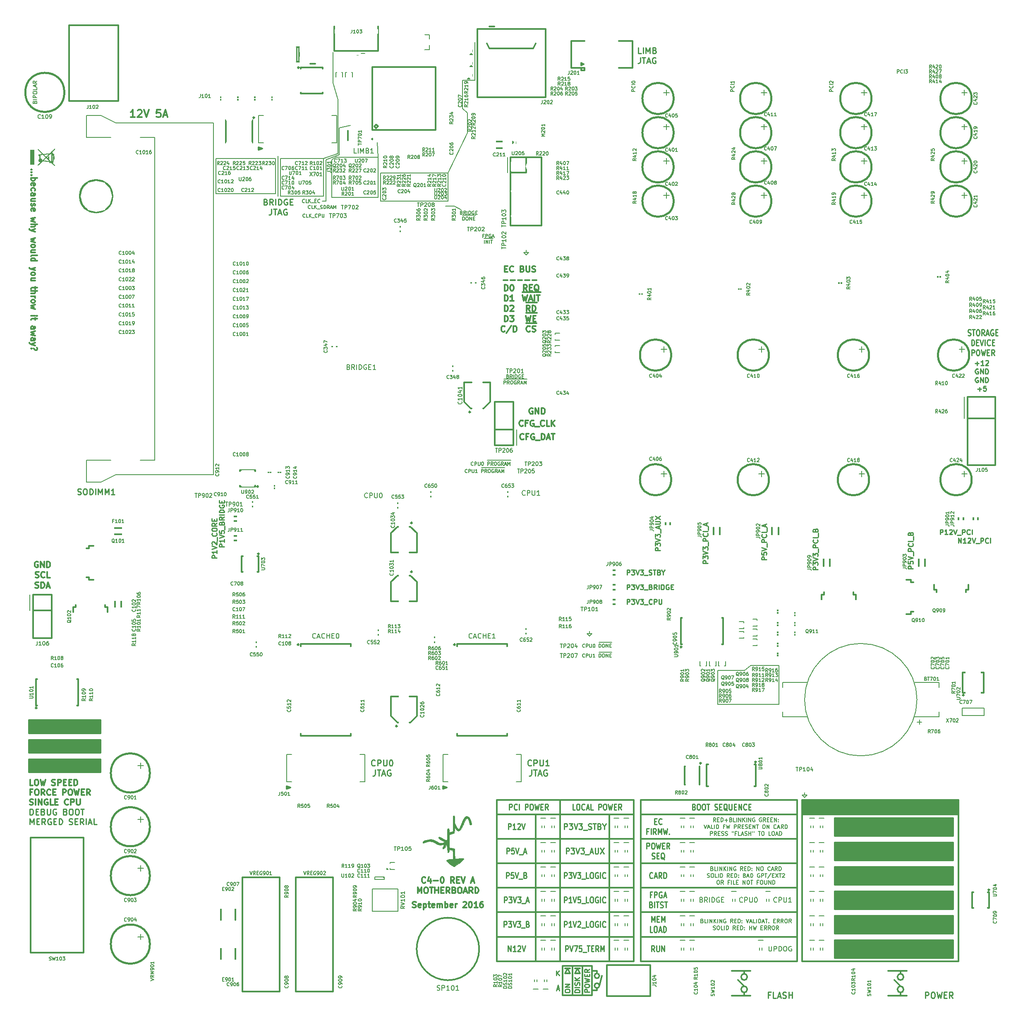
<source format=gto>
G04 #@! TF.FileFunction,Legend,Top*
%FSLAX46Y46*%
G04 Gerber Fmt 4.6, Leading zero omitted, Abs format (unit mm)*
G04 Created by KiCad (PCBNEW (2016-09-03 BZR 7112, Git 24f6c4b)-product) date Mon Sep  5 18:10:30 2016*
%MOMM*%
%LPD*%
G01*
G04 APERTURE LIST*
%ADD10C,0.100000*%
%ADD11C,0.200000*%
%ADD12C,0.175000*%
%ADD13C,0.300000*%
%ADD14C,0.250000*%
%ADD15C,0.150000*%
%ADD16C,0.275000*%
%ADD17C,0.400000*%
%ADD18C,0.381000*%
%ADD19C,0.350000*%
%ADD20C,0.002540*%
%ADD21C,0.254000*%
%ADD22R,1.900000X1.900000*%
%ADD23C,2.000000*%
%ADD24C,1.500000*%
%ADD25R,5.000000X3.900000*%
%ADD26R,2.400000X0.750000*%
%ADD27R,1.100000X2.150000*%
%ADD28R,1.700000X1.900000*%
%ADD29R,1.200000X1.900000*%
%ADD30R,1.850000X1.400000*%
%ADD31R,1.400000X1.950000*%
%ADD32R,1.200000X1.800000*%
%ADD33R,2.686000X1.924000*%
%ADD34O,2.686000X1.924000*%
%ADD35O,1.924000X2.686000*%
%ADD36C,1.924000*%
%ADD37C,1.650000*%
%ADD38O,1.800000X0.700000*%
%ADD39R,2.600000X3.500000*%
%ADD40C,0.500200*%
%ADD41O,2.178000X1.700000*%
%ADD42R,3.600000X4.600000*%
%ADD43R,1.000000X1.000000*%
%ADD44R,1.160000X2.800000*%
%ADD45O,0.700000X1.900000*%
%ADD46O,1.900000X0.700000*%
%ADD47C,2.750000*%
%ADD48C,1.400000*%
%ADD49R,1.400000X1.400000*%
%ADD50O,1.650000X0.950000*%
%ADD51R,4.900000X2.400000*%
%ADD52O,5.400000X2.400000*%
%ADD53R,0.800000X1.750000*%
%ADD54O,1.950000X1.950000*%
%ADD55O,1.650000X1.650000*%
%ADD56C,2.851100*%
%ADD57C,1.901140*%
%ADD58C,1.900000*%
%ADD59R,1.850000X2.850000*%
%ADD60R,7.350000X7.350000*%
%ADD61R,2.850000X1.850000*%
%ADD62R,1.000000X1.050000*%
%ADD63R,1.200100X1.299160*%
%ADD64R,1.050000X1.000000*%
%ADD65C,9.400000*%
%ADD66O,2.900000X2.300000*%
%ADD67R,3.900000X1.800000*%
%ADD68R,1.950000X1.700000*%
%ADD69R,1.250000X1.400000*%
%ADD70O,0.850000X2.100000*%
%ADD71R,1.600000X1.000000*%
%ADD72O,0.750000X1.250000*%
%ADD73R,3.500000X3.000000*%
%ADD74R,1.500000X1.000000*%
%ADD75O,1.850000X0.850000*%
%ADD76R,1.300000X1.350000*%
%ADD77R,1.350000X1.300000*%
%ADD78R,1.400000X4.500000*%
%ADD79O,0.850000X1.800000*%
%ADD80R,0.850000X0.750000*%
%ADD81R,0.750000X0.750000*%
%ADD82R,0.730000X0.900000*%
%ADD83R,1.800000X1.600000*%
%ADD84O,0.800000X1.850000*%
%ADD85R,0.900000X0.730000*%
%ADD86R,1.600000X2.200000*%
%ADD87R,0.750000X0.850000*%
%ADD88C,4.400000*%
%ADD89R,1.924000X1.924000*%
%ADD90C,1.924000*%
%ADD91R,1.700000X1.300000*%
%ADD92R,1.700000X1.200000*%
%ADD93R,1.150000X0.800000*%
%ADD94C,0.350000*%
%ADD95R,2.200000X1.600000*%
%ADD96R,1.400000X1.250000*%
%ADD97R,1.850000X1.350000*%
%ADD98R,2.200000X1.450000*%
%ADD99R,1.350000X1.850000*%
%ADD100O,0.850000X1.850000*%
%ADD101R,2.650000X2.200000*%
%ADD102R,1.550000X1.850000*%
%ADD103R,1.850000X1.550000*%
%ADD104C,1.600000*%
%ADD105R,2.000000X3.400000*%
%ADD106R,5.100000X3.830000*%
%ADD107R,1.450000X2.200000*%
%ADD108R,1.600000X1.600000*%
%ADD109R,1.900000X2.000000*%
%ADD110R,0.800000X1.000000*%
G04 APERTURE END LIST*
D10*
D11*
X74750000Y-172750000D02*
X74500000Y-172750000D01*
X74500000Y-172500000D02*
X74750000Y-172750000D01*
X74500000Y-172750000D02*
X74500000Y-172500000D01*
D12*
X57650000Y-36250000D02*
X57616666Y-36283333D01*
X57516666Y-36316666D01*
X57450000Y-36316666D01*
X57350000Y-36283333D01*
X57283333Y-36216666D01*
X57250000Y-36150000D01*
X57216666Y-36016666D01*
X57216666Y-35916666D01*
X57250000Y-35783333D01*
X57283333Y-35716666D01*
X57350000Y-35650000D01*
X57450000Y-35616666D01*
X57516666Y-35616666D01*
X57616666Y-35650000D01*
X57650000Y-35683333D01*
X58283333Y-36316666D02*
X57950000Y-36316666D01*
X57950000Y-35616666D01*
X58516666Y-36316666D02*
X58516666Y-35616666D01*
X58916666Y-36316666D02*
X58616666Y-35916666D01*
X58916666Y-35616666D02*
X58516666Y-36016666D01*
X59050000Y-36383333D02*
X59583333Y-36383333D01*
X59750000Y-35950000D02*
X59983333Y-35950000D01*
X60083333Y-36316666D02*
X59750000Y-36316666D01*
X59750000Y-35616666D01*
X60083333Y-35616666D01*
X60783333Y-36250000D02*
X60750000Y-36283333D01*
X60650000Y-36316666D01*
X60583333Y-36316666D01*
X60483333Y-36283333D01*
X60416666Y-36216666D01*
X60383333Y-36150000D01*
X60350000Y-36016666D01*
X60350000Y-35916666D01*
X60383333Y-35783333D01*
X60416666Y-35716666D01*
X60483333Y-35650000D01*
X60583333Y-35616666D01*
X60650000Y-35616666D01*
X60750000Y-35650000D01*
X60783333Y-35683333D01*
D11*
X62000000Y-36000000D02*
X61250000Y-36000000D01*
X62000000Y-27500000D02*
X62000000Y-36000000D01*
X64750000Y-26500000D02*
X62000000Y-27500000D01*
X64750000Y-21000000D02*
X64750000Y-26500000D01*
X67000000Y-20500000D02*
X64750000Y-21000000D01*
X2442857Y-15769047D02*
X2480952Y-15654761D01*
X2519047Y-15616666D01*
X2595238Y-15578571D01*
X2709523Y-15578571D01*
X2785714Y-15616666D01*
X2823809Y-15654761D01*
X2861904Y-15730952D01*
X2861904Y-16035714D01*
X2061904Y-16035714D01*
X2061904Y-15769047D01*
X2100000Y-15692857D01*
X2138095Y-15654761D01*
X2214285Y-15616666D01*
X2290476Y-15616666D01*
X2366666Y-15654761D01*
X2404761Y-15692857D01*
X2442857Y-15769047D01*
X2442857Y-16035714D01*
X2861904Y-15235714D02*
X2061904Y-15235714D01*
X2861904Y-14854761D02*
X2061904Y-14854761D01*
X2061904Y-14550000D01*
X2100000Y-14473809D01*
X2138095Y-14435714D01*
X2214285Y-14397619D01*
X2328571Y-14397619D01*
X2404761Y-14435714D01*
X2442857Y-14473809D01*
X2480952Y-14550000D01*
X2480952Y-14854761D01*
X2061904Y-13902380D02*
X2061904Y-13750000D01*
X2100000Y-13673809D01*
X2176190Y-13597619D01*
X2328571Y-13559523D01*
X2595238Y-13559523D01*
X2747619Y-13597619D01*
X2823809Y-13673809D01*
X2861904Y-13750000D01*
X2861904Y-13902380D01*
X2823809Y-13978571D01*
X2747619Y-14054761D01*
X2595238Y-14092857D01*
X2328571Y-14092857D01*
X2176190Y-14054761D01*
X2100000Y-13978571D01*
X2061904Y-13902380D01*
X2861904Y-12835714D02*
X2861904Y-13216666D01*
X2061904Y-13216666D01*
X2633333Y-12607142D02*
X2633333Y-12226190D01*
X2861904Y-12683333D02*
X2061904Y-12416666D01*
X2861904Y-12150000D01*
X2861904Y-11426190D02*
X2480952Y-11692857D01*
X2861904Y-11883333D02*
X2061904Y-11883333D01*
X2061904Y-11578571D01*
X2100000Y-11502380D01*
X2138095Y-11464285D01*
X2214285Y-11426190D01*
X2328571Y-11426190D01*
X2404761Y-11464285D01*
X2442857Y-11502380D01*
X2480952Y-11578571D01*
X2480952Y-11883333D01*
D13*
X1821428Y-29542857D02*
X1764285Y-29599999D01*
X1707142Y-29542857D01*
X1764285Y-29485714D01*
X1821428Y-29542857D01*
X1707142Y-29542857D01*
X1821428Y-30114285D02*
X1764285Y-30171428D01*
X1707142Y-30114285D01*
X1764285Y-30057142D01*
X1821428Y-30114285D01*
X1707142Y-30114285D01*
X1821428Y-30685714D02*
X1764285Y-30742857D01*
X1707142Y-30685714D01*
X1764285Y-30628571D01*
X1821428Y-30685714D01*
X1707142Y-30685714D01*
X1707142Y-31257142D02*
X2907142Y-31257142D01*
X2450000Y-31257142D02*
X2507142Y-31371428D01*
X2507142Y-31599999D01*
X2450000Y-31714285D01*
X2392857Y-31771428D01*
X2278571Y-31828571D01*
X1935714Y-31828571D01*
X1821428Y-31771428D01*
X1764285Y-31714285D01*
X1707142Y-31599999D01*
X1707142Y-31371428D01*
X1764285Y-31257142D01*
X1764285Y-32799999D02*
X1707142Y-32685714D01*
X1707142Y-32457142D01*
X1764285Y-32342857D01*
X1878571Y-32285714D01*
X2335714Y-32285714D01*
X2450000Y-32342857D01*
X2507142Y-32457142D01*
X2507142Y-32685714D01*
X2450000Y-32799999D01*
X2335714Y-32857142D01*
X2221428Y-32857142D01*
X2107142Y-32285714D01*
X1764285Y-33885714D02*
X1707142Y-33771428D01*
X1707142Y-33542857D01*
X1764285Y-33428571D01*
X1821428Y-33371428D01*
X1935714Y-33314285D01*
X2278571Y-33314285D01*
X2392857Y-33371428D01*
X2450000Y-33428571D01*
X2507142Y-33542857D01*
X2507142Y-33771428D01*
X2450000Y-33885714D01*
X1707142Y-34914285D02*
X2335714Y-34914285D01*
X2450000Y-34857142D01*
X2507142Y-34742857D01*
X2507142Y-34514285D01*
X2450000Y-34399999D01*
X1764285Y-34914285D02*
X1707142Y-34799999D01*
X1707142Y-34514285D01*
X1764285Y-34399999D01*
X1878571Y-34342857D01*
X1992857Y-34342857D01*
X2107142Y-34399999D01*
X2164285Y-34514285D01*
X2164285Y-34799999D01*
X2221428Y-34914285D01*
X2507142Y-35999999D02*
X1707142Y-35999999D01*
X2507142Y-35485714D02*
X1878571Y-35485714D01*
X1764285Y-35542857D01*
X1707142Y-35657142D01*
X1707142Y-35828571D01*
X1764285Y-35942857D01*
X1821428Y-35999999D01*
X1764285Y-36514285D02*
X1707142Y-36628571D01*
X1707142Y-36857142D01*
X1764285Y-36971428D01*
X1878571Y-37028571D01*
X1935714Y-37028571D01*
X2050000Y-36971428D01*
X2107142Y-36857142D01*
X2107142Y-36685714D01*
X2164285Y-36571428D01*
X2278571Y-36514285D01*
X2335714Y-36514285D01*
X2450000Y-36571428D01*
X2507142Y-36685714D01*
X2507142Y-36857142D01*
X2450000Y-36971428D01*
X1764285Y-37999999D02*
X1707142Y-37885714D01*
X1707142Y-37657142D01*
X1764285Y-37542857D01*
X1878571Y-37485714D01*
X2335714Y-37485714D01*
X2450000Y-37542857D01*
X2507142Y-37657142D01*
X2507142Y-37885714D01*
X2450000Y-37999999D01*
X2335714Y-38057142D01*
X2221428Y-38057142D01*
X2107142Y-37485714D01*
X2507142Y-39371428D02*
X1707142Y-39599999D01*
X2278571Y-39828571D01*
X1707142Y-40057142D01*
X2507142Y-40285714D01*
X1707142Y-40742857D02*
X2907142Y-40742857D01*
X1707142Y-41257142D02*
X2335714Y-41257142D01*
X2450000Y-41199999D01*
X2507142Y-41085714D01*
X2507142Y-40914285D01*
X2450000Y-40799999D01*
X2392857Y-40742857D01*
X2507142Y-41714285D02*
X1707142Y-41999999D01*
X2507142Y-42285714D02*
X1707142Y-41999999D01*
X1421428Y-41885714D01*
X1364285Y-41828571D01*
X1307142Y-41714285D01*
X2507142Y-43542857D02*
X1707142Y-43771428D01*
X2278571Y-43999999D01*
X1707142Y-44228571D01*
X2507142Y-44457142D01*
X1707142Y-45085714D02*
X1764285Y-44971428D01*
X1821428Y-44914285D01*
X1935714Y-44857142D01*
X2278571Y-44857142D01*
X2392857Y-44914285D01*
X2450000Y-44971428D01*
X2507142Y-45085714D01*
X2507142Y-45257142D01*
X2450000Y-45371428D01*
X2392857Y-45428571D01*
X2278571Y-45485714D01*
X1935714Y-45485714D01*
X1821428Y-45428571D01*
X1764285Y-45371428D01*
X1707142Y-45257142D01*
X1707142Y-45085714D01*
X2507142Y-46514285D02*
X1707142Y-46514285D01*
X2507142Y-45999999D02*
X1878571Y-45999999D01*
X1764285Y-46057142D01*
X1707142Y-46171428D01*
X1707142Y-46342857D01*
X1764285Y-46457142D01*
X1821428Y-46514285D01*
X1707142Y-47257142D02*
X1764285Y-47142857D01*
X1878571Y-47085714D01*
X2907142Y-47085714D01*
X1707142Y-48228571D02*
X2907142Y-48228571D01*
X1764285Y-48228571D02*
X1707142Y-48114285D01*
X1707142Y-47885714D01*
X1764285Y-47771428D01*
X1821428Y-47714285D01*
X1935714Y-47657142D01*
X2278571Y-47657142D01*
X2392857Y-47714285D01*
X2450000Y-47771428D01*
X2507142Y-47885714D01*
X2507142Y-48114285D01*
X2450000Y-48228571D01*
X2507142Y-49599999D02*
X1707142Y-49885714D01*
X2507142Y-50171428D02*
X1707142Y-49885714D01*
X1421428Y-49771428D01*
X1364285Y-49714285D01*
X1307142Y-49599999D01*
X1707142Y-50799999D02*
X1764285Y-50685714D01*
X1821428Y-50628571D01*
X1935714Y-50571428D01*
X2278571Y-50571428D01*
X2392857Y-50628571D01*
X2449999Y-50685714D01*
X2507142Y-50799999D01*
X2507142Y-50971428D01*
X2449999Y-51085714D01*
X2392857Y-51142857D01*
X2278571Y-51199999D01*
X1935714Y-51199999D01*
X1821428Y-51142857D01*
X1764285Y-51085714D01*
X1707142Y-50971428D01*
X1707142Y-50799999D01*
X2507142Y-52228571D02*
X1707142Y-52228571D01*
X2507142Y-51714285D02*
X1878571Y-51714285D01*
X1764285Y-51771428D01*
X1707142Y-51885714D01*
X1707142Y-52057142D01*
X1764285Y-52171428D01*
X1821428Y-52228571D01*
X2507142Y-53542857D02*
X2507142Y-53999999D01*
X2907142Y-53714285D02*
X1878571Y-53714285D01*
X1764285Y-53771428D01*
X1707142Y-53885714D01*
X1707142Y-53999999D01*
X1707142Y-54400000D02*
X2907142Y-54400000D01*
X1707142Y-54914285D02*
X2335714Y-54914285D01*
X2449999Y-54857142D01*
X2507142Y-54742857D01*
X2507142Y-54571428D01*
X2449999Y-54457142D01*
X2392857Y-54400000D01*
X1707142Y-55485714D02*
X2507142Y-55485714D01*
X2278571Y-55485714D02*
X2392857Y-55542857D01*
X2449999Y-55600000D01*
X2507142Y-55714285D01*
X2507142Y-55828571D01*
X1707142Y-56400000D02*
X1764285Y-56285714D01*
X1821428Y-56228571D01*
X1935714Y-56171428D01*
X2278571Y-56171428D01*
X2392857Y-56228571D01*
X2449999Y-56285714D01*
X2507142Y-56400000D01*
X2507142Y-56571428D01*
X2449999Y-56685714D01*
X2392857Y-56742857D01*
X2278571Y-56800000D01*
X1935714Y-56800000D01*
X1821428Y-56742857D01*
X1764285Y-56685714D01*
X1707142Y-56571428D01*
X1707142Y-56400000D01*
X2507142Y-57200000D02*
X1707142Y-57428571D01*
X2278571Y-57657142D01*
X1707142Y-57885714D01*
X2507142Y-58114285D01*
X1707142Y-59485714D02*
X2507142Y-59485714D01*
X2907142Y-59485714D02*
X2849999Y-59428571D01*
X2792857Y-59485714D01*
X2849999Y-59542857D01*
X2907142Y-59485714D01*
X2792857Y-59485714D01*
X2507142Y-59885714D02*
X2507142Y-60342857D01*
X2907142Y-60057142D02*
X1878571Y-60057142D01*
X1764285Y-60114285D01*
X1707142Y-60228571D01*
X1707142Y-60342857D01*
X1707142Y-62171428D02*
X2335714Y-62171428D01*
X2449999Y-62114285D01*
X2507142Y-62000000D01*
X2507142Y-61771428D01*
X2449999Y-61657142D01*
X1764285Y-62171428D02*
X1707142Y-62057142D01*
X1707142Y-61771428D01*
X1764285Y-61657142D01*
X1878571Y-61600000D01*
X1992857Y-61600000D01*
X2107142Y-61657142D01*
X2164285Y-61771428D01*
X2164285Y-62057142D01*
X2221428Y-62171428D01*
X2507142Y-62628571D02*
X1707142Y-62857142D01*
X2278571Y-63085714D01*
X1707142Y-63314285D01*
X2507142Y-63542857D01*
X1707142Y-64514285D02*
X2335714Y-64514285D01*
X2449999Y-64457142D01*
X2507142Y-64342857D01*
X2507142Y-64114285D01*
X2449999Y-63999999D01*
X1764285Y-64514285D02*
X1707142Y-64399999D01*
X1707142Y-64114285D01*
X1764285Y-63999999D01*
X1878571Y-63942857D01*
X1992857Y-63942857D01*
X2107142Y-63999999D01*
X2164285Y-64114285D01*
X2164285Y-64399999D01*
X2221428Y-64514285D01*
X2507142Y-64971428D02*
X1707142Y-65257142D01*
X2507142Y-65542857D02*
X1707142Y-65257142D01*
X1421428Y-65142857D01*
X1364285Y-65085714D01*
X1307142Y-64971428D01*
X1821428Y-66171428D02*
X1764285Y-66228571D01*
X1707142Y-66171428D01*
X1764285Y-66114285D01*
X1821428Y-66171428D01*
X1707142Y-66171428D01*
X2849999Y-65942857D02*
X2907142Y-66057142D01*
X2907142Y-66342857D01*
X2849999Y-66457142D01*
X2735714Y-66514285D01*
X2621428Y-66514285D01*
X2507142Y-66457142D01*
X2449999Y-66399999D01*
X2392857Y-66285714D01*
X2335714Y-66228571D01*
X2221428Y-66171428D01*
X2164285Y-66171428D01*
X22941587Y-18832887D02*
X22084444Y-18832887D01*
X22513015Y-18832887D02*
X22513015Y-17332887D01*
X22370158Y-17547173D01*
X22227301Y-17690030D01*
X22084444Y-17761458D01*
X23513015Y-17475744D02*
X23584444Y-17404316D01*
X23727301Y-17332887D01*
X24084444Y-17332887D01*
X24227301Y-17404316D01*
X24298730Y-17475744D01*
X24370158Y-17618601D01*
X24370158Y-17761458D01*
X24298730Y-17975744D01*
X23441587Y-18832887D01*
X24370158Y-18832887D01*
X24798730Y-17332887D02*
X25298730Y-18832887D01*
X25798730Y-17332887D01*
X28155872Y-17332887D02*
X27441587Y-17332887D01*
X27370158Y-18047173D01*
X27441587Y-17975744D01*
X27584444Y-17904316D01*
X27941587Y-17904316D01*
X28084444Y-17975744D01*
X28155872Y-18047173D01*
X28227301Y-18190030D01*
X28227301Y-18547173D01*
X28155872Y-18690030D01*
X28084444Y-18761458D01*
X27941587Y-18832887D01*
X27584444Y-18832887D01*
X27441587Y-18761458D01*
X27370158Y-18690030D01*
X28798730Y-18404316D02*
X29513015Y-18404316D01*
X28655872Y-18832887D02*
X29155872Y-17332887D01*
X29655872Y-18832887D01*
X79771428Y-180485714D02*
X79942857Y-180542857D01*
X80228571Y-180542857D01*
X80342857Y-180485714D01*
X80400000Y-180428571D01*
X80457142Y-180314285D01*
X80457142Y-180200000D01*
X80400000Y-180085714D01*
X80342857Y-180028571D01*
X80228571Y-179971428D01*
X80000000Y-179914285D01*
X79885714Y-179857142D01*
X79828571Y-179800000D01*
X79771428Y-179685714D01*
X79771428Y-179571428D01*
X79828571Y-179457142D01*
X79885714Y-179400000D01*
X80000000Y-179342857D01*
X80285714Y-179342857D01*
X80457142Y-179400000D01*
X81428571Y-180485714D02*
X81314285Y-180542857D01*
X81085714Y-180542857D01*
X80971428Y-180485714D01*
X80914285Y-180371428D01*
X80914285Y-179914285D01*
X80971428Y-179800000D01*
X81085714Y-179742857D01*
X81314285Y-179742857D01*
X81428571Y-179800000D01*
X81485714Y-179914285D01*
X81485714Y-180028571D01*
X80914285Y-180142857D01*
X82000000Y-179742857D02*
X82000000Y-180942857D01*
X82000000Y-179800000D02*
X82114285Y-179742857D01*
X82342857Y-179742857D01*
X82457142Y-179800000D01*
X82514285Y-179857142D01*
X82571428Y-179971428D01*
X82571428Y-180314285D01*
X82514285Y-180428571D01*
X82457142Y-180485714D01*
X82342857Y-180542857D01*
X82114285Y-180542857D01*
X82000000Y-180485714D01*
X82914285Y-179742857D02*
X83371428Y-179742857D01*
X83085714Y-179342857D02*
X83085714Y-180371428D01*
X83142857Y-180485714D01*
X83257142Y-180542857D01*
X83371428Y-180542857D01*
X84228571Y-180485714D02*
X84114285Y-180542857D01*
X83885714Y-180542857D01*
X83771428Y-180485714D01*
X83714285Y-180371428D01*
X83714285Y-179914285D01*
X83771428Y-179800000D01*
X83885714Y-179742857D01*
X84114285Y-179742857D01*
X84228571Y-179800000D01*
X84285714Y-179914285D01*
X84285714Y-180028571D01*
X83714285Y-180142857D01*
X84800000Y-180542857D02*
X84800000Y-179742857D01*
X84800000Y-179857142D02*
X84857142Y-179800000D01*
X84971428Y-179742857D01*
X85142857Y-179742857D01*
X85257142Y-179800000D01*
X85314285Y-179914285D01*
X85314285Y-180542857D01*
X85314285Y-179914285D02*
X85371428Y-179800000D01*
X85485714Y-179742857D01*
X85657142Y-179742857D01*
X85771428Y-179800000D01*
X85828571Y-179914285D01*
X85828571Y-180542857D01*
X86400000Y-180542857D02*
X86400000Y-179342857D01*
X86400000Y-179800000D02*
X86514285Y-179742857D01*
X86742857Y-179742857D01*
X86857142Y-179800000D01*
X86914285Y-179857142D01*
X86971428Y-179971428D01*
X86971428Y-180314285D01*
X86914285Y-180428571D01*
X86857142Y-180485714D01*
X86742857Y-180542857D01*
X86514285Y-180542857D01*
X86400000Y-180485714D01*
X87942857Y-180485714D02*
X87828571Y-180542857D01*
X87600000Y-180542857D01*
X87485714Y-180485714D01*
X87428571Y-180371428D01*
X87428571Y-179914285D01*
X87485714Y-179800000D01*
X87600000Y-179742857D01*
X87828571Y-179742857D01*
X87942857Y-179800000D01*
X88000000Y-179914285D01*
X88000000Y-180028571D01*
X87428571Y-180142857D01*
X88514285Y-180542857D02*
X88514285Y-179742857D01*
X88514285Y-179971428D02*
X88571428Y-179857142D01*
X88628571Y-179800000D01*
X88742857Y-179742857D01*
X88857142Y-179742857D01*
X90114285Y-179457142D02*
X90171428Y-179400000D01*
X90285714Y-179342857D01*
X90571428Y-179342857D01*
X90685714Y-179400000D01*
X90742857Y-179457142D01*
X90800000Y-179571428D01*
X90800000Y-179685714D01*
X90742857Y-179857142D01*
X90057142Y-180542857D01*
X90800000Y-180542857D01*
X91542857Y-179342857D02*
X91657142Y-179342857D01*
X91771428Y-179400000D01*
X91828571Y-179457142D01*
X91885714Y-179571428D01*
X91942857Y-179800000D01*
X91942857Y-180085714D01*
X91885714Y-180314285D01*
X91828571Y-180428571D01*
X91771428Y-180485714D01*
X91657142Y-180542857D01*
X91542857Y-180542857D01*
X91428571Y-180485714D01*
X91371428Y-180428571D01*
X91314285Y-180314285D01*
X91257142Y-180085714D01*
X91257142Y-179800000D01*
X91314285Y-179571428D01*
X91371428Y-179457142D01*
X91428571Y-179400000D01*
X91542857Y-179342857D01*
X93085714Y-180542857D02*
X92400000Y-180542857D01*
X92742857Y-180542857D02*
X92742857Y-179342857D01*
X92628571Y-179514285D01*
X92514285Y-179628571D01*
X92400000Y-179685714D01*
X94114285Y-179342857D02*
X93885714Y-179342857D01*
X93771428Y-179400000D01*
X93714285Y-179457142D01*
X93600000Y-179628571D01*
X93542857Y-179857142D01*
X93542857Y-180314285D01*
X93600000Y-180428571D01*
X93657142Y-180485714D01*
X93771428Y-180542857D01*
X94000000Y-180542857D01*
X94114285Y-180485714D01*
X94171428Y-180428571D01*
X94228571Y-180314285D01*
X94228571Y-180028571D01*
X94171428Y-179914285D01*
X94114285Y-179857142D01*
X94000000Y-179800000D01*
X93771428Y-179800000D01*
X93657142Y-179857142D01*
X93600000Y-179914285D01*
X93542857Y-180028571D01*
X82400000Y-175378571D02*
X82342857Y-175435714D01*
X82171428Y-175492857D01*
X82057142Y-175492857D01*
X81885714Y-175435714D01*
X81771428Y-175321428D01*
X81714285Y-175207142D01*
X81657142Y-174978571D01*
X81657142Y-174807142D01*
X81714285Y-174578571D01*
X81771428Y-174464285D01*
X81885714Y-174350000D01*
X82057142Y-174292857D01*
X82171428Y-174292857D01*
X82342857Y-174350000D01*
X82400000Y-174407142D01*
X83428571Y-174692857D02*
X83428571Y-175492857D01*
X83142857Y-174235714D02*
X82857142Y-175092857D01*
X83600000Y-175092857D01*
X84057142Y-175035714D02*
X84971428Y-175035714D01*
X85771428Y-174292857D02*
X85885714Y-174292857D01*
X86000000Y-174350000D01*
X86057142Y-174407142D01*
X86114285Y-174521428D01*
X86171428Y-174750000D01*
X86171428Y-175035714D01*
X86114285Y-175264285D01*
X86057142Y-175378571D01*
X86000000Y-175435714D01*
X85885714Y-175492857D01*
X85771428Y-175492857D01*
X85657142Y-175435714D01*
X85600000Y-175378571D01*
X85542857Y-175264285D01*
X85485714Y-175035714D01*
X85485714Y-174750000D01*
X85542857Y-174521428D01*
X85600000Y-174407142D01*
X85657142Y-174350000D01*
X85771428Y-174292857D01*
X88285714Y-175492857D02*
X87885714Y-174921428D01*
X87600000Y-175492857D02*
X87600000Y-174292857D01*
X88057142Y-174292857D01*
X88171428Y-174350000D01*
X88228571Y-174407142D01*
X88285714Y-174521428D01*
X88285714Y-174692857D01*
X88228571Y-174807142D01*
X88171428Y-174864285D01*
X88057142Y-174921428D01*
X87600000Y-174921428D01*
X88800000Y-174864285D02*
X89200000Y-174864285D01*
X89371428Y-175492857D02*
X88800000Y-175492857D01*
X88800000Y-174292857D01*
X89371428Y-174292857D01*
X89714285Y-174292857D02*
X90114285Y-175492857D01*
X90514285Y-174292857D01*
X91771428Y-175150000D02*
X92342857Y-175150000D01*
X91657142Y-175492857D02*
X92057142Y-174292857D01*
X92457142Y-175492857D01*
X80800000Y-177592857D02*
X80800000Y-176392857D01*
X81200000Y-177250000D01*
X81600000Y-176392857D01*
X81600000Y-177592857D01*
X82400000Y-176392857D02*
X82628571Y-176392857D01*
X82742857Y-176450000D01*
X82857142Y-176564285D01*
X82914285Y-176792857D01*
X82914285Y-177192857D01*
X82857142Y-177421428D01*
X82742857Y-177535714D01*
X82628571Y-177592857D01*
X82400000Y-177592857D01*
X82285714Y-177535714D01*
X82171428Y-177421428D01*
X82114285Y-177192857D01*
X82114285Y-176792857D01*
X82171428Y-176564285D01*
X82285714Y-176450000D01*
X82400000Y-176392857D01*
X83257142Y-176392857D02*
X83942857Y-176392857D01*
X83600000Y-177592857D02*
X83600000Y-176392857D01*
X84342857Y-177592857D02*
X84342857Y-176392857D01*
X84342857Y-176964285D02*
X85028571Y-176964285D01*
X85028571Y-177592857D02*
X85028571Y-176392857D01*
X85600000Y-176964285D02*
X86000000Y-176964285D01*
X86171428Y-177592857D02*
X85600000Y-177592857D01*
X85600000Y-176392857D01*
X86171428Y-176392857D01*
X87371428Y-177592857D02*
X86971428Y-177021428D01*
X86685714Y-177592857D02*
X86685714Y-176392857D01*
X87142857Y-176392857D01*
X87257142Y-176450000D01*
X87314285Y-176507142D01*
X87371428Y-176621428D01*
X87371428Y-176792857D01*
X87314285Y-176907142D01*
X87257142Y-176964285D01*
X87142857Y-177021428D01*
X86685714Y-177021428D01*
X88285714Y-176964285D02*
X88457142Y-177021428D01*
X88514285Y-177078571D01*
X88571428Y-177192857D01*
X88571428Y-177364285D01*
X88514285Y-177478571D01*
X88457142Y-177535714D01*
X88342857Y-177592857D01*
X87885714Y-177592857D01*
X87885714Y-176392857D01*
X88285714Y-176392857D01*
X88400000Y-176450000D01*
X88457142Y-176507142D01*
X88514285Y-176621428D01*
X88514285Y-176735714D01*
X88457142Y-176850000D01*
X88400000Y-176907142D01*
X88285714Y-176964285D01*
X87885714Y-176964285D01*
X89314285Y-176392857D02*
X89542857Y-176392857D01*
X89657142Y-176450000D01*
X89771428Y-176564285D01*
X89828571Y-176792857D01*
X89828571Y-177192857D01*
X89771428Y-177421428D01*
X89657142Y-177535714D01*
X89542857Y-177592857D01*
X89314285Y-177592857D01*
X89200000Y-177535714D01*
X89085714Y-177421428D01*
X89028571Y-177192857D01*
X89028571Y-176792857D01*
X89085714Y-176564285D01*
X89200000Y-176450000D01*
X89314285Y-176392857D01*
X90285714Y-177250000D02*
X90857142Y-177250000D01*
X90171428Y-177592857D02*
X90571428Y-176392857D01*
X90971428Y-177592857D01*
X92057142Y-177592857D02*
X91657142Y-177021428D01*
X91371428Y-177592857D02*
X91371428Y-176392857D01*
X91828571Y-176392857D01*
X91942857Y-176450000D01*
X92000000Y-176507142D01*
X92057142Y-176621428D01*
X92057142Y-176792857D01*
X92000000Y-176907142D01*
X91942857Y-176964285D01*
X91828571Y-177021428D01*
X91371428Y-177021428D01*
X92571428Y-177592857D02*
X92571428Y-176392857D01*
X92857142Y-176392857D01*
X93028571Y-176450000D01*
X93142857Y-176564285D01*
X93200000Y-176678571D01*
X93257142Y-176907142D01*
X93257142Y-177078571D01*
X93200000Y-177307142D01*
X93142857Y-177421428D01*
X93028571Y-177535714D01*
X92857142Y-177592857D01*
X92571428Y-177592857D01*
D11*
X139028571Y-183242857D02*
X139142857Y-183280952D01*
X139180952Y-183319047D01*
X139219047Y-183395238D01*
X139219047Y-183509523D01*
X139180952Y-183585714D01*
X139142857Y-183623809D01*
X139066666Y-183661904D01*
X138761904Y-183661904D01*
X138761904Y-182861904D01*
X139028571Y-182861904D01*
X139104761Y-182900000D01*
X139142857Y-182938095D01*
X139180952Y-183014285D01*
X139180952Y-183090476D01*
X139142857Y-183166666D01*
X139104761Y-183204761D01*
X139028571Y-183242857D01*
X138761904Y-183242857D01*
X139942857Y-183661904D02*
X139561904Y-183661904D01*
X139561904Y-182861904D01*
X140209523Y-183661904D02*
X140209523Y-182861904D01*
X140590476Y-183661904D02*
X140590476Y-182861904D01*
X141047619Y-183661904D01*
X141047619Y-182861904D01*
X141428571Y-183661904D02*
X141428571Y-182861904D01*
X141885714Y-183661904D02*
X141542857Y-183204761D01*
X141885714Y-182861904D02*
X141428571Y-183319047D01*
X142228571Y-183661904D02*
X142228571Y-182861904D01*
X142609523Y-183661904D02*
X142609523Y-182861904D01*
X143066666Y-183661904D01*
X143066666Y-182861904D01*
X143866666Y-182900000D02*
X143790476Y-182861904D01*
X143676190Y-182861904D01*
X143561904Y-182900000D01*
X143485714Y-182976190D01*
X143447619Y-183052380D01*
X143409523Y-183204761D01*
X143409523Y-183319047D01*
X143447619Y-183471428D01*
X143485714Y-183547619D01*
X143561904Y-183623809D01*
X143676190Y-183661904D01*
X143752380Y-183661904D01*
X143866666Y-183623809D01*
X143904761Y-183585714D01*
X143904761Y-183319047D01*
X143752380Y-183319047D01*
X145314285Y-183661904D02*
X145047619Y-183280952D01*
X144857142Y-183661904D02*
X144857142Y-182861904D01*
X145161904Y-182861904D01*
X145238095Y-182900000D01*
X145276190Y-182938095D01*
X145314285Y-183014285D01*
X145314285Y-183128571D01*
X145276190Y-183204761D01*
X145238095Y-183242857D01*
X145161904Y-183280952D01*
X144857142Y-183280952D01*
X145657142Y-183242857D02*
X145923809Y-183242857D01*
X146038095Y-183661904D02*
X145657142Y-183661904D01*
X145657142Y-182861904D01*
X146038095Y-182861904D01*
X146380952Y-183661904D02*
X146380952Y-182861904D01*
X146571428Y-182861904D01*
X146685714Y-182900000D01*
X146761904Y-182976190D01*
X146800000Y-183052380D01*
X146838095Y-183204761D01*
X146838095Y-183319047D01*
X146800000Y-183471428D01*
X146761904Y-183547619D01*
X146685714Y-183623809D01*
X146571428Y-183661904D01*
X146380952Y-183661904D01*
X147180952Y-183585714D02*
X147219047Y-183623809D01*
X147180952Y-183661904D01*
X147142857Y-183623809D01*
X147180952Y-183585714D01*
X147180952Y-183661904D01*
X147180952Y-183166666D02*
X147219047Y-183204761D01*
X147180952Y-183242857D01*
X147142857Y-183204761D01*
X147180952Y-183166666D01*
X147180952Y-183242857D01*
X148057142Y-182861904D02*
X148323809Y-183661904D01*
X148590476Y-182861904D01*
X148819047Y-183433333D02*
X149200000Y-183433333D01*
X148742857Y-183661904D02*
X149009523Y-182861904D01*
X149276190Y-183661904D01*
X149923809Y-183661904D02*
X149542857Y-183661904D01*
X149542857Y-182861904D01*
X150190476Y-183661904D02*
X150190476Y-182861904D01*
X150571428Y-183661904D02*
X150571428Y-182861904D01*
X150761904Y-182861904D01*
X150876190Y-182900000D01*
X150952380Y-182976190D01*
X150990476Y-183052380D01*
X151028571Y-183204761D01*
X151028571Y-183319047D01*
X150990476Y-183471428D01*
X150952380Y-183547619D01*
X150876190Y-183623809D01*
X150761904Y-183661904D01*
X150571428Y-183661904D01*
X151333333Y-183433333D02*
X151714285Y-183433333D01*
X151257142Y-183661904D02*
X151523809Y-182861904D01*
X151790476Y-183661904D01*
X151942857Y-182861904D02*
X152400000Y-182861904D01*
X152171428Y-183661904D02*
X152171428Y-182861904D01*
X152666666Y-183585714D02*
X152704761Y-183623809D01*
X152666666Y-183661904D01*
X152628571Y-183623809D01*
X152666666Y-183585714D01*
X152666666Y-183661904D01*
X153657142Y-183242857D02*
X153923809Y-183242857D01*
X154038095Y-183661904D02*
X153657142Y-183661904D01*
X153657142Y-182861904D01*
X154038095Y-182861904D01*
X154838095Y-183661904D02*
X154571428Y-183280952D01*
X154380952Y-183661904D02*
X154380952Y-182861904D01*
X154685714Y-182861904D01*
X154761904Y-182900000D01*
X154800000Y-182938095D01*
X154838095Y-183014285D01*
X154838095Y-183128571D01*
X154800000Y-183204761D01*
X154761904Y-183242857D01*
X154685714Y-183280952D01*
X154380952Y-183280952D01*
X155638095Y-183661904D02*
X155371428Y-183280952D01*
X155180952Y-183661904D02*
X155180952Y-182861904D01*
X155485714Y-182861904D01*
X155561904Y-182900000D01*
X155600000Y-182938095D01*
X155638095Y-183014285D01*
X155638095Y-183128571D01*
X155600000Y-183204761D01*
X155561904Y-183242857D01*
X155485714Y-183280952D01*
X155180952Y-183280952D01*
X156133333Y-182861904D02*
X156285714Y-182861904D01*
X156361904Y-182900000D01*
X156438095Y-182976190D01*
X156476190Y-183128571D01*
X156476190Y-183395238D01*
X156438095Y-183547619D01*
X156361904Y-183623809D01*
X156285714Y-183661904D01*
X156133333Y-183661904D01*
X156057142Y-183623809D01*
X155980952Y-183547619D01*
X155942857Y-183395238D01*
X155942857Y-183128571D01*
X155980952Y-182976190D01*
X156057142Y-182900000D01*
X156133333Y-182861904D01*
X157276190Y-183661904D02*
X157009523Y-183280952D01*
X156819047Y-183661904D02*
X156819047Y-182861904D01*
X157123809Y-182861904D01*
X157200000Y-182900000D01*
X157238095Y-182938095D01*
X157276190Y-183014285D01*
X157276190Y-183128571D01*
X157238095Y-183204761D01*
X157200000Y-183242857D01*
X157123809Y-183280952D01*
X156819047Y-183280952D01*
X141314285Y-185023809D02*
X141428571Y-185061904D01*
X141619047Y-185061904D01*
X141695238Y-185023809D01*
X141733333Y-184985714D01*
X141771428Y-184909523D01*
X141771428Y-184833333D01*
X141733333Y-184757142D01*
X141695238Y-184719047D01*
X141619047Y-184680952D01*
X141466666Y-184642857D01*
X141390476Y-184604761D01*
X141352380Y-184566666D01*
X141314285Y-184490476D01*
X141314285Y-184414285D01*
X141352380Y-184338095D01*
X141390476Y-184300000D01*
X141466666Y-184261904D01*
X141657142Y-184261904D01*
X141771428Y-184300000D01*
X142266666Y-184261904D02*
X142419047Y-184261904D01*
X142495238Y-184300000D01*
X142571428Y-184376190D01*
X142609523Y-184528571D01*
X142609523Y-184795238D01*
X142571428Y-184947619D01*
X142495238Y-185023809D01*
X142419047Y-185061904D01*
X142266666Y-185061904D01*
X142190476Y-185023809D01*
X142114285Y-184947619D01*
X142076190Y-184795238D01*
X142076190Y-184528571D01*
X142114285Y-184376190D01*
X142190476Y-184300000D01*
X142266666Y-184261904D01*
X143333333Y-185061904D02*
X142952380Y-185061904D01*
X142952380Y-184261904D01*
X143600000Y-185061904D02*
X143600000Y-184261904D01*
X143980952Y-185061904D02*
X143980952Y-184261904D01*
X144171428Y-184261904D01*
X144285714Y-184300000D01*
X144361904Y-184376190D01*
X144400000Y-184452380D01*
X144438095Y-184604761D01*
X144438095Y-184719047D01*
X144400000Y-184871428D01*
X144361904Y-184947619D01*
X144285714Y-185023809D01*
X144171428Y-185061904D01*
X143980952Y-185061904D01*
X145847619Y-185061904D02*
X145580952Y-184680952D01*
X145390476Y-185061904D02*
X145390476Y-184261904D01*
X145695238Y-184261904D01*
X145771428Y-184300000D01*
X145809523Y-184338095D01*
X145847619Y-184414285D01*
X145847619Y-184528571D01*
X145809523Y-184604761D01*
X145771428Y-184642857D01*
X145695238Y-184680952D01*
X145390476Y-184680952D01*
X146190476Y-184642857D02*
X146457142Y-184642857D01*
X146571428Y-185061904D02*
X146190476Y-185061904D01*
X146190476Y-184261904D01*
X146571428Y-184261904D01*
X146914285Y-185061904D02*
X146914285Y-184261904D01*
X147104761Y-184261904D01*
X147219047Y-184300000D01*
X147295238Y-184376190D01*
X147333333Y-184452380D01*
X147371428Y-184604761D01*
X147371428Y-184719047D01*
X147333333Y-184871428D01*
X147295238Y-184947619D01*
X147219047Y-185023809D01*
X147104761Y-185061904D01*
X146914285Y-185061904D01*
X147714285Y-184985714D02*
X147752380Y-185023809D01*
X147714285Y-185061904D01*
X147676190Y-185023809D01*
X147714285Y-184985714D01*
X147714285Y-185061904D01*
X147714285Y-184566666D02*
X147752380Y-184604761D01*
X147714285Y-184642857D01*
X147676190Y-184604761D01*
X147714285Y-184566666D01*
X147714285Y-184642857D01*
X148704761Y-185061904D02*
X148704761Y-184261904D01*
X148704761Y-184642857D02*
X149161904Y-184642857D01*
X149161904Y-185061904D02*
X149161904Y-184261904D01*
X149466666Y-184261904D02*
X149657142Y-185061904D01*
X149809523Y-184490476D01*
X149961904Y-185061904D01*
X150152380Y-184261904D01*
X151066666Y-184642857D02*
X151333333Y-184642857D01*
X151447619Y-185061904D02*
X151066666Y-185061904D01*
X151066666Y-184261904D01*
X151447619Y-184261904D01*
X152247619Y-185061904D02*
X151980952Y-184680952D01*
X151790476Y-185061904D02*
X151790476Y-184261904D01*
X152095238Y-184261904D01*
X152171428Y-184300000D01*
X152209523Y-184338095D01*
X152247619Y-184414285D01*
X152247619Y-184528571D01*
X152209523Y-184604761D01*
X152171428Y-184642857D01*
X152095238Y-184680952D01*
X151790476Y-184680952D01*
X153047619Y-185061904D02*
X152780952Y-184680952D01*
X152590476Y-185061904D02*
X152590476Y-184261904D01*
X152895238Y-184261904D01*
X152971428Y-184300000D01*
X153009523Y-184338095D01*
X153047619Y-184414285D01*
X153047619Y-184528571D01*
X153009523Y-184604761D01*
X152971428Y-184642857D01*
X152895238Y-184680952D01*
X152590476Y-184680952D01*
X153542857Y-184261904D02*
X153695238Y-184261904D01*
X153771428Y-184300000D01*
X153847619Y-184376190D01*
X153885714Y-184528571D01*
X153885714Y-184795238D01*
X153847619Y-184947619D01*
X153771428Y-185023809D01*
X153695238Y-185061904D01*
X153542857Y-185061904D01*
X153466666Y-185023809D01*
X153390476Y-184947619D01*
X153352380Y-184795238D01*
X153352380Y-184528571D01*
X153390476Y-184376190D01*
X153466666Y-184300000D01*
X153542857Y-184261904D01*
X154685714Y-185061904D02*
X154419047Y-184680952D01*
X154228571Y-185061904D02*
X154228571Y-184261904D01*
X154533333Y-184261904D01*
X154609523Y-184300000D01*
X154647619Y-184338095D01*
X154685714Y-184414285D01*
X154685714Y-184528571D01*
X154647619Y-184604761D01*
X154609523Y-184642857D01*
X154533333Y-184680952D01*
X154228571Y-184680952D01*
X141066666Y-172542857D02*
X141180952Y-172580952D01*
X141219047Y-172619047D01*
X141257142Y-172695238D01*
X141257142Y-172809523D01*
X141219047Y-172885714D01*
X141180952Y-172923809D01*
X141104761Y-172961904D01*
X140800000Y-172961904D01*
X140800000Y-172161904D01*
X141066666Y-172161904D01*
X141142857Y-172200000D01*
X141180952Y-172238095D01*
X141219047Y-172314285D01*
X141219047Y-172390476D01*
X141180952Y-172466666D01*
X141142857Y-172504761D01*
X141066666Y-172542857D01*
X140800000Y-172542857D01*
X141980952Y-172961904D02*
X141600000Y-172961904D01*
X141600000Y-172161904D01*
X142247619Y-172961904D02*
X142247619Y-172161904D01*
X142628571Y-172961904D02*
X142628571Y-172161904D01*
X143085714Y-172961904D01*
X143085714Y-172161904D01*
X143466666Y-172961904D02*
X143466666Y-172161904D01*
X143923809Y-172961904D02*
X143580952Y-172504761D01*
X143923809Y-172161904D02*
X143466666Y-172619047D01*
X144266666Y-172961904D02*
X144266666Y-172161904D01*
X144647619Y-172961904D02*
X144647619Y-172161904D01*
X145104761Y-172961904D01*
X145104761Y-172161904D01*
X145904761Y-172200000D02*
X145828571Y-172161904D01*
X145714285Y-172161904D01*
X145600000Y-172200000D01*
X145523809Y-172276190D01*
X145485714Y-172352380D01*
X145447619Y-172504761D01*
X145447619Y-172619047D01*
X145485714Y-172771428D01*
X145523809Y-172847619D01*
X145600000Y-172923809D01*
X145714285Y-172961904D01*
X145790476Y-172961904D01*
X145904761Y-172923809D01*
X145942857Y-172885714D01*
X145942857Y-172619047D01*
X145790476Y-172619047D01*
X147352380Y-172961904D02*
X147085714Y-172580952D01*
X146895238Y-172961904D02*
X146895238Y-172161904D01*
X147200000Y-172161904D01*
X147276190Y-172200000D01*
X147314285Y-172238095D01*
X147352380Y-172314285D01*
X147352380Y-172428571D01*
X147314285Y-172504761D01*
X147276190Y-172542857D01*
X147200000Y-172580952D01*
X146895238Y-172580952D01*
X147695238Y-172542857D02*
X147961904Y-172542857D01*
X148076190Y-172961904D02*
X147695238Y-172961904D01*
X147695238Y-172161904D01*
X148076190Y-172161904D01*
X148419047Y-172961904D02*
X148419047Y-172161904D01*
X148609523Y-172161904D01*
X148723809Y-172200000D01*
X148800000Y-172276190D01*
X148838095Y-172352380D01*
X148876190Y-172504761D01*
X148876190Y-172619047D01*
X148838095Y-172771428D01*
X148800000Y-172847619D01*
X148723809Y-172923809D01*
X148609523Y-172961904D01*
X148419047Y-172961904D01*
X149219047Y-172885714D02*
X149257142Y-172923809D01*
X149219047Y-172961904D01*
X149180952Y-172923809D01*
X149219047Y-172885714D01*
X149219047Y-172961904D01*
X149219047Y-172466666D02*
X149257142Y-172504761D01*
X149219047Y-172542857D01*
X149180952Y-172504761D01*
X149219047Y-172466666D01*
X149219047Y-172542857D01*
X150209523Y-172961904D02*
X150209523Y-172161904D01*
X150666666Y-172961904D01*
X150666666Y-172161904D01*
X151200000Y-172161904D02*
X151352380Y-172161904D01*
X151428571Y-172200000D01*
X151504761Y-172276190D01*
X151542857Y-172428571D01*
X151542857Y-172695238D01*
X151504761Y-172847619D01*
X151428571Y-172923809D01*
X151352380Y-172961904D01*
X151200000Y-172961904D01*
X151123809Y-172923809D01*
X151047619Y-172847619D01*
X151009523Y-172695238D01*
X151009523Y-172428571D01*
X151047619Y-172276190D01*
X151123809Y-172200000D01*
X151200000Y-172161904D01*
X152952380Y-172885714D02*
X152914285Y-172923809D01*
X152800000Y-172961904D01*
X152723809Y-172961904D01*
X152609523Y-172923809D01*
X152533333Y-172847619D01*
X152495238Y-172771428D01*
X152457142Y-172619047D01*
X152457142Y-172504761D01*
X152495238Y-172352380D01*
X152533333Y-172276190D01*
X152609523Y-172200000D01*
X152723809Y-172161904D01*
X152800000Y-172161904D01*
X152914285Y-172200000D01*
X152952380Y-172238095D01*
X153257142Y-172733333D02*
X153638095Y-172733333D01*
X153180952Y-172961904D02*
X153447619Y-172161904D01*
X153714285Y-172961904D01*
X154438095Y-172961904D02*
X154171428Y-172580952D01*
X153980952Y-172961904D02*
X153980952Y-172161904D01*
X154285714Y-172161904D01*
X154361904Y-172200000D01*
X154400000Y-172238095D01*
X154438095Y-172314285D01*
X154438095Y-172428571D01*
X154400000Y-172504761D01*
X154361904Y-172542857D01*
X154285714Y-172580952D01*
X153980952Y-172580952D01*
X154780952Y-172961904D02*
X154780952Y-172161904D01*
X154971428Y-172161904D01*
X155085714Y-172200000D01*
X155161904Y-172276190D01*
X155200000Y-172352380D01*
X155238095Y-172504761D01*
X155238095Y-172619047D01*
X155200000Y-172771428D01*
X155161904Y-172847619D01*
X155085714Y-172923809D01*
X154971428Y-172961904D01*
X154780952Y-172961904D01*
X140076190Y-174323809D02*
X140190476Y-174361904D01*
X140380952Y-174361904D01*
X140457142Y-174323809D01*
X140495238Y-174285714D01*
X140533333Y-174209523D01*
X140533333Y-174133333D01*
X140495238Y-174057142D01*
X140457142Y-174019047D01*
X140380952Y-173980952D01*
X140228571Y-173942857D01*
X140152380Y-173904761D01*
X140114285Y-173866666D01*
X140076190Y-173790476D01*
X140076190Y-173714285D01*
X140114285Y-173638095D01*
X140152380Y-173600000D01*
X140228571Y-173561904D01*
X140419047Y-173561904D01*
X140533333Y-173600000D01*
X141028571Y-173561904D02*
X141180952Y-173561904D01*
X141257142Y-173600000D01*
X141333333Y-173676190D01*
X141371428Y-173828571D01*
X141371428Y-174095238D01*
X141333333Y-174247619D01*
X141257142Y-174323809D01*
X141180952Y-174361904D01*
X141028571Y-174361904D01*
X140952380Y-174323809D01*
X140876190Y-174247619D01*
X140838095Y-174095238D01*
X140838095Y-173828571D01*
X140876190Y-173676190D01*
X140952380Y-173600000D01*
X141028571Y-173561904D01*
X142095238Y-174361904D02*
X141714285Y-174361904D01*
X141714285Y-173561904D01*
X142361904Y-174361904D02*
X142361904Y-173561904D01*
X142742857Y-174361904D02*
X142742857Y-173561904D01*
X142933333Y-173561904D01*
X143047619Y-173600000D01*
X143123809Y-173676190D01*
X143161904Y-173752380D01*
X143200000Y-173904761D01*
X143200000Y-174019047D01*
X143161904Y-174171428D01*
X143123809Y-174247619D01*
X143047619Y-174323809D01*
X142933333Y-174361904D01*
X142742857Y-174361904D01*
X144609523Y-174361904D02*
X144342857Y-173980952D01*
X144152380Y-174361904D02*
X144152380Y-173561904D01*
X144457142Y-173561904D01*
X144533333Y-173600000D01*
X144571428Y-173638095D01*
X144609523Y-173714285D01*
X144609523Y-173828571D01*
X144571428Y-173904761D01*
X144533333Y-173942857D01*
X144457142Y-173980952D01*
X144152380Y-173980952D01*
X144952380Y-173942857D02*
X145219047Y-173942857D01*
X145333333Y-174361904D02*
X144952380Y-174361904D01*
X144952380Y-173561904D01*
X145333333Y-173561904D01*
X145676190Y-174361904D02*
X145676190Y-173561904D01*
X145866666Y-173561904D01*
X145980952Y-173600000D01*
X146057142Y-173676190D01*
X146095238Y-173752380D01*
X146133333Y-173904761D01*
X146133333Y-174019047D01*
X146095238Y-174171428D01*
X146057142Y-174247619D01*
X145980952Y-174323809D01*
X145866666Y-174361904D01*
X145676190Y-174361904D01*
X146476190Y-174285714D02*
X146514285Y-174323809D01*
X146476190Y-174361904D01*
X146438095Y-174323809D01*
X146476190Y-174285714D01*
X146476190Y-174361904D01*
X146476190Y-173866666D02*
X146514285Y-173904761D01*
X146476190Y-173942857D01*
X146438095Y-173904761D01*
X146476190Y-173866666D01*
X146476190Y-173942857D01*
X147733333Y-173942857D02*
X147847619Y-173980952D01*
X147885714Y-174019047D01*
X147923809Y-174095238D01*
X147923809Y-174209523D01*
X147885714Y-174285714D01*
X147847619Y-174323809D01*
X147771428Y-174361904D01*
X147466666Y-174361904D01*
X147466666Y-173561904D01*
X147733333Y-173561904D01*
X147809523Y-173600000D01*
X147847619Y-173638095D01*
X147885714Y-173714285D01*
X147885714Y-173790476D01*
X147847619Y-173866666D01*
X147809523Y-173904761D01*
X147733333Y-173942857D01*
X147466666Y-173942857D01*
X148228571Y-174133333D02*
X148609523Y-174133333D01*
X148152380Y-174361904D02*
X148419047Y-173561904D01*
X148685714Y-174361904D01*
X148952380Y-174361904D02*
X148952380Y-173561904D01*
X149142857Y-173561904D01*
X149257142Y-173600000D01*
X149333333Y-173676190D01*
X149371428Y-173752380D01*
X149409523Y-173904761D01*
X149409523Y-174019047D01*
X149371428Y-174171428D01*
X149333333Y-174247619D01*
X149257142Y-174323809D01*
X149142857Y-174361904D01*
X148952380Y-174361904D01*
X150780952Y-173600000D02*
X150704761Y-173561904D01*
X150590476Y-173561904D01*
X150476190Y-173600000D01*
X150400000Y-173676190D01*
X150361904Y-173752380D01*
X150323809Y-173904761D01*
X150323809Y-174019047D01*
X150361904Y-174171428D01*
X150400000Y-174247619D01*
X150476190Y-174323809D01*
X150590476Y-174361904D01*
X150666666Y-174361904D01*
X150780952Y-174323809D01*
X150819047Y-174285714D01*
X150819047Y-174019047D01*
X150666666Y-174019047D01*
X151161904Y-174361904D02*
X151161904Y-173561904D01*
X151466666Y-173561904D01*
X151542857Y-173600000D01*
X151580952Y-173638095D01*
X151619047Y-173714285D01*
X151619047Y-173828571D01*
X151580952Y-173904761D01*
X151542857Y-173942857D01*
X151466666Y-173980952D01*
X151161904Y-173980952D01*
X151847619Y-173561904D02*
X152304761Y-173561904D01*
X152076190Y-174361904D02*
X152076190Y-173561904D01*
X153142857Y-173523809D02*
X152457142Y-174552380D01*
X153409523Y-173942857D02*
X153676190Y-173942857D01*
X153790476Y-174361904D02*
X153409523Y-174361904D01*
X153409523Y-173561904D01*
X153790476Y-173561904D01*
X154057142Y-173561904D02*
X154590476Y-174361904D01*
X154590476Y-173561904D02*
X154057142Y-174361904D01*
X154780952Y-173561904D02*
X155238095Y-173561904D01*
X155009523Y-174361904D02*
X155009523Y-173561904D01*
X155466666Y-173638095D02*
X155504761Y-173600000D01*
X155580952Y-173561904D01*
X155771428Y-173561904D01*
X155847619Y-173600000D01*
X155885714Y-173638095D01*
X155923809Y-173714285D01*
X155923809Y-173790476D01*
X155885714Y-173904761D01*
X155428571Y-174361904D01*
X155923809Y-174361904D01*
X142247619Y-174961904D02*
X142400000Y-174961904D01*
X142476190Y-175000000D01*
X142552380Y-175076190D01*
X142590476Y-175228571D01*
X142590476Y-175495238D01*
X142552380Y-175647619D01*
X142476190Y-175723809D01*
X142400000Y-175761904D01*
X142247619Y-175761904D01*
X142171428Y-175723809D01*
X142095238Y-175647619D01*
X142057142Y-175495238D01*
X142057142Y-175228571D01*
X142095238Y-175076190D01*
X142171428Y-175000000D01*
X142247619Y-174961904D01*
X143390476Y-175761904D02*
X143123809Y-175380952D01*
X142933333Y-175761904D02*
X142933333Y-174961904D01*
X143238095Y-174961904D01*
X143314285Y-175000000D01*
X143352380Y-175038095D01*
X143390476Y-175114285D01*
X143390476Y-175228571D01*
X143352380Y-175304761D01*
X143314285Y-175342857D01*
X143238095Y-175380952D01*
X142933333Y-175380952D01*
X144609523Y-175342857D02*
X144342857Y-175342857D01*
X144342857Y-175761904D02*
X144342857Y-174961904D01*
X144723809Y-174961904D01*
X145028571Y-175761904D02*
X145028571Y-174961904D01*
X145790476Y-175761904D02*
X145409523Y-175761904D01*
X145409523Y-174961904D01*
X146057142Y-175342857D02*
X146323809Y-175342857D01*
X146438095Y-175761904D02*
X146057142Y-175761904D01*
X146057142Y-174961904D01*
X146438095Y-174961904D01*
X147390476Y-175761904D02*
X147390476Y-174961904D01*
X147847619Y-175761904D01*
X147847619Y-174961904D01*
X148380952Y-174961904D02*
X148533333Y-174961904D01*
X148609523Y-175000000D01*
X148685714Y-175076190D01*
X148723809Y-175228571D01*
X148723809Y-175495238D01*
X148685714Y-175647619D01*
X148609523Y-175723809D01*
X148533333Y-175761904D01*
X148380952Y-175761904D01*
X148304761Y-175723809D01*
X148228571Y-175647619D01*
X148190476Y-175495238D01*
X148190476Y-175228571D01*
X148228571Y-175076190D01*
X148304761Y-175000000D01*
X148380952Y-174961904D01*
X148952380Y-174961904D02*
X149409523Y-174961904D01*
X149180952Y-175761904D02*
X149180952Y-174961904D01*
X150552380Y-175342857D02*
X150285714Y-175342857D01*
X150285714Y-175761904D02*
X150285714Y-174961904D01*
X150666666Y-174961904D01*
X151123809Y-174961904D02*
X151276190Y-174961904D01*
X151352380Y-175000000D01*
X151428571Y-175076190D01*
X151466666Y-175228571D01*
X151466666Y-175495238D01*
X151428571Y-175647619D01*
X151352380Y-175723809D01*
X151276190Y-175761904D01*
X151123809Y-175761904D01*
X151047619Y-175723809D01*
X150971428Y-175647619D01*
X150933333Y-175495238D01*
X150933333Y-175228571D01*
X150971428Y-175076190D01*
X151047619Y-175000000D01*
X151123809Y-174961904D01*
X151809523Y-174961904D02*
X151809523Y-175609523D01*
X151847619Y-175685714D01*
X151885714Y-175723809D01*
X151961904Y-175761904D01*
X152114285Y-175761904D01*
X152190476Y-175723809D01*
X152228571Y-175685714D01*
X152266666Y-175609523D01*
X152266666Y-174961904D01*
X152647619Y-175761904D02*
X152647619Y-174961904D01*
X153104761Y-175761904D01*
X153104761Y-174961904D01*
X153485714Y-175761904D02*
X153485714Y-174961904D01*
X153676190Y-174961904D01*
X153790476Y-175000000D01*
X153866666Y-175076190D01*
X153904761Y-175152380D01*
X153942857Y-175304761D01*
X153942857Y-175419047D01*
X153904761Y-175571428D01*
X153866666Y-175647619D01*
X153790476Y-175723809D01*
X153676190Y-175761904D01*
X153485714Y-175761904D01*
X141809523Y-162961904D02*
X141542857Y-162580952D01*
X141352380Y-162961904D02*
X141352380Y-162161904D01*
X141657142Y-162161904D01*
X141733333Y-162200000D01*
X141771428Y-162238095D01*
X141809523Y-162314285D01*
X141809523Y-162428571D01*
X141771428Y-162504761D01*
X141733333Y-162542857D01*
X141657142Y-162580952D01*
X141352380Y-162580952D01*
X142152380Y-162542857D02*
X142419047Y-162542857D01*
X142533333Y-162961904D02*
X142152380Y-162961904D01*
X142152380Y-162161904D01*
X142533333Y-162161904D01*
X142876190Y-162961904D02*
X142876190Y-162161904D01*
X143066666Y-162161904D01*
X143180952Y-162200000D01*
X143257142Y-162276190D01*
X143295238Y-162352380D01*
X143333333Y-162504761D01*
X143333333Y-162619047D01*
X143295238Y-162771428D01*
X143257142Y-162847619D01*
X143180952Y-162923809D01*
X143066666Y-162961904D01*
X142876190Y-162961904D01*
X143676190Y-162657142D02*
X144285714Y-162657142D01*
X143980952Y-162961904D02*
X143980952Y-162352380D01*
X144933333Y-162542857D02*
X145047619Y-162580952D01*
X145085714Y-162619047D01*
X145123809Y-162695238D01*
X145123809Y-162809523D01*
X145085714Y-162885714D01*
X145047619Y-162923809D01*
X144971428Y-162961904D01*
X144666666Y-162961904D01*
X144666666Y-162161904D01*
X144933333Y-162161904D01*
X145009523Y-162200000D01*
X145047619Y-162238095D01*
X145085714Y-162314285D01*
X145085714Y-162390476D01*
X145047619Y-162466666D01*
X145009523Y-162504761D01*
X144933333Y-162542857D01*
X144666666Y-162542857D01*
X145847619Y-162961904D02*
X145466666Y-162961904D01*
X145466666Y-162161904D01*
X146114285Y-162961904D02*
X146114285Y-162161904D01*
X146495238Y-162961904D02*
X146495238Y-162161904D01*
X146952380Y-162961904D01*
X146952380Y-162161904D01*
X147333333Y-162961904D02*
X147333333Y-162161904D01*
X147790476Y-162961904D02*
X147447619Y-162504761D01*
X147790476Y-162161904D02*
X147333333Y-162619047D01*
X148133333Y-162961904D02*
X148133333Y-162161904D01*
X148514285Y-162961904D02*
X148514285Y-162161904D01*
X148971428Y-162961904D01*
X148971428Y-162161904D01*
X149771428Y-162200000D02*
X149695238Y-162161904D01*
X149580952Y-162161904D01*
X149466666Y-162200000D01*
X149390476Y-162276190D01*
X149352380Y-162352380D01*
X149314285Y-162504761D01*
X149314285Y-162619047D01*
X149352380Y-162771428D01*
X149390476Y-162847619D01*
X149466666Y-162923809D01*
X149580952Y-162961904D01*
X149657142Y-162961904D01*
X149771428Y-162923809D01*
X149809523Y-162885714D01*
X149809523Y-162619047D01*
X149657142Y-162619047D01*
X151180952Y-162200000D02*
X151104761Y-162161904D01*
X150990476Y-162161904D01*
X150876190Y-162200000D01*
X150800000Y-162276190D01*
X150761904Y-162352380D01*
X150723809Y-162504761D01*
X150723809Y-162619047D01*
X150761904Y-162771428D01*
X150800000Y-162847619D01*
X150876190Y-162923809D01*
X150990476Y-162961904D01*
X151066666Y-162961904D01*
X151180952Y-162923809D01*
X151219047Y-162885714D01*
X151219047Y-162619047D01*
X151066666Y-162619047D01*
X152019047Y-162961904D02*
X151752380Y-162580952D01*
X151561904Y-162961904D02*
X151561904Y-162161904D01*
X151866666Y-162161904D01*
X151942857Y-162200000D01*
X151980952Y-162238095D01*
X152019047Y-162314285D01*
X152019047Y-162428571D01*
X151980952Y-162504761D01*
X151942857Y-162542857D01*
X151866666Y-162580952D01*
X151561904Y-162580952D01*
X152361904Y-162542857D02*
X152628571Y-162542857D01*
X152742857Y-162961904D02*
X152361904Y-162961904D01*
X152361904Y-162161904D01*
X152742857Y-162161904D01*
X153085714Y-162542857D02*
X153352380Y-162542857D01*
X153466666Y-162961904D02*
X153085714Y-162961904D01*
X153085714Y-162161904D01*
X153466666Y-162161904D01*
X153809523Y-162961904D02*
X153809523Y-162161904D01*
X154266666Y-162961904D01*
X154266666Y-162161904D01*
X154647619Y-162885714D02*
X154685714Y-162923809D01*
X154647619Y-162961904D01*
X154609523Y-162923809D01*
X154647619Y-162885714D01*
X154647619Y-162961904D01*
X154647619Y-162466666D02*
X154685714Y-162504761D01*
X154647619Y-162542857D01*
X154609523Y-162504761D01*
X154647619Y-162466666D01*
X154647619Y-162542857D01*
X139447619Y-163561904D02*
X139714285Y-164361904D01*
X139980952Y-163561904D01*
X140209523Y-164133333D02*
X140590476Y-164133333D01*
X140133333Y-164361904D02*
X140400000Y-163561904D01*
X140666666Y-164361904D01*
X141314285Y-164361904D02*
X140933333Y-164361904D01*
X140933333Y-163561904D01*
X141580952Y-164361904D02*
X141580952Y-163561904D01*
X141961904Y-164361904D02*
X141961904Y-163561904D01*
X142152380Y-163561904D01*
X142266666Y-163600000D01*
X142342857Y-163676190D01*
X142380952Y-163752380D01*
X142419047Y-163904761D01*
X142419047Y-164019047D01*
X142380952Y-164171428D01*
X142342857Y-164247619D01*
X142266666Y-164323809D01*
X142152380Y-164361904D01*
X141961904Y-164361904D01*
X143638095Y-163942857D02*
X143371428Y-163942857D01*
X143371428Y-164361904D02*
X143371428Y-163561904D01*
X143752380Y-163561904D01*
X143980952Y-163561904D02*
X144171428Y-164361904D01*
X144323809Y-163790476D01*
X144476190Y-164361904D01*
X144666666Y-163561904D01*
X145580952Y-164361904D02*
X145580952Y-163561904D01*
X145885714Y-163561904D01*
X145961904Y-163600000D01*
X146000000Y-163638095D01*
X146038095Y-163714285D01*
X146038095Y-163828571D01*
X146000000Y-163904761D01*
X145961904Y-163942857D01*
X145885714Y-163980952D01*
X145580952Y-163980952D01*
X146838095Y-164361904D02*
X146571428Y-163980952D01*
X146380952Y-164361904D02*
X146380952Y-163561904D01*
X146685714Y-163561904D01*
X146761904Y-163600000D01*
X146800000Y-163638095D01*
X146838095Y-163714285D01*
X146838095Y-163828571D01*
X146800000Y-163904761D01*
X146761904Y-163942857D01*
X146685714Y-163980952D01*
X146380952Y-163980952D01*
X147180952Y-163942857D02*
X147447619Y-163942857D01*
X147561904Y-164361904D02*
X147180952Y-164361904D01*
X147180952Y-163561904D01*
X147561904Y-163561904D01*
X147866666Y-164323809D02*
X147980952Y-164361904D01*
X148171428Y-164361904D01*
X148247619Y-164323809D01*
X148285714Y-164285714D01*
X148323809Y-164209523D01*
X148323809Y-164133333D01*
X148285714Y-164057142D01*
X148247619Y-164019047D01*
X148171428Y-163980952D01*
X148019047Y-163942857D01*
X147942857Y-163904761D01*
X147904761Y-163866666D01*
X147866666Y-163790476D01*
X147866666Y-163714285D01*
X147904761Y-163638095D01*
X147942857Y-163600000D01*
X148019047Y-163561904D01*
X148209523Y-163561904D01*
X148323809Y-163600000D01*
X148666666Y-163942857D02*
X148933333Y-163942857D01*
X149047619Y-164361904D02*
X148666666Y-164361904D01*
X148666666Y-163561904D01*
X149047619Y-163561904D01*
X149390476Y-164361904D02*
X149390476Y-163561904D01*
X149847619Y-164361904D01*
X149847619Y-163561904D01*
X150114285Y-163561904D02*
X150571428Y-163561904D01*
X150342857Y-164361904D02*
X150342857Y-163561904D01*
X151600000Y-163561904D02*
X151752380Y-163561904D01*
X151828571Y-163600000D01*
X151904761Y-163676190D01*
X151942857Y-163828571D01*
X151942857Y-164095238D01*
X151904761Y-164247619D01*
X151828571Y-164323809D01*
X151752380Y-164361904D01*
X151600000Y-164361904D01*
X151523809Y-164323809D01*
X151447619Y-164247619D01*
X151409523Y-164095238D01*
X151409523Y-163828571D01*
X151447619Y-163676190D01*
X151523809Y-163600000D01*
X151600000Y-163561904D01*
X152285714Y-164361904D02*
X152285714Y-163561904D01*
X152742857Y-164361904D01*
X152742857Y-163561904D01*
X154190476Y-164285714D02*
X154152380Y-164323809D01*
X154038095Y-164361904D01*
X153961904Y-164361904D01*
X153847619Y-164323809D01*
X153771428Y-164247619D01*
X153733333Y-164171428D01*
X153695238Y-164019047D01*
X153695238Y-163904761D01*
X153733333Y-163752380D01*
X153771428Y-163676190D01*
X153847619Y-163600000D01*
X153961904Y-163561904D01*
X154038095Y-163561904D01*
X154152380Y-163600000D01*
X154190476Y-163638095D01*
X154495238Y-164133333D02*
X154876190Y-164133333D01*
X154419047Y-164361904D02*
X154685714Y-163561904D01*
X154952380Y-164361904D01*
X155676190Y-164361904D02*
X155409523Y-163980952D01*
X155219047Y-164361904D02*
X155219047Y-163561904D01*
X155523809Y-163561904D01*
X155600000Y-163600000D01*
X155638095Y-163638095D01*
X155676190Y-163714285D01*
X155676190Y-163828571D01*
X155638095Y-163904761D01*
X155600000Y-163942857D01*
X155523809Y-163980952D01*
X155219047Y-163980952D01*
X156019047Y-164361904D02*
X156019047Y-163561904D01*
X156209523Y-163561904D01*
X156323809Y-163600000D01*
X156400000Y-163676190D01*
X156438095Y-163752380D01*
X156476190Y-163904761D01*
X156476190Y-164019047D01*
X156438095Y-164171428D01*
X156400000Y-164247619D01*
X156323809Y-164323809D01*
X156209523Y-164361904D01*
X156019047Y-164361904D01*
X140723809Y-165761904D02*
X140723809Y-164961904D01*
X141028571Y-164961904D01*
X141104761Y-165000000D01*
X141142857Y-165038095D01*
X141180952Y-165114285D01*
X141180952Y-165228571D01*
X141142857Y-165304761D01*
X141104761Y-165342857D01*
X141028571Y-165380952D01*
X140723809Y-165380952D01*
X141980952Y-165761904D02*
X141714285Y-165380952D01*
X141523809Y-165761904D02*
X141523809Y-164961904D01*
X141828571Y-164961904D01*
X141904761Y-165000000D01*
X141942857Y-165038095D01*
X141980952Y-165114285D01*
X141980952Y-165228571D01*
X141942857Y-165304761D01*
X141904761Y-165342857D01*
X141828571Y-165380952D01*
X141523809Y-165380952D01*
X142323809Y-165342857D02*
X142590476Y-165342857D01*
X142704761Y-165761904D02*
X142323809Y-165761904D01*
X142323809Y-164961904D01*
X142704761Y-164961904D01*
X143009523Y-165723809D02*
X143123809Y-165761904D01*
X143314285Y-165761904D01*
X143390476Y-165723809D01*
X143428571Y-165685714D01*
X143466666Y-165609523D01*
X143466666Y-165533333D01*
X143428571Y-165457142D01*
X143390476Y-165419047D01*
X143314285Y-165380952D01*
X143161904Y-165342857D01*
X143085714Y-165304761D01*
X143047619Y-165266666D01*
X143009523Y-165190476D01*
X143009523Y-165114285D01*
X143047619Y-165038095D01*
X143085714Y-165000000D01*
X143161904Y-164961904D01*
X143352380Y-164961904D01*
X143466666Y-165000000D01*
X143771428Y-165723809D02*
X143885714Y-165761904D01*
X144076190Y-165761904D01*
X144152380Y-165723809D01*
X144190476Y-165685714D01*
X144228571Y-165609523D01*
X144228571Y-165533333D01*
X144190476Y-165457142D01*
X144152380Y-165419047D01*
X144076190Y-165380952D01*
X143923809Y-165342857D01*
X143847619Y-165304761D01*
X143809523Y-165266666D01*
X143771428Y-165190476D01*
X143771428Y-165114285D01*
X143809523Y-165038095D01*
X143847619Y-165000000D01*
X143923809Y-164961904D01*
X144114285Y-164961904D01*
X144228571Y-165000000D01*
X145142857Y-164961904D02*
X145142857Y-165114285D01*
X145447619Y-164961904D02*
X145447619Y-165114285D01*
X146057142Y-165342857D02*
X145790476Y-165342857D01*
X145790476Y-165761904D02*
X145790476Y-164961904D01*
X146171428Y-164961904D01*
X146857142Y-165761904D02*
X146476190Y-165761904D01*
X146476190Y-164961904D01*
X147085714Y-165533333D02*
X147466666Y-165533333D01*
X147009523Y-165761904D02*
X147276190Y-164961904D01*
X147542857Y-165761904D01*
X147771428Y-165723809D02*
X147885714Y-165761904D01*
X148076190Y-165761904D01*
X148152380Y-165723809D01*
X148190476Y-165685714D01*
X148228571Y-165609523D01*
X148228571Y-165533333D01*
X148190476Y-165457142D01*
X148152380Y-165419047D01*
X148076190Y-165380952D01*
X147923809Y-165342857D01*
X147847619Y-165304761D01*
X147809523Y-165266666D01*
X147771428Y-165190476D01*
X147771428Y-165114285D01*
X147809523Y-165038095D01*
X147847619Y-165000000D01*
X147923809Y-164961904D01*
X148114285Y-164961904D01*
X148228571Y-165000000D01*
X148571428Y-165761904D02*
X148571428Y-164961904D01*
X148571428Y-165342857D02*
X149028571Y-165342857D01*
X149028571Y-165761904D02*
X149028571Y-164961904D01*
X149371428Y-164961904D02*
X149371428Y-165114285D01*
X149676190Y-164961904D02*
X149676190Y-165114285D01*
X150514285Y-164961904D02*
X150971428Y-164961904D01*
X150742857Y-165761904D02*
X150742857Y-164961904D01*
X151390476Y-164961904D02*
X151542857Y-164961904D01*
X151619047Y-165000000D01*
X151695238Y-165076190D01*
X151733333Y-165228571D01*
X151733333Y-165495238D01*
X151695238Y-165647619D01*
X151619047Y-165723809D01*
X151542857Y-165761904D01*
X151390476Y-165761904D01*
X151314285Y-165723809D01*
X151238095Y-165647619D01*
X151200000Y-165495238D01*
X151200000Y-165228571D01*
X151238095Y-165076190D01*
X151314285Y-165000000D01*
X151390476Y-164961904D01*
X153066666Y-165761904D02*
X152685714Y-165761904D01*
X152685714Y-164961904D01*
X153485714Y-164961904D02*
X153638095Y-164961904D01*
X153714285Y-165000000D01*
X153790476Y-165076190D01*
X153828571Y-165228571D01*
X153828571Y-165495238D01*
X153790476Y-165647619D01*
X153714285Y-165723809D01*
X153638095Y-165761904D01*
X153485714Y-165761904D01*
X153409523Y-165723809D01*
X153333333Y-165647619D01*
X153295238Y-165495238D01*
X153295238Y-165228571D01*
X153333333Y-165076190D01*
X153409523Y-165000000D01*
X153485714Y-164961904D01*
X154133333Y-165533333D02*
X154514285Y-165533333D01*
X154057142Y-165761904D02*
X154323809Y-164961904D01*
X154590476Y-165761904D01*
X154857142Y-165761904D02*
X154857142Y-164961904D01*
X155047619Y-164961904D01*
X155161904Y-165000000D01*
X155238095Y-165076190D01*
X155276190Y-165152380D01*
X155314285Y-165304761D01*
X155314285Y-165419047D01*
X155276190Y-165571428D01*
X155238095Y-165647619D01*
X155161904Y-165723809D01*
X155047619Y-165761904D01*
X154857142Y-165761904D01*
D14*
X129285714Y-162889285D02*
X129619047Y-162889285D01*
X129761904Y-163517857D02*
X129285714Y-163517857D01*
X129285714Y-162317857D01*
X129761904Y-162317857D01*
X130761904Y-163403571D02*
X130714285Y-163460714D01*
X130571428Y-163517857D01*
X130476190Y-163517857D01*
X130333333Y-163460714D01*
X130238095Y-163346428D01*
X130190476Y-163232142D01*
X130142857Y-163003571D01*
X130142857Y-162832142D01*
X130190476Y-162603571D01*
X130238095Y-162489285D01*
X130333333Y-162375000D01*
X130476190Y-162317857D01*
X130571428Y-162317857D01*
X130714285Y-162375000D01*
X130761904Y-162432142D01*
X128023809Y-164939285D02*
X127690476Y-164939285D01*
X127690476Y-165567857D02*
X127690476Y-164367857D01*
X128166666Y-164367857D01*
X128547619Y-165567857D02*
X128547619Y-164367857D01*
X129595238Y-165567857D02*
X129261904Y-164996428D01*
X129023809Y-165567857D02*
X129023809Y-164367857D01*
X129404761Y-164367857D01*
X129500000Y-164425000D01*
X129547619Y-164482142D01*
X129595238Y-164596428D01*
X129595238Y-164767857D01*
X129547619Y-164882142D01*
X129500000Y-164939285D01*
X129404761Y-164996428D01*
X129023809Y-164996428D01*
X130023809Y-165567857D02*
X130023809Y-164367857D01*
X130357142Y-165225000D01*
X130690476Y-164367857D01*
X130690476Y-165567857D01*
X131071428Y-164367857D02*
X131309523Y-165567857D01*
X131500000Y-164710714D01*
X131690476Y-165567857D01*
X131928571Y-164367857D01*
X132309523Y-165453571D02*
X132357142Y-165510714D01*
X132309523Y-165567857D01*
X132261904Y-165510714D01*
X132309523Y-165453571D01*
X132309523Y-165567857D01*
D15*
X160000000Y-158000000D02*
X159500000Y-157500000D01*
X159500000Y-157500000D02*
X160500000Y-157500000D01*
X160500000Y-157500000D02*
X160000000Y-158000000D01*
X160000000Y-157000000D02*
X160000000Y-157500000D01*
X116000000Y-125000000D02*
X115500000Y-124500000D01*
X116500000Y-124500000D02*
X116000000Y-125000000D01*
X115500000Y-124500000D02*
X116500000Y-124500000D01*
X116000000Y-124000000D02*
X116000000Y-124500000D01*
X103000000Y-47000000D02*
X102500000Y-46500000D01*
X103500000Y-46500000D02*
X103000000Y-47000000D01*
X102500000Y-46500000D02*
X103500000Y-46500000D01*
X103000000Y-46000000D02*
X103000000Y-46500000D01*
X88250000Y-37000000D02*
X86500000Y-37000000D01*
X89750000Y-37750000D02*
X88250000Y-37000000D01*
D12*
X89766666Y-38337500D02*
X89866666Y-38370833D01*
X89900000Y-38404166D01*
X89933333Y-38470833D01*
X89933333Y-38570833D01*
X89900000Y-38637500D01*
X89866666Y-38670833D01*
X89800000Y-38704166D01*
X89533333Y-38704166D01*
X89533333Y-38004166D01*
X89766666Y-38004166D01*
X89833333Y-38037500D01*
X89866666Y-38070833D01*
X89900000Y-38137500D01*
X89900000Y-38204166D01*
X89866666Y-38270833D01*
X89833333Y-38304166D01*
X89766666Y-38337500D01*
X89533333Y-38337500D01*
X90633333Y-38704166D02*
X90400000Y-38370833D01*
X90233333Y-38704166D02*
X90233333Y-38004166D01*
X90500000Y-38004166D01*
X90566666Y-38037500D01*
X90600000Y-38070833D01*
X90633333Y-38137500D01*
X90633333Y-38237500D01*
X90600000Y-38304166D01*
X90566666Y-38337500D01*
X90500000Y-38370833D01*
X90233333Y-38370833D01*
X90933333Y-38704166D02*
X90933333Y-38004166D01*
X91266666Y-38704166D02*
X91266666Y-38004166D01*
X91433333Y-38004166D01*
X91533333Y-38037500D01*
X91600000Y-38104166D01*
X91633333Y-38170833D01*
X91666666Y-38304166D01*
X91666666Y-38404166D01*
X91633333Y-38537500D01*
X91600000Y-38604166D01*
X91533333Y-38670833D01*
X91433333Y-38704166D01*
X91266666Y-38704166D01*
X92333333Y-38037500D02*
X92266666Y-38004166D01*
X92166666Y-38004166D01*
X92066666Y-38037500D01*
X92000000Y-38104166D01*
X91966666Y-38170833D01*
X91933333Y-38304166D01*
X91933333Y-38404166D01*
X91966666Y-38537500D01*
X92000000Y-38604166D01*
X92066666Y-38670833D01*
X92166666Y-38704166D01*
X92233333Y-38704166D01*
X92333333Y-38670833D01*
X92366666Y-38637500D01*
X92366666Y-38404166D01*
X92233333Y-38404166D01*
X92666666Y-38337500D02*
X92900000Y-38337500D01*
X93000000Y-38704166D02*
X92666666Y-38704166D01*
X92666666Y-38004166D01*
X93000000Y-38004166D01*
X89985187Y-38881000D02*
X90550000Y-38881000D01*
X90016666Y-39929166D02*
X90016666Y-39229166D01*
X90183333Y-39229166D01*
X90283333Y-39262500D01*
X90350000Y-39329166D01*
X90383333Y-39395833D01*
X90416666Y-39529166D01*
X90416666Y-39629166D01*
X90383333Y-39762500D01*
X90350000Y-39829166D01*
X90283333Y-39895833D01*
X90183333Y-39929166D01*
X90016666Y-39929166D01*
X90550000Y-38881000D02*
X91283333Y-38881000D01*
X90850000Y-39229166D02*
X90983333Y-39229166D01*
X91050000Y-39262500D01*
X91116666Y-39329166D01*
X91150000Y-39462500D01*
X91150000Y-39695833D01*
X91116666Y-39829166D01*
X91050000Y-39895833D01*
X90983333Y-39929166D01*
X90850000Y-39929166D01*
X90783333Y-39895833D01*
X90716666Y-39829166D01*
X90683333Y-39695833D01*
X90683333Y-39462500D01*
X90716666Y-39329166D01*
X90783333Y-39262500D01*
X90850000Y-39229166D01*
X91283333Y-38881000D02*
X92016666Y-38881000D01*
X91450000Y-39929166D02*
X91450000Y-39229166D01*
X91850000Y-39929166D01*
X91850000Y-39229166D01*
X92016666Y-38881000D02*
X92650000Y-38881000D01*
X92183333Y-39562500D02*
X92416666Y-39562500D01*
X92516666Y-39929166D02*
X92183333Y-39929166D01*
X92183333Y-39229166D01*
X92516666Y-39229166D01*
X115000000Y-129250000D02*
X114966666Y-129283333D01*
X114866666Y-129316666D01*
X114800000Y-129316666D01*
X114700000Y-129283333D01*
X114633333Y-129216666D01*
X114600000Y-129150000D01*
X114566666Y-129016666D01*
X114566666Y-128916666D01*
X114600000Y-128783333D01*
X114633333Y-128716666D01*
X114700000Y-128650000D01*
X114800000Y-128616666D01*
X114866666Y-128616666D01*
X114966666Y-128650000D01*
X115000000Y-128683333D01*
X115300000Y-129316666D02*
X115300000Y-128616666D01*
X115566666Y-128616666D01*
X115633333Y-128650000D01*
X115666666Y-128683333D01*
X115700000Y-128750000D01*
X115700000Y-128850000D01*
X115666666Y-128916666D01*
X115633333Y-128950000D01*
X115566666Y-128983333D01*
X115300000Y-128983333D01*
X116000000Y-128616666D02*
X116000000Y-129183333D01*
X116033333Y-129250000D01*
X116066666Y-129283333D01*
X116133333Y-129316666D01*
X116266666Y-129316666D01*
X116333333Y-129283333D01*
X116366666Y-129250000D01*
X116400000Y-129183333D01*
X116400000Y-128616666D01*
X117100000Y-129316666D02*
X116700000Y-129316666D01*
X116900000Y-129316666D02*
X116900000Y-128616666D01*
X116833333Y-128716666D01*
X116766666Y-128783333D01*
X116700000Y-128816666D01*
X117901854Y-128268500D02*
X118466666Y-128268500D01*
X117933333Y-129316666D02*
X117933333Y-128616666D01*
X118100000Y-128616666D01*
X118200000Y-128650000D01*
X118266666Y-128716666D01*
X118300000Y-128783333D01*
X118333333Y-128916666D01*
X118333333Y-129016666D01*
X118300000Y-129150000D01*
X118266666Y-129216666D01*
X118200000Y-129283333D01*
X118100000Y-129316666D01*
X117933333Y-129316666D01*
X118466666Y-128268500D02*
X119200000Y-128268500D01*
X118766666Y-128616666D02*
X118900000Y-128616666D01*
X118966666Y-128650000D01*
X119033333Y-128716666D01*
X119066666Y-128850000D01*
X119066666Y-129083333D01*
X119033333Y-129216666D01*
X118966666Y-129283333D01*
X118900000Y-129316666D01*
X118766666Y-129316666D01*
X118700000Y-129283333D01*
X118633333Y-129216666D01*
X118600000Y-129083333D01*
X118600000Y-128850000D01*
X118633333Y-128716666D01*
X118700000Y-128650000D01*
X118766666Y-128616666D01*
X119200000Y-128268500D02*
X119933333Y-128268500D01*
X119366666Y-129316666D02*
X119366666Y-128616666D01*
X119766666Y-129316666D01*
X119766666Y-128616666D01*
X119933333Y-128268500D02*
X120566666Y-128268500D01*
X120100000Y-128950000D02*
X120333333Y-128950000D01*
X120433333Y-129316666D02*
X120100000Y-129316666D01*
X120100000Y-128616666D01*
X120433333Y-128616666D01*
X115000000Y-127250000D02*
X114966666Y-127283333D01*
X114866666Y-127316666D01*
X114800000Y-127316666D01*
X114700000Y-127283333D01*
X114633333Y-127216666D01*
X114600000Y-127150000D01*
X114566666Y-127016666D01*
X114566666Y-126916666D01*
X114600000Y-126783333D01*
X114633333Y-126716666D01*
X114700000Y-126650000D01*
X114800000Y-126616666D01*
X114866666Y-126616666D01*
X114966666Y-126650000D01*
X115000000Y-126683333D01*
X115300000Y-127316666D02*
X115300000Y-126616666D01*
X115566666Y-126616666D01*
X115633333Y-126650000D01*
X115666666Y-126683333D01*
X115700000Y-126750000D01*
X115700000Y-126850000D01*
X115666666Y-126916666D01*
X115633333Y-126950000D01*
X115566666Y-126983333D01*
X115300000Y-126983333D01*
X116000000Y-126616666D02*
X116000000Y-127183333D01*
X116033333Y-127250000D01*
X116066666Y-127283333D01*
X116133333Y-127316666D01*
X116266666Y-127316666D01*
X116333333Y-127283333D01*
X116366666Y-127250000D01*
X116400000Y-127183333D01*
X116400000Y-126616666D01*
X116866666Y-126616666D02*
X116933333Y-126616666D01*
X117000000Y-126650000D01*
X117033333Y-126683333D01*
X117066666Y-126750000D01*
X117100000Y-126883333D01*
X117100000Y-127050000D01*
X117066666Y-127183333D01*
X117033333Y-127250000D01*
X117000000Y-127283333D01*
X116933333Y-127316666D01*
X116866666Y-127316666D01*
X116800000Y-127283333D01*
X116766666Y-127250000D01*
X116733333Y-127183333D01*
X116700000Y-127050000D01*
X116700000Y-126883333D01*
X116733333Y-126750000D01*
X116766666Y-126683333D01*
X116800000Y-126650000D01*
X116866666Y-126616666D01*
X117901854Y-126268500D02*
X118466666Y-126268500D01*
X117933333Y-127316666D02*
X117933333Y-126616666D01*
X118100000Y-126616666D01*
X118200000Y-126650000D01*
X118266666Y-126716666D01*
X118300000Y-126783333D01*
X118333333Y-126916666D01*
X118333333Y-127016666D01*
X118300000Y-127150000D01*
X118266666Y-127216666D01*
X118200000Y-127283333D01*
X118100000Y-127316666D01*
X117933333Y-127316666D01*
X118466666Y-126268500D02*
X119200000Y-126268500D01*
X118766666Y-126616666D02*
X118900000Y-126616666D01*
X118966666Y-126650000D01*
X119033333Y-126716666D01*
X119066666Y-126850000D01*
X119066666Y-127083333D01*
X119033333Y-127216666D01*
X118966666Y-127283333D01*
X118900000Y-127316666D01*
X118766666Y-127316666D01*
X118700000Y-127283333D01*
X118633333Y-127216666D01*
X118600000Y-127083333D01*
X118600000Y-126850000D01*
X118633333Y-126716666D01*
X118700000Y-126650000D01*
X118766666Y-126616666D01*
X119200000Y-126268500D02*
X119933333Y-126268500D01*
X119366666Y-127316666D02*
X119366666Y-126616666D01*
X119766666Y-127316666D01*
X119766666Y-126616666D01*
X119933333Y-126268500D02*
X120566666Y-126268500D01*
X120100000Y-126950000D02*
X120333333Y-126950000D01*
X120433333Y-127316666D02*
X120100000Y-127316666D01*
X120100000Y-126616666D01*
X120433333Y-126616666D01*
X57750000Y-39250000D02*
X57716666Y-39283333D01*
X57616666Y-39316666D01*
X57550000Y-39316666D01*
X57450000Y-39283333D01*
X57383333Y-39216666D01*
X57350000Y-39150000D01*
X57316666Y-39016666D01*
X57316666Y-38916666D01*
X57350000Y-38783333D01*
X57383333Y-38716666D01*
X57450000Y-38650000D01*
X57550000Y-38616666D01*
X57616666Y-38616666D01*
X57716666Y-38650000D01*
X57750000Y-38683333D01*
X58383333Y-39316666D02*
X58050000Y-39316666D01*
X58050000Y-38616666D01*
X58616666Y-39316666D02*
X58616666Y-38616666D01*
X59016666Y-39316666D02*
X58716666Y-38916666D01*
X59016666Y-38616666D02*
X58616666Y-39016666D01*
X59150000Y-39383333D02*
X59683333Y-39383333D01*
X60250000Y-39250000D02*
X60216666Y-39283333D01*
X60116666Y-39316666D01*
X60050000Y-39316666D01*
X59950000Y-39283333D01*
X59883333Y-39216666D01*
X59850000Y-39150000D01*
X59816666Y-39016666D01*
X59816666Y-38916666D01*
X59850000Y-38783333D01*
X59883333Y-38716666D01*
X59950000Y-38650000D01*
X60050000Y-38616666D01*
X60116666Y-38616666D01*
X60216666Y-38650000D01*
X60250000Y-38683333D01*
X60550000Y-39316666D02*
X60550000Y-38616666D01*
X60816666Y-38616666D01*
X60883333Y-38650000D01*
X60916666Y-38683333D01*
X60950000Y-38750000D01*
X60950000Y-38850000D01*
X60916666Y-38916666D01*
X60883333Y-38950000D01*
X60816666Y-38983333D01*
X60550000Y-38983333D01*
X61250000Y-38616666D02*
X61250000Y-39183333D01*
X61283333Y-39250000D01*
X61316666Y-39283333D01*
X61383333Y-39316666D01*
X61516666Y-39316666D01*
X61583333Y-39283333D01*
X61616666Y-39250000D01*
X61650000Y-39183333D01*
X61650000Y-38616666D01*
X58833333Y-37500000D02*
X58800000Y-37533333D01*
X58700000Y-37566666D01*
X58633333Y-37566666D01*
X58533333Y-37533333D01*
X58466666Y-37466666D01*
X58433333Y-37400000D01*
X58400000Y-37266666D01*
X58400000Y-37166666D01*
X58433333Y-37033333D01*
X58466666Y-36966666D01*
X58533333Y-36900000D01*
X58633333Y-36866666D01*
X58700000Y-36866666D01*
X58800000Y-36900000D01*
X58833333Y-36933333D01*
X59466666Y-37566666D02*
X59133333Y-37566666D01*
X59133333Y-36866666D01*
X59700000Y-37566666D02*
X59700000Y-36866666D01*
X60100000Y-37566666D02*
X59800000Y-37166666D01*
X60100000Y-36866666D02*
X59700000Y-37266666D01*
X60233333Y-37633333D02*
X60766666Y-37633333D01*
X60900000Y-37533333D02*
X61000000Y-37566666D01*
X61166666Y-37566666D01*
X61233333Y-37533333D01*
X61266666Y-37500000D01*
X61300000Y-37433333D01*
X61300000Y-37366666D01*
X61266666Y-37300000D01*
X61233333Y-37266666D01*
X61166666Y-37233333D01*
X61033333Y-37200000D01*
X60966666Y-37166666D01*
X60933333Y-37133333D01*
X60900000Y-37066666D01*
X60900000Y-37000000D01*
X60933333Y-36933333D01*
X60966666Y-36900000D01*
X61033333Y-36866666D01*
X61200000Y-36866666D01*
X61300000Y-36900000D01*
X61600000Y-37566666D02*
X61600000Y-36866666D01*
X61766666Y-36866666D01*
X61866666Y-36900000D01*
X61933333Y-36966666D01*
X61966666Y-37033333D01*
X62000000Y-37166666D01*
X62000000Y-37266666D01*
X61966666Y-37400000D01*
X61933333Y-37466666D01*
X61866666Y-37533333D01*
X61766666Y-37566666D01*
X61600000Y-37566666D01*
X62700000Y-37566666D02*
X62466666Y-37233333D01*
X62300000Y-37566666D02*
X62300000Y-36866666D01*
X62566666Y-36866666D01*
X62633333Y-36900000D01*
X62666666Y-36933333D01*
X62700000Y-37000000D01*
X62700000Y-37100000D01*
X62666666Y-37166666D01*
X62633333Y-37200000D01*
X62566666Y-37233333D01*
X62300000Y-37233333D01*
X62966666Y-37366666D02*
X63300000Y-37366666D01*
X62900000Y-37566666D02*
X63133333Y-36866666D01*
X63366666Y-37566666D01*
X63600000Y-37566666D02*
X63600000Y-36866666D01*
X63833333Y-37366666D01*
X64066666Y-36866666D01*
X64066666Y-37566666D01*
X94350000Y-43087500D02*
X94116666Y-43087500D01*
X94116666Y-43454166D02*
X94116666Y-42754166D01*
X94450000Y-42754166D01*
X94716666Y-43454166D02*
X94716666Y-42754166D01*
X94983333Y-42754166D01*
X95050000Y-42787500D01*
X95083333Y-42820833D01*
X95116666Y-42887500D01*
X95116666Y-42987500D01*
X95083333Y-43054166D01*
X95050000Y-43087500D01*
X94983333Y-43120833D01*
X94716666Y-43120833D01*
X95783333Y-42787500D02*
X95716666Y-42754166D01*
X95616666Y-42754166D01*
X95516666Y-42787500D01*
X95450000Y-42854166D01*
X95416666Y-42920833D01*
X95383333Y-43054166D01*
X95383333Y-43154166D01*
X95416666Y-43287500D01*
X95450000Y-43354166D01*
X95516666Y-43420833D01*
X95616666Y-43454166D01*
X95683333Y-43454166D01*
X95783333Y-43420833D01*
X95816666Y-43387500D01*
X95816666Y-43154166D01*
X95683333Y-43154166D01*
X96083333Y-43254166D02*
X96416666Y-43254166D01*
X96016666Y-43454166D02*
X96250000Y-42754166D01*
X96483333Y-43454166D01*
X94418520Y-43631000D02*
X94616666Y-43631000D01*
X94450000Y-44679166D02*
X94450000Y-43979166D01*
X94616666Y-43631000D02*
X95350000Y-43631000D01*
X94783333Y-44679166D02*
X94783333Y-43979166D01*
X95183333Y-44679166D01*
X95183333Y-43979166D01*
X95350000Y-43631000D02*
X95683333Y-43631000D01*
X95516666Y-44679166D02*
X95516666Y-43979166D01*
X95683333Y-43631000D02*
X96216666Y-43631000D01*
X95750000Y-43979166D02*
X96150000Y-43979166D01*
X95950000Y-44679166D02*
X95950000Y-43979166D01*
X99266666Y-71837500D02*
X99366666Y-71870833D01*
X99400000Y-71904166D01*
X99433333Y-71970833D01*
X99433333Y-72070833D01*
X99400000Y-72137500D01*
X99366666Y-72170833D01*
X99300000Y-72204166D01*
X99033333Y-72204166D01*
X99033333Y-71504166D01*
X99266666Y-71504166D01*
X99333333Y-71537500D01*
X99366666Y-71570833D01*
X99400000Y-71637500D01*
X99400000Y-71704166D01*
X99366666Y-71770833D01*
X99333333Y-71804166D01*
X99266666Y-71837500D01*
X99033333Y-71837500D01*
X100133333Y-72204166D02*
X99900000Y-71870833D01*
X99733333Y-72204166D02*
X99733333Y-71504166D01*
X100000000Y-71504166D01*
X100066666Y-71537500D01*
X100100000Y-71570833D01*
X100133333Y-71637500D01*
X100133333Y-71737500D01*
X100100000Y-71804166D01*
X100066666Y-71837500D01*
X100000000Y-71870833D01*
X99733333Y-71870833D01*
X100433333Y-72204166D02*
X100433333Y-71504166D01*
X100766666Y-72204166D02*
X100766666Y-71504166D01*
X100933333Y-71504166D01*
X101033333Y-71537500D01*
X101100000Y-71604166D01*
X101133333Y-71670833D01*
X101166666Y-71804166D01*
X101166666Y-71904166D01*
X101133333Y-72037500D01*
X101100000Y-72104166D01*
X101033333Y-72170833D01*
X100933333Y-72204166D01*
X100766666Y-72204166D01*
X101833333Y-71537500D02*
X101766666Y-71504166D01*
X101666666Y-71504166D01*
X101566666Y-71537500D01*
X101500000Y-71604166D01*
X101466666Y-71670833D01*
X101433333Y-71804166D01*
X101433333Y-71904166D01*
X101466666Y-72037500D01*
X101500000Y-72104166D01*
X101566666Y-72170833D01*
X101666666Y-72204166D01*
X101733333Y-72204166D01*
X101833333Y-72170833D01*
X101866666Y-72137500D01*
X101866666Y-71904166D01*
X101733333Y-71904166D01*
X102166666Y-71837500D02*
X102400000Y-71837500D01*
X102500000Y-72204166D02*
X102166666Y-72204166D01*
X102166666Y-71504166D01*
X102500000Y-71504166D01*
X98418520Y-72381000D02*
X98983333Y-72381000D01*
X98450000Y-73429166D02*
X98450000Y-72729166D01*
X98716666Y-72729166D01*
X98783333Y-72762500D01*
X98816666Y-72795833D01*
X98850000Y-72862500D01*
X98850000Y-72962500D01*
X98816666Y-73029166D01*
X98783333Y-73062500D01*
X98716666Y-73095833D01*
X98450000Y-73095833D01*
X98983333Y-72381000D02*
X99683333Y-72381000D01*
X99550000Y-73429166D02*
X99316666Y-73095833D01*
X99150000Y-73429166D02*
X99150000Y-72729166D01*
X99416666Y-72729166D01*
X99483333Y-72762500D01*
X99516666Y-72795833D01*
X99550000Y-72862500D01*
X99550000Y-72962500D01*
X99516666Y-73029166D01*
X99483333Y-73062500D01*
X99416666Y-73095833D01*
X99150000Y-73095833D01*
X99683333Y-72381000D02*
X100416666Y-72381000D01*
X99983333Y-72729166D02*
X100116666Y-72729166D01*
X100183333Y-72762500D01*
X100250000Y-72829166D01*
X100283333Y-72962500D01*
X100283333Y-73195833D01*
X100250000Y-73329166D01*
X100183333Y-73395833D01*
X100116666Y-73429166D01*
X99983333Y-73429166D01*
X99916666Y-73395833D01*
X99850000Y-73329166D01*
X99816666Y-73195833D01*
X99816666Y-72962500D01*
X99850000Y-72829166D01*
X99916666Y-72762500D01*
X99983333Y-72729166D01*
X100416666Y-72381000D02*
X101116666Y-72381000D01*
X100950000Y-72762500D02*
X100883333Y-72729166D01*
X100783333Y-72729166D01*
X100683333Y-72762500D01*
X100616666Y-72829166D01*
X100583333Y-72895833D01*
X100550000Y-73029166D01*
X100550000Y-73129166D01*
X100583333Y-73262500D01*
X100616666Y-73329166D01*
X100683333Y-73395833D01*
X100783333Y-73429166D01*
X100850000Y-73429166D01*
X100950000Y-73395833D01*
X100983333Y-73362500D01*
X100983333Y-73129166D01*
X100850000Y-73129166D01*
X101116666Y-72381000D02*
X101816666Y-72381000D01*
X101683333Y-73429166D02*
X101450000Y-73095833D01*
X101283333Y-73429166D02*
X101283333Y-72729166D01*
X101550000Y-72729166D01*
X101616666Y-72762500D01*
X101650000Y-72795833D01*
X101683333Y-72862500D01*
X101683333Y-72962500D01*
X101650000Y-73029166D01*
X101616666Y-73062500D01*
X101550000Y-73095833D01*
X101283333Y-73095833D01*
X101816666Y-72381000D02*
X102416666Y-72381000D01*
X101950000Y-73229166D02*
X102283333Y-73229166D01*
X101883333Y-73429166D02*
X102116666Y-72729166D01*
X102350000Y-73429166D01*
X102416666Y-72381000D02*
X103216666Y-72381000D01*
X102583333Y-73429166D02*
X102583333Y-72729166D01*
X102816666Y-73229166D01*
X103050000Y-72729166D01*
X103050000Y-73429166D01*
X90933333Y-91500000D02*
X90900000Y-91533333D01*
X90800000Y-91566666D01*
X90733333Y-91566666D01*
X90633333Y-91533333D01*
X90566666Y-91466666D01*
X90533333Y-91400000D01*
X90500000Y-91266666D01*
X90500000Y-91166666D01*
X90533333Y-91033333D01*
X90566666Y-90966666D01*
X90633333Y-90900000D01*
X90733333Y-90866666D01*
X90800000Y-90866666D01*
X90900000Y-90900000D01*
X90933333Y-90933333D01*
X91233333Y-91566666D02*
X91233333Y-90866666D01*
X91500000Y-90866666D01*
X91566666Y-90900000D01*
X91600000Y-90933333D01*
X91633333Y-91000000D01*
X91633333Y-91100000D01*
X91600000Y-91166666D01*
X91566666Y-91200000D01*
X91500000Y-91233333D01*
X91233333Y-91233333D01*
X91933333Y-90866666D02*
X91933333Y-91433333D01*
X91966666Y-91500000D01*
X92000000Y-91533333D01*
X92066666Y-91566666D01*
X92200000Y-91566666D01*
X92266666Y-91533333D01*
X92300000Y-91500000D01*
X92333333Y-91433333D01*
X92333333Y-90866666D01*
X93033333Y-91566666D02*
X92633333Y-91566666D01*
X92833333Y-91566666D02*
X92833333Y-90866666D01*
X92766666Y-90966666D01*
X92700000Y-91033333D01*
X92633333Y-91066666D01*
X93835187Y-90518500D02*
X94400000Y-90518500D01*
X93866666Y-91566666D02*
X93866666Y-90866666D01*
X94133333Y-90866666D01*
X94200000Y-90900000D01*
X94233333Y-90933333D01*
X94266666Y-91000000D01*
X94266666Y-91100000D01*
X94233333Y-91166666D01*
X94200000Y-91200000D01*
X94133333Y-91233333D01*
X93866666Y-91233333D01*
X94400000Y-90518500D02*
X95100000Y-90518500D01*
X94966666Y-91566666D02*
X94733333Y-91233333D01*
X94566666Y-91566666D02*
X94566666Y-90866666D01*
X94833333Y-90866666D01*
X94900000Y-90900000D01*
X94933333Y-90933333D01*
X94966666Y-91000000D01*
X94966666Y-91100000D01*
X94933333Y-91166666D01*
X94900000Y-91200000D01*
X94833333Y-91233333D01*
X94566666Y-91233333D01*
X95100000Y-90518500D02*
X95833333Y-90518500D01*
X95400000Y-90866666D02*
X95533333Y-90866666D01*
X95600000Y-90900000D01*
X95666666Y-90966666D01*
X95700000Y-91100000D01*
X95700000Y-91333333D01*
X95666666Y-91466666D01*
X95600000Y-91533333D01*
X95533333Y-91566666D01*
X95400000Y-91566666D01*
X95333333Y-91533333D01*
X95266666Y-91466666D01*
X95233333Y-91333333D01*
X95233333Y-91100000D01*
X95266666Y-90966666D01*
X95333333Y-90900000D01*
X95400000Y-90866666D01*
X95833333Y-90518500D02*
X96533333Y-90518500D01*
X96366666Y-90900000D02*
X96300000Y-90866666D01*
X96200000Y-90866666D01*
X96100000Y-90900000D01*
X96033333Y-90966666D01*
X96000000Y-91033333D01*
X95966666Y-91166666D01*
X95966666Y-91266666D01*
X96000000Y-91400000D01*
X96033333Y-91466666D01*
X96100000Y-91533333D01*
X96200000Y-91566666D01*
X96266666Y-91566666D01*
X96366666Y-91533333D01*
X96400000Y-91500000D01*
X96400000Y-91266666D01*
X96266666Y-91266666D01*
X96533333Y-90518500D02*
X97233333Y-90518500D01*
X97100000Y-91566666D02*
X96866666Y-91233333D01*
X96700000Y-91566666D02*
X96700000Y-90866666D01*
X96966666Y-90866666D01*
X97033333Y-90900000D01*
X97066666Y-90933333D01*
X97100000Y-91000000D01*
X97100000Y-91100000D01*
X97066666Y-91166666D01*
X97033333Y-91200000D01*
X96966666Y-91233333D01*
X96700000Y-91233333D01*
X97233333Y-90518500D02*
X97833333Y-90518500D01*
X97366666Y-91366666D02*
X97700000Y-91366666D01*
X97300000Y-91566666D02*
X97533333Y-90866666D01*
X97766666Y-91566666D01*
X97833333Y-90518500D02*
X98633333Y-90518500D01*
X98000000Y-91566666D02*
X98000000Y-90866666D01*
X98233333Y-91366666D01*
X98466666Y-90866666D01*
X98466666Y-91566666D01*
X92183333Y-90000000D02*
X92150000Y-90033333D01*
X92050000Y-90066666D01*
X91983333Y-90066666D01*
X91883333Y-90033333D01*
X91816666Y-89966666D01*
X91783333Y-89900000D01*
X91750000Y-89766666D01*
X91750000Y-89666666D01*
X91783333Y-89533333D01*
X91816666Y-89466666D01*
X91883333Y-89400000D01*
X91983333Y-89366666D01*
X92050000Y-89366666D01*
X92150000Y-89400000D01*
X92183333Y-89433333D01*
X92483333Y-90066666D02*
X92483333Y-89366666D01*
X92750000Y-89366666D01*
X92816666Y-89400000D01*
X92850000Y-89433333D01*
X92883333Y-89500000D01*
X92883333Y-89600000D01*
X92850000Y-89666666D01*
X92816666Y-89700000D01*
X92750000Y-89733333D01*
X92483333Y-89733333D01*
X93183333Y-89366666D02*
X93183333Y-89933333D01*
X93216666Y-90000000D01*
X93250000Y-90033333D01*
X93316666Y-90066666D01*
X93450000Y-90066666D01*
X93516666Y-90033333D01*
X93550000Y-90000000D01*
X93583333Y-89933333D01*
X93583333Y-89366666D01*
X94050000Y-89366666D02*
X94116666Y-89366666D01*
X94183333Y-89400000D01*
X94216666Y-89433333D01*
X94250000Y-89500000D01*
X94283333Y-89633333D01*
X94283333Y-89800000D01*
X94250000Y-89933333D01*
X94216666Y-90000000D01*
X94183333Y-90033333D01*
X94116666Y-90066666D01*
X94050000Y-90066666D01*
X93983333Y-90033333D01*
X93950000Y-90000000D01*
X93916666Y-89933333D01*
X93883333Y-89800000D01*
X93883333Y-89633333D01*
X93916666Y-89500000D01*
X93950000Y-89433333D01*
X93983333Y-89400000D01*
X94050000Y-89366666D01*
X95085187Y-89018500D02*
X95650000Y-89018500D01*
X95116666Y-90066666D02*
X95116666Y-89366666D01*
X95383333Y-89366666D01*
X95450000Y-89400000D01*
X95483333Y-89433333D01*
X95516666Y-89500000D01*
X95516666Y-89600000D01*
X95483333Y-89666666D01*
X95450000Y-89700000D01*
X95383333Y-89733333D01*
X95116666Y-89733333D01*
X95650000Y-89018500D02*
X96350000Y-89018500D01*
X96216666Y-90066666D02*
X95983333Y-89733333D01*
X95816666Y-90066666D02*
X95816666Y-89366666D01*
X96083333Y-89366666D01*
X96150000Y-89400000D01*
X96183333Y-89433333D01*
X96216666Y-89500000D01*
X96216666Y-89600000D01*
X96183333Y-89666666D01*
X96150000Y-89700000D01*
X96083333Y-89733333D01*
X95816666Y-89733333D01*
X96350000Y-89018500D02*
X97083333Y-89018500D01*
X96650000Y-89366666D02*
X96783333Y-89366666D01*
X96850000Y-89400000D01*
X96916666Y-89466666D01*
X96950000Y-89600000D01*
X96950000Y-89833333D01*
X96916666Y-89966666D01*
X96850000Y-90033333D01*
X96783333Y-90066666D01*
X96650000Y-90066666D01*
X96583333Y-90033333D01*
X96516666Y-89966666D01*
X96483333Y-89833333D01*
X96483333Y-89600000D01*
X96516666Y-89466666D01*
X96583333Y-89400000D01*
X96650000Y-89366666D01*
X97083333Y-89018500D02*
X97783333Y-89018500D01*
X97616666Y-89400000D02*
X97550000Y-89366666D01*
X97450000Y-89366666D01*
X97350000Y-89400000D01*
X97283333Y-89466666D01*
X97250000Y-89533333D01*
X97216666Y-89666666D01*
X97216666Y-89766666D01*
X97250000Y-89900000D01*
X97283333Y-89966666D01*
X97350000Y-90033333D01*
X97450000Y-90066666D01*
X97516666Y-90066666D01*
X97616666Y-90033333D01*
X97650000Y-90000000D01*
X97650000Y-89766666D01*
X97516666Y-89766666D01*
X97783333Y-89018500D02*
X98483333Y-89018500D01*
X98350000Y-90066666D02*
X98116666Y-89733333D01*
X97950000Y-90066666D02*
X97950000Y-89366666D01*
X98216666Y-89366666D01*
X98283333Y-89400000D01*
X98316666Y-89433333D01*
X98350000Y-89500000D01*
X98350000Y-89600000D01*
X98316666Y-89666666D01*
X98283333Y-89700000D01*
X98216666Y-89733333D01*
X97950000Y-89733333D01*
X98483333Y-89018500D02*
X99083333Y-89018500D01*
X98616666Y-89866666D02*
X98950000Y-89866666D01*
X98550000Y-90066666D02*
X98783333Y-89366666D01*
X99016666Y-90066666D01*
X99083333Y-89018500D02*
X99883333Y-89018500D01*
X99250000Y-90066666D02*
X99250000Y-89366666D01*
X99483333Y-89866666D01*
X99716666Y-89366666D01*
X99716666Y-90066666D01*
D13*
X102478571Y-84678571D02*
X102421428Y-84735714D01*
X102250000Y-84792857D01*
X102135714Y-84792857D01*
X101964285Y-84735714D01*
X101850000Y-84621428D01*
X101792857Y-84507142D01*
X101735714Y-84278571D01*
X101735714Y-84107142D01*
X101792857Y-83878571D01*
X101850000Y-83764285D01*
X101964285Y-83650000D01*
X102135714Y-83592857D01*
X102250000Y-83592857D01*
X102421428Y-83650000D01*
X102478571Y-83707142D01*
X103392857Y-84164285D02*
X102992857Y-84164285D01*
X102992857Y-84792857D02*
X102992857Y-83592857D01*
X103564285Y-83592857D01*
X104650000Y-83650000D02*
X104535714Y-83592857D01*
X104364285Y-83592857D01*
X104192857Y-83650000D01*
X104078571Y-83764285D01*
X104021428Y-83878571D01*
X103964285Y-84107142D01*
X103964285Y-84278571D01*
X104021428Y-84507142D01*
X104078571Y-84621428D01*
X104192857Y-84735714D01*
X104364285Y-84792857D01*
X104478571Y-84792857D01*
X104650000Y-84735714D01*
X104707142Y-84678571D01*
X104707142Y-84278571D01*
X104478571Y-84278571D01*
X104935714Y-84907142D02*
X105850000Y-84907142D01*
X106135714Y-84792857D02*
X106135714Y-83592857D01*
X106421428Y-83592857D01*
X106592857Y-83650000D01*
X106707142Y-83764285D01*
X106764285Y-83878571D01*
X106821428Y-84107142D01*
X106821428Y-84278571D01*
X106764285Y-84507142D01*
X106707142Y-84621428D01*
X106592857Y-84735714D01*
X106421428Y-84792857D01*
X106135714Y-84792857D01*
X107278571Y-84450000D02*
X107850000Y-84450000D01*
X107164285Y-84792857D02*
X107564285Y-83592857D01*
X107964285Y-84792857D01*
X108192857Y-83592857D02*
X108878571Y-83592857D01*
X108535714Y-84792857D02*
X108535714Y-83592857D01*
X102364285Y-81928571D02*
X102307142Y-81985714D01*
X102135714Y-82042857D01*
X102021428Y-82042857D01*
X101850000Y-81985714D01*
X101735714Y-81871428D01*
X101678571Y-81757142D01*
X101621428Y-81528571D01*
X101621428Y-81357142D01*
X101678571Y-81128571D01*
X101735714Y-81014285D01*
X101850000Y-80900000D01*
X102021428Y-80842857D01*
X102135714Y-80842857D01*
X102307142Y-80900000D01*
X102364285Y-80957142D01*
X103278571Y-81414285D02*
X102878571Y-81414285D01*
X102878571Y-82042857D02*
X102878571Y-80842857D01*
X103450000Y-80842857D01*
X104535714Y-80900000D02*
X104421428Y-80842857D01*
X104250000Y-80842857D01*
X104078571Y-80900000D01*
X103964285Y-81014285D01*
X103907142Y-81128571D01*
X103850000Y-81357142D01*
X103850000Y-81528571D01*
X103907142Y-81757142D01*
X103964285Y-81871428D01*
X104078571Y-81985714D01*
X104250000Y-82042857D01*
X104364285Y-82042857D01*
X104535714Y-81985714D01*
X104592857Y-81928571D01*
X104592857Y-81528571D01*
X104364285Y-81528571D01*
X104821428Y-82157142D02*
X105735714Y-82157142D01*
X106707142Y-81928571D02*
X106650000Y-81985714D01*
X106478571Y-82042857D01*
X106364285Y-82042857D01*
X106192857Y-81985714D01*
X106078571Y-81871428D01*
X106021428Y-81757142D01*
X105964285Y-81528571D01*
X105964285Y-81357142D01*
X106021428Y-81128571D01*
X106078571Y-81014285D01*
X106192857Y-80900000D01*
X106364285Y-80842857D01*
X106478571Y-80842857D01*
X106650000Y-80900000D01*
X106707142Y-80957142D01*
X107792857Y-82042857D02*
X107221428Y-82042857D01*
X107221428Y-80842857D01*
X108192857Y-82042857D02*
X108192857Y-80842857D01*
X108878571Y-82042857D02*
X108364285Y-81357142D01*
X108878571Y-80842857D02*
X108192857Y-81528571D01*
X104335714Y-78400000D02*
X104221428Y-78342857D01*
X104050000Y-78342857D01*
X103878571Y-78400000D01*
X103764285Y-78514285D01*
X103707142Y-78628571D01*
X103650000Y-78857142D01*
X103650000Y-79028571D01*
X103707142Y-79257142D01*
X103764285Y-79371428D01*
X103878571Y-79485714D01*
X104050000Y-79542857D01*
X104164285Y-79542857D01*
X104335714Y-79485714D01*
X104392857Y-79428571D01*
X104392857Y-79028571D01*
X104164285Y-79028571D01*
X104907142Y-79542857D02*
X104907142Y-78342857D01*
X105592857Y-79542857D01*
X105592857Y-78342857D01*
X106164285Y-79542857D02*
X106164285Y-78342857D01*
X106450000Y-78342857D01*
X106621428Y-78400000D01*
X106735714Y-78514285D01*
X106792857Y-78628571D01*
X106850000Y-78857142D01*
X106850000Y-79028571D01*
X106792857Y-79257142D01*
X106735714Y-79371428D01*
X106621428Y-79485714D01*
X106450000Y-79542857D01*
X106164285Y-79542857D01*
X103200000Y-54342857D02*
X102800000Y-53771428D01*
X102514285Y-54342857D02*
X102514285Y-53142857D01*
X102971428Y-53142857D01*
X103085714Y-53200000D01*
X103142857Y-53257142D01*
X103200000Y-53371428D01*
X103200000Y-53542857D01*
X103142857Y-53657142D01*
X103085714Y-53714285D01*
X102971428Y-53771428D01*
X102514285Y-53771428D01*
X103714285Y-53714285D02*
X104114285Y-53714285D01*
X104285714Y-54342857D02*
X103714285Y-54342857D01*
X103714285Y-53142857D01*
X104285714Y-53142857D01*
X105600000Y-54457142D02*
X105485714Y-54400000D01*
X105371428Y-54285714D01*
X105200000Y-54114285D01*
X105085714Y-54057142D01*
X104971428Y-54057142D01*
X105028571Y-54342857D02*
X104914285Y-54285714D01*
X104800000Y-54171428D01*
X104742857Y-53942857D01*
X104742857Y-53542857D01*
X104800000Y-53314285D01*
X104914285Y-53200000D01*
X105028571Y-53142857D01*
X105257142Y-53142857D01*
X105371428Y-53200000D01*
X105485714Y-53314285D01*
X105542857Y-53542857D01*
X105542857Y-53942857D01*
X105485714Y-54171428D01*
X105371428Y-54285714D01*
X105257142Y-54342857D01*
X105028571Y-54342857D01*
X102288892Y-54646000D02*
X103428571Y-54646000D01*
X102228571Y-55242857D02*
X102514285Y-56442857D01*
X102742857Y-55585714D01*
X102971428Y-56442857D01*
X103257142Y-55242857D01*
X103428571Y-54646000D02*
X104457142Y-54646000D01*
X103657142Y-56100000D02*
X104228571Y-56100000D01*
X103542857Y-56442857D02*
X103942857Y-55242857D01*
X104342857Y-56442857D01*
X104457142Y-54646000D02*
X105028571Y-54646000D01*
X104742857Y-56442857D02*
X104742857Y-55242857D01*
X105028571Y-54646000D02*
X105942857Y-54646000D01*
X105142857Y-55242857D02*
X105828571Y-55242857D01*
X105485714Y-56442857D02*
X105485714Y-55242857D01*
X103031750Y-56746000D02*
X104000000Y-56746000D01*
X103771428Y-58542857D02*
X103371428Y-57971428D01*
X103085714Y-58542857D02*
X103085714Y-57342857D01*
X103542857Y-57342857D01*
X103657142Y-57400000D01*
X103714285Y-57457142D01*
X103771428Y-57571428D01*
X103771428Y-57742857D01*
X103714285Y-57857142D01*
X103657142Y-57914285D01*
X103542857Y-57971428D01*
X103085714Y-57971428D01*
X104000000Y-56746000D02*
X105200000Y-56746000D01*
X104285714Y-58542857D02*
X104285714Y-57342857D01*
X104571428Y-57342857D01*
X104742857Y-57400000D01*
X104857142Y-57514285D01*
X104914285Y-57628571D01*
X104971428Y-57857142D01*
X104971428Y-58028571D01*
X104914285Y-58257142D01*
X104857142Y-58371428D01*
X104742857Y-58485714D01*
X104571428Y-58542857D01*
X104285714Y-58542857D01*
X103003178Y-58846000D02*
X104142857Y-58846000D01*
X102942857Y-59442857D02*
X103228571Y-60642857D01*
X103457142Y-59785714D01*
X103685714Y-60642857D01*
X103971428Y-59442857D01*
X104142857Y-58846000D02*
X105228571Y-58846000D01*
X104428571Y-60014285D02*
X104828571Y-60014285D01*
X105000000Y-60642857D02*
X104428571Y-60642857D01*
X104428571Y-59442857D01*
X105000000Y-59442857D01*
X103060321Y-60946000D02*
X104028571Y-60946000D01*
X103800000Y-62628571D02*
X103742857Y-62685714D01*
X103571428Y-62742857D01*
X103457142Y-62742857D01*
X103285714Y-62685714D01*
X103171428Y-62571428D01*
X103114285Y-62457142D01*
X103057142Y-62228571D01*
X103057142Y-62057142D01*
X103114285Y-61828571D01*
X103171428Y-61714285D01*
X103285714Y-61600000D01*
X103457142Y-61542857D01*
X103571428Y-61542857D01*
X103742857Y-61600000D01*
X103800000Y-61657142D01*
X104028571Y-60946000D02*
X105171428Y-60946000D01*
X104257142Y-62685714D02*
X104428571Y-62742857D01*
X104714285Y-62742857D01*
X104828571Y-62685714D01*
X104885714Y-62628571D01*
X104942857Y-62514285D01*
X104942857Y-62400000D01*
X104885714Y-62285714D01*
X104828571Y-62228571D01*
X104714285Y-62171428D01*
X104485714Y-62114285D01*
X104371428Y-62057142D01*
X104314285Y-62000000D01*
X104257142Y-61885714D01*
X104257142Y-61771428D01*
X104314285Y-61657142D01*
X104371428Y-61600000D01*
X104485714Y-61542857D01*
X104771428Y-61542857D01*
X104942857Y-61600000D01*
X98614285Y-54342857D02*
X98614285Y-53142857D01*
X98900000Y-53142857D01*
X99071428Y-53200000D01*
X99185714Y-53314285D01*
X99242857Y-53428571D01*
X99300000Y-53657142D01*
X99300000Y-53828571D01*
X99242857Y-54057142D01*
X99185714Y-54171428D01*
X99071428Y-54285714D01*
X98900000Y-54342857D01*
X98614285Y-54342857D01*
X100042857Y-53142857D02*
X100157142Y-53142857D01*
X100271428Y-53200000D01*
X100328571Y-53257142D01*
X100385714Y-53371428D01*
X100442857Y-53600000D01*
X100442857Y-53885714D01*
X100385714Y-54114285D01*
X100328571Y-54228571D01*
X100271428Y-54285714D01*
X100157142Y-54342857D01*
X100042857Y-54342857D01*
X99928571Y-54285714D01*
X99871428Y-54228571D01*
X99814285Y-54114285D01*
X99757142Y-53885714D01*
X99757142Y-53600000D01*
X99814285Y-53371428D01*
X99871428Y-53257142D01*
X99928571Y-53200000D01*
X100042857Y-53142857D01*
X98614285Y-56442857D02*
X98614285Y-55242857D01*
X98900000Y-55242857D01*
X99071428Y-55300000D01*
X99185714Y-55414285D01*
X99242857Y-55528571D01*
X99300000Y-55757142D01*
X99300000Y-55928571D01*
X99242857Y-56157142D01*
X99185714Y-56271428D01*
X99071428Y-56385714D01*
X98900000Y-56442857D01*
X98614285Y-56442857D01*
X100442857Y-56442857D02*
X99757142Y-56442857D01*
X100100000Y-56442857D02*
X100100000Y-55242857D01*
X99985714Y-55414285D01*
X99871428Y-55528571D01*
X99757142Y-55585714D01*
X98614285Y-58542857D02*
X98614285Y-57342857D01*
X98900000Y-57342857D01*
X99071428Y-57400000D01*
X99185714Y-57514285D01*
X99242857Y-57628571D01*
X99300000Y-57857142D01*
X99300000Y-58028571D01*
X99242857Y-58257142D01*
X99185714Y-58371428D01*
X99071428Y-58485714D01*
X98900000Y-58542857D01*
X98614285Y-58542857D01*
X99757142Y-57457142D02*
X99814285Y-57400000D01*
X99928571Y-57342857D01*
X100214285Y-57342857D01*
X100328571Y-57400000D01*
X100385714Y-57457142D01*
X100442857Y-57571428D01*
X100442857Y-57685714D01*
X100385714Y-57857142D01*
X99700000Y-58542857D01*
X100442857Y-58542857D01*
X98614285Y-60642857D02*
X98614285Y-59442857D01*
X98900000Y-59442857D01*
X99071428Y-59500000D01*
X99185714Y-59614285D01*
X99242857Y-59728571D01*
X99300000Y-59957142D01*
X99300000Y-60128571D01*
X99242857Y-60357142D01*
X99185714Y-60471428D01*
X99071428Y-60585714D01*
X98900000Y-60642857D01*
X98614285Y-60642857D01*
X99700000Y-59442857D02*
X100442857Y-59442857D01*
X100042857Y-59900000D01*
X100214285Y-59900000D01*
X100328571Y-59957142D01*
X100385714Y-60014285D01*
X100442857Y-60128571D01*
X100442857Y-60414285D01*
X100385714Y-60528571D01*
X100328571Y-60585714D01*
X100214285Y-60642857D01*
X99871428Y-60642857D01*
X99757142Y-60585714D01*
X99700000Y-60528571D01*
X98642857Y-62628571D02*
X98585714Y-62685714D01*
X98414285Y-62742857D01*
X98300000Y-62742857D01*
X98128571Y-62685714D01*
X98014285Y-62571428D01*
X97957142Y-62457142D01*
X97900000Y-62228571D01*
X97900000Y-62057142D01*
X97957142Y-61828571D01*
X98014285Y-61714285D01*
X98128571Y-61600000D01*
X98300000Y-61542857D01*
X98414285Y-61542857D01*
X98585714Y-61600000D01*
X98642857Y-61657142D01*
X100014285Y-61485714D02*
X98985714Y-63028571D01*
X100414285Y-62742857D02*
X100414285Y-61542857D01*
X100700000Y-61542857D01*
X100871428Y-61600000D01*
X100985714Y-61714285D01*
X101042857Y-61828571D01*
X101100000Y-62057142D01*
X101100000Y-62228571D01*
X101042857Y-62457142D01*
X100985714Y-62571428D01*
X100871428Y-62685714D01*
X100700000Y-62742857D01*
X100414285Y-62742857D01*
X98635714Y-49864285D02*
X99035714Y-49864285D01*
X99207142Y-50492857D02*
X98635714Y-50492857D01*
X98635714Y-49292857D01*
X99207142Y-49292857D01*
X100407142Y-50378571D02*
X100350000Y-50435714D01*
X100178571Y-50492857D01*
X100064285Y-50492857D01*
X99892857Y-50435714D01*
X99778571Y-50321428D01*
X99721428Y-50207142D01*
X99664285Y-49978571D01*
X99664285Y-49807142D01*
X99721428Y-49578571D01*
X99778571Y-49464285D01*
X99892857Y-49350000D01*
X100064285Y-49292857D01*
X100178571Y-49292857D01*
X100350000Y-49350000D01*
X100407142Y-49407142D01*
X102235714Y-49864285D02*
X102407142Y-49921428D01*
X102464285Y-49978571D01*
X102521428Y-50092857D01*
X102521428Y-50264285D01*
X102464285Y-50378571D01*
X102407142Y-50435714D01*
X102292857Y-50492857D01*
X101835714Y-50492857D01*
X101835714Y-49292857D01*
X102235714Y-49292857D01*
X102350000Y-49350000D01*
X102407142Y-49407142D01*
X102464285Y-49521428D01*
X102464285Y-49635714D01*
X102407142Y-49750000D01*
X102350000Y-49807142D01*
X102235714Y-49864285D01*
X101835714Y-49864285D01*
X103035714Y-49292857D02*
X103035714Y-50264285D01*
X103092857Y-50378571D01*
X103150000Y-50435714D01*
X103264285Y-50492857D01*
X103492857Y-50492857D01*
X103607142Y-50435714D01*
X103664285Y-50378571D01*
X103721428Y-50264285D01*
X103721428Y-49292857D01*
X104235714Y-50435714D02*
X104407142Y-50492857D01*
X104692857Y-50492857D01*
X104807142Y-50435714D01*
X104864285Y-50378571D01*
X104921428Y-50264285D01*
X104921428Y-50150000D01*
X104864285Y-50035714D01*
X104807142Y-49978571D01*
X104692857Y-49921428D01*
X104464285Y-49864285D01*
X104350000Y-49807142D01*
X104292857Y-49750000D01*
X104235714Y-49635714D01*
X104235714Y-49521428D01*
X104292857Y-49407142D01*
X104350000Y-49350000D01*
X104464285Y-49292857D01*
X104750000Y-49292857D01*
X104921428Y-49350000D01*
X98321428Y-52135714D02*
X99235714Y-52135714D01*
X99807142Y-52135714D02*
X100721428Y-52135714D01*
X101292857Y-52135714D02*
X102207142Y-52135714D01*
X102778571Y-52135714D02*
X103692857Y-52135714D01*
X104264285Y-52135714D02*
X105178571Y-52135714D01*
D14*
X113023809Y-160542857D02*
X112547619Y-160542857D01*
X112547619Y-159342857D01*
X113547619Y-159342857D02*
X113738095Y-159342857D01*
X113833333Y-159400000D01*
X113928571Y-159514285D01*
X113976190Y-159742857D01*
X113976190Y-160142857D01*
X113928571Y-160371428D01*
X113833333Y-160485714D01*
X113738095Y-160542857D01*
X113547619Y-160542857D01*
X113452380Y-160485714D01*
X113357142Y-160371428D01*
X113309523Y-160142857D01*
X113309523Y-159742857D01*
X113357142Y-159514285D01*
X113452380Y-159400000D01*
X113547619Y-159342857D01*
X114976190Y-160428571D02*
X114928571Y-160485714D01*
X114785714Y-160542857D01*
X114690476Y-160542857D01*
X114547619Y-160485714D01*
X114452380Y-160371428D01*
X114404761Y-160257142D01*
X114357142Y-160028571D01*
X114357142Y-159857142D01*
X114404761Y-159628571D01*
X114452380Y-159514285D01*
X114547619Y-159400000D01*
X114690476Y-159342857D01*
X114785714Y-159342857D01*
X114928571Y-159400000D01*
X114976190Y-159457142D01*
X115357142Y-160200000D02*
X115833333Y-160200000D01*
X115261904Y-160542857D02*
X115595238Y-159342857D01*
X115928571Y-160542857D01*
X116738095Y-160542857D02*
X116261904Y-160542857D01*
X116261904Y-159342857D01*
X117833333Y-160542857D02*
X117833333Y-159342857D01*
X118214285Y-159342857D01*
X118309523Y-159400000D01*
X118357142Y-159457142D01*
X118404761Y-159571428D01*
X118404761Y-159742857D01*
X118357142Y-159857142D01*
X118309523Y-159914285D01*
X118214285Y-159971428D01*
X117833333Y-159971428D01*
X119023809Y-159342857D02*
X119214285Y-159342857D01*
X119309523Y-159400000D01*
X119404761Y-159514285D01*
X119452380Y-159742857D01*
X119452380Y-160142857D01*
X119404761Y-160371428D01*
X119309523Y-160485714D01*
X119214285Y-160542857D01*
X119023809Y-160542857D01*
X118928571Y-160485714D01*
X118833333Y-160371428D01*
X118785714Y-160142857D01*
X118785714Y-159742857D01*
X118833333Y-159514285D01*
X118928571Y-159400000D01*
X119023809Y-159342857D01*
X119785714Y-159342857D02*
X120023809Y-160542857D01*
X120214285Y-159685714D01*
X120404761Y-160542857D01*
X120642857Y-159342857D01*
X121023809Y-159914285D02*
X121357142Y-159914285D01*
X121500000Y-160542857D02*
X121023809Y-160542857D01*
X121023809Y-159342857D01*
X121500000Y-159342857D01*
X122500000Y-160542857D02*
X122166666Y-159971428D01*
X121928571Y-160542857D02*
X121928571Y-159342857D01*
X122309523Y-159342857D01*
X122404761Y-159400000D01*
X122452380Y-159457142D01*
X122500000Y-159571428D01*
X122500000Y-159742857D01*
X122452380Y-159857142D01*
X122404761Y-159914285D01*
X122309523Y-159971428D01*
X121928571Y-159971428D01*
X111071428Y-189542857D02*
X111071428Y-188342857D01*
X111452380Y-188342857D01*
X111547619Y-188400000D01*
X111595238Y-188457142D01*
X111642857Y-188571428D01*
X111642857Y-188742857D01*
X111595238Y-188857142D01*
X111547619Y-188914285D01*
X111452380Y-188971428D01*
X111071428Y-188971428D01*
X111928571Y-188342857D02*
X112261904Y-189542857D01*
X112595238Y-188342857D01*
X112833333Y-188342857D02*
X113500000Y-188342857D01*
X113071428Y-189542857D01*
X114357142Y-188342857D02*
X113880952Y-188342857D01*
X113833333Y-188914285D01*
X113880952Y-188857142D01*
X113976190Y-188800000D01*
X114214285Y-188800000D01*
X114309523Y-188857142D01*
X114357142Y-188914285D01*
X114404761Y-189028571D01*
X114404761Y-189314285D01*
X114357142Y-189428571D01*
X114309523Y-189485714D01*
X114214285Y-189542857D01*
X113976190Y-189542857D01*
X113880952Y-189485714D01*
X113833333Y-189428571D01*
X114595238Y-189657142D02*
X115357142Y-189657142D01*
X115452380Y-188342857D02*
X116023809Y-188342857D01*
X115738095Y-189542857D02*
X115738095Y-188342857D01*
X116357142Y-188914285D02*
X116690476Y-188914285D01*
X116833333Y-189542857D02*
X116357142Y-189542857D01*
X116357142Y-188342857D01*
X116833333Y-188342857D01*
X117833333Y-189542857D02*
X117500000Y-188971428D01*
X117261904Y-189542857D02*
X117261904Y-188342857D01*
X117642857Y-188342857D01*
X117738095Y-188400000D01*
X117785714Y-188457142D01*
X117833333Y-188571428D01*
X117833333Y-188742857D01*
X117785714Y-188857142D01*
X117738095Y-188914285D01*
X117642857Y-188971428D01*
X117261904Y-188971428D01*
X118261904Y-189542857D02*
X118261904Y-188342857D01*
X118595238Y-189200000D01*
X118928571Y-188342857D01*
X118928571Y-189542857D01*
X110809523Y-184542857D02*
X110809523Y-183342857D01*
X111190476Y-183342857D01*
X111285714Y-183400000D01*
X111333333Y-183457142D01*
X111380952Y-183571428D01*
X111380952Y-183742857D01*
X111333333Y-183857142D01*
X111285714Y-183914285D01*
X111190476Y-183971428D01*
X110809523Y-183971428D01*
X112333333Y-184542857D02*
X111761904Y-184542857D01*
X112047619Y-184542857D02*
X112047619Y-183342857D01*
X111952380Y-183514285D01*
X111857142Y-183628571D01*
X111761904Y-183685714D01*
X112619047Y-183342857D02*
X112952380Y-184542857D01*
X113285714Y-183342857D01*
X113571428Y-183457142D02*
X113619047Y-183400000D01*
X113714285Y-183342857D01*
X113952380Y-183342857D01*
X114047619Y-183400000D01*
X114095238Y-183457142D01*
X114142857Y-183571428D01*
X114142857Y-183685714D01*
X114095238Y-183857142D01*
X113523809Y-184542857D01*
X114142857Y-184542857D01*
X114333333Y-184657142D02*
X115095238Y-184657142D01*
X115809523Y-184542857D02*
X115333333Y-184542857D01*
X115333333Y-183342857D01*
X116333333Y-183342857D02*
X116523809Y-183342857D01*
X116619047Y-183400000D01*
X116714285Y-183514285D01*
X116761904Y-183742857D01*
X116761904Y-184142857D01*
X116714285Y-184371428D01*
X116619047Y-184485714D01*
X116523809Y-184542857D01*
X116333333Y-184542857D01*
X116238095Y-184485714D01*
X116142857Y-184371428D01*
X116095238Y-184142857D01*
X116095238Y-183742857D01*
X116142857Y-183514285D01*
X116238095Y-183400000D01*
X116333333Y-183342857D01*
X117714285Y-183400000D02*
X117619047Y-183342857D01*
X117476190Y-183342857D01*
X117333333Y-183400000D01*
X117238095Y-183514285D01*
X117190476Y-183628571D01*
X117142857Y-183857142D01*
X117142857Y-184028571D01*
X117190476Y-184257142D01*
X117238095Y-184371428D01*
X117333333Y-184485714D01*
X117476190Y-184542857D01*
X117571428Y-184542857D01*
X117714285Y-184485714D01*
X117761904Y-184428571D01*
X117761904Y-184028571D01*
X117571428Y-184028571D01*
X118190476Y-184542857D02*
X118190476Y-183342857D01*
X119238095Y-184428571D02*
X119190476Y-184485714D01*
X119047619Y-184542857D01*
X118952380Y-184542857D01*
X118809523Y-184485714D01*
X118714285Y-184371428D01*
X118666666Y-184257142D01*
X118619047Y-184028571D01*
X118619047Y-183857142D01*
X118666666Y-183628571D01*
X118714285Y-183514285D01*
X118809523Y-183400000D01*
X118952380Y-183342857D01*
X119047619Y-183342857D01*
X119190476Y-183400000D01*
X119238095Y-183457142D01*
X110809523Y-179542857D02*
X110809523Y-178342857D01*
X111190476Y-178342857D01*
X111285714Y-178400000D01*
X111333333Y-178457142D01*
X111380952Y-178571428D01*
X111380952Y-178742857D01*
X111333333Y-178857142D01*
X111285714Y-178914285D01*
X111190476Y-178971428D01*
X110809523Y-178971428D01*
X112333333Y-179542857D02*
X111761904Y-179542857D01*
X112047619Y-179542857D02*
X112047619Y-178342857D01*
X111952380Y-178514285D01*
X111857142Y-178628571D01*
X111761904Y-178685714D01*
X112619047Y-178342857D02*
X112952380Y-179542857D01*
X113285714Y-178342857D01*
X114095238Y-178342857D02*
X113619047Y-178342857D01*
X113571428Y-178914285D01*
X113619047Y-178857142D01*
X113714285Y-178800000D01*
X113952380Y-178800000D01*
X114047619Y-178857142D01*
X114095238Y-178914285D01*
X114142857Y-179028571D01*
X114142857Y-179314285D01*
X114095238Y-179428571D01*
X114047619Y-179485714D01*
X113952380Y-179542857D01*
X113714285Y-179542857D01*
X113619047Y-179485714D01*
X113571428Y-179428571D01*
X114333333Y-179657142D02*
X115095238Y-179657142D01*
X115809523Y-179542857D02*
X115333333Y-179542857D01*
X115333333Y-178342857D01*
X116333333Y-178342857D02*
X116523809Y-178342857D01*
X116619047Y-178400000D01*
X116714285Y-178514285D01*
X116761904Y-178742857D01*
X116761904Y-179142857D01*
X116714285Y-179371428D01*
X116619047Y-179485714D01*
X116523809Y-179542857D01*
X116333333Y-179542857D01*
X116238095Y-179485714D01*
X116142857Y-179371428D01*
X116095238Y-179142857D01*
X116095238Y-178742857D01*
X116142857Y-178514285D01*
X116238095Y-178400000D01*
X116333333Y-178342857D01*
X117714285Y-178400000D02*
X117619047Y-178342857D01*
X117476190Y-178342857D01*
X117333333Y-178400000D01*
X117238095Y-178514285D01*
X117190476Y-178628571D01*
X117142857Y-178857142D01*
X117142857Y-179028571D01*
X117190476Y-179257142D01*
X117238095Y-179371428D01*
X117333333Y-179485714D01*
X117476190Y-179542857D01*
X117571428Y-179542857D01*
X117714285Y-179485714D01*
X117761904Y-179428571D01*
X117761904Y-179028571D01*
X117571428Y-179028571D01*
X118190476Y-179542857D02*
X118190476Y-178342857D01*
X119238095Y-179428571D02*
X119190476Y-179485714D01*
X119047619Y-179542857D01*
X118952380Y-179542857D01*
X118809523Y-179485714D01*
X118714285Y-179371428D01*
X118666666Y-179257142D01*
X118619047Y-179028571D01*
X118619047Y-178857142D01*
X118666666Y-178628571D01*
X118714285Y-178514285D01*
X118809523Y-178400000D01*
X118952380Y-178342857D01*
X119047619Y-178342857D01*
X119190476Y-178400000D01*
X119238095Y-178457142D01*
X110809523Y-174542857D02*
X110809523Y-173342857D01*
X111190476Y-173342857D01*
X111285714Y-173400000D01*
X111333333Y-173457142D01*
X111380952Y-173571428D01*
X111380952Y-173742857D01*
X111333333Y-173857142D01*
X111285714Y-173914285D01*
X111190476Y-173971428D01*
X110809523Y-173971428D01*
X111714285Y-173342857D02*
X112333333Y-173342857D01*
X112000000Y-173800000D01*
X112142857Y-173800000D01*
X112238095Y-173857142D01*
X112285714Y-173914285D01*
X112333333Y-174028571D01*
X112333333Y-174314285D01*
X112285714Y-174428571D01*
X112238095Y-174485714D01*
X112142857Y-174542857D01*
X111857142Y-174542857D01*
X111761904Y-174485714D01*
X111714285Y-174428571D01*
X112619047Y-173342857D02*
X112952380Y-174542857D01*
X113285714Y-173342857D01*
X113523809Y-173342857D02*
X114142857Y-173342857D01*
X113809523Y-173800000D01*
X113952380Y-173800000D01*
X114047619Y-173857142D01*
X114095238Y-173914285D01*
X114142857Y-174028571D01*
X114142857Y-174314285D01*
X114095238Y-174428571D01*
X114047619Y-174485714D01*
X113952380Y-174542857D01*
X113666666Y-174542857D01*
X113571428Y-174485714D01*
X113523809Y-174428571D01*
X114333333Y-174657142D02*
X115095238Y-174657142D01*
X115809523Y-174542857D02*
X115333333Y-174542857D01*
X115333333Y-173342857D01*
X116333333Y-173342857D02*
X116523809Y-173342857D01*
X116619047Y-173400000D01*
X116714285Y-173514285D01*
X116761904Y-173742857D01*
X116761904Y-174142857D01*
X116714285Y-174371428D01*
X116619047Y-174485714D01*
X116523809Y-174542857D01*
X116333333Y-174542857D01*
X116238095Y-174485714D01*
X116142857Y-174371428D01*
X116095238Y-174142857D01*
X116095238Y-173742857D01*
X116142857Y-173514285D01*
X116238095Y-173400000D01*
X116333333Y-173342857D01*
X117714285Y-173400000D02*
X117619047Y-173342857D01*
X117476190Y-173342857D01*
X117333333Y-173400000D01*
X117238095Y-173514285D01*
X117190476Y-173628571D01*
X117142857Y-173857142D01*
X117142857Y-174028571D01*
X117190476Y-174257142D01*
X117238095Y-174371428D01*
X117333333Y-174485714D01*
X117476190Y-174542857D01*
X117571428Y-174542857D01*
X117714285Y-174485714D01*
X117761904Y-174428571D01*
X117761904Y-174028571D01*
X117571428Y-174028571D01*
X118190476Y-174542857D02*
X118190476Y-173342857D01*
X119238095Y-174428571D02*
X119190476Y-174485714D01*
X119047619Y-174542857D01*
X118952380Y-174542857D01*
X118809523Y-174485714D01*
X118714285Y-174371428D01*
X118666666Y-174257142D01*
X118619047Y-174028571D01*
X118619047Y-173857142D01*
X118666666Y-173628571D01*
X118714285Y-173514285D01*
X118809523Y-173400000D01*
X118952380Y-173342857D01*
X119047619Y-173342857D01*
X119190476Y-173400000D01*
X119238095Y-173457142D01*
D16*
X111202380Y-169542857D02*
X111202380Y-168342857D01*
X111621428Y-168342857D01*
X111726190Y-168400000D01*
X111778571Y-168457142D01*
X111830952Y-168571428D01*
X111830952Y-168742857D01*
X111778571Y-168857142D01*
X111726190Y-168914285D01*
X111621428Y-168971428D01*
X111202380Y-168971428D01*
X112197619Y-168342857D02*
X112878571Y-168342857D01*
X112511904Y-168800000D01*
X112669047Y-168800000D01*
X112773809Y-168857142D01*
X112826190Y-168914285D01*
X112878571Y-169028571D01*
X112878571Y-169314285D01*
X112826190Y-169428571D01*
X112773809Y-169485714D01*
X112669047Y-169542857D01*
X112354761Y-169542857D01*
X112250000Y-169485714D01*
X112197619Y-169428571D01*
X113192857Y-168342857D02*
X113559523Y-169542857D01*
X113926190Y-168342857D01*
X114188095Y-168342857D02*
X114869047Y-168342857D01*
X114502380Y-168800000D01*
X114659523Y-168800000D01*
X114764285Y-168857142D01*
X114816666Y-168914285D01*
X114869047Y-169028571D01*
X114869047Y-169314285D01*
X114816666Y-169428571D01*
X114764285Y-169485714D01*
X114659523Y-169542857D01*
X114345238Y-169542857D01*
X114240476Y-169485714D01*
X114188095Y-169428571D01*
X115078571Y-169657142D02*
X115916666Y-169657142D01*
X116126190Y-169200000D02*
X116650000Y-169200000D01*
X116021428Y-169542857D02*
X116388095Y-168342857D01*
X116754761Y-169542857D01*
X117121428Y-168342857D02*
X117121428Y-169314285D01*
X117173809Y-169428571D01*
X117226190Y-169485714D01*
X117330952Y-169542857D01*
X117540476Y-169542857D01*
X117645238Y-169485714D01*
X117697619Y-169428571D01*
X117750000Y-169314285D01*
X117750000Y-168342857D01*
X118169047Y-168342857D02*
X118902380Y-169542857D01*
X118902380Y-168342857D02*
X118169047Y-169542857D01*
X110809523Y-164542857D02*
X110809523Y-163342857D01*
X111228571Y-163342857D01*
X111333333Y-163400000D01*
X111385714Y-163457142D01*
X111438095Y-163571428D01*
X111438095Y-163742857D01*
X111385714Y-163857142D01*
X111333333Y-163914285D01*
X111228571Y-163971428D01*
X110809523Y-163971428D01*
X111804761Y-163342857D02*
X112485714Y-163342857D01*
X112119047Y-163800000D01*
X112276190Y-163800000D01*
X112380952Y-163857142D01*
X112433333Y-163914285D01*
X112485714Y-164028571D01*
X112485714Y-164314285D01*
X112433333Y-164428571D01*
X112380952Y-164485714D01*
X112276190Y-164542857D01*
X111961904Y-164542857D01*
X111857142Y-164485714D01*
X111804761Y-164428571D01*
X112800000Y-163342857D02*
X113166666Y-164542857D01*
X113533333Y-163342857D01*
X113795238Y-163342857D02*
X114476190Y-163342857D01*
X114109523Y-163800000D01*
X114266666Y-163800000D01*
X114371428Y-163857142D01*
X114423809Y-163914285D01*
X114476190Y-164028571D01*
X114476190Y-164314285D01*
X114423809Y-164428571D01*
X114371428Y-164485714D01*
X114266666Y-164542857D01*
X113952380Y-164542857D01*
X113847619Y-164485714D01*
X113795238Y-164428571D01*
X114685714Y-164657142D02*
X115523809Y-164657142D01*
X115733333Y-164485714D02*
X115890476Y-164542857D01*
X116152380Y-164542857D01*
X116257142Y-164485714D01*
X116309523Y-164428571D01*
X116361904Y-164314285D01*
X116361904Y-164200000D01*
X116309523Y-164085714D01*
X116257142Y-164028571D01*
X116152380Y-163971428D01*
X115942857Y-163914285D01*
X115838095Y-163857142D01*
X115785714Y-163800000D01*
X115733333Y-163685714D01*
X115733333Y-163571428D01*
X115785714Y-163457142D01*
X115838095Y-163400000D01*
X115942857Y-163342857D01*
X116204761Y-163342857D01*
X116361904Y-163400000D01*
X116676190Y-163342857D02*
X117304761Y-163342857D01*
X116990476Y-164542857D02*
X116990476Y-163342857D01*
X118038095Y-163914285D02*
X118195238Y-163971428D01*
X118247619Y-164028571D01*
X118300000Y-164142857D01*
X118300000Y-164314285D01*
X118247619Y-164428571D01*
X118195238Y-164485714D01*
X118090476Y-164542857D01*
X117671428Y-164542857D01*
X117671428Y-163342857D01*
X118038095Y-163342857D01*
X118142857Y-163400000D01*
X118195238Y-163457142D01*
X118247619Y-163571428D01*
X118247619Y-163685714D01*
X118195238Y-163800000D01*
X118142857Y-163857142D01*
X118038095Y-163914285D01*
X117671428Y-163914285D01*
X118980952Y-163971428D02*
X118980952Y-164542857D01*
X118614285Y-163342857D02*
X118980952Y-163971428D01*
X119347619Y-163342857D01*
D14*
X39702380Y-109000000D02*
X38702380Y-109000000D01*
X38702380Y-108619047D01*
X38750000Y-108523809D01*
X38797619Y-108476190D01*
X38892857Y-108428571D01*
X39035714Y-108428571D01*
X39130952Y-108476190D01*
X39178571Y-108523809D01*
X39226190Y-108619047D01*
X39226190Y-109000000D01*
X39702380Y-107476190D02*
X39702380Y-108047619D01*
X39702380Y-107761904D02*
X38702380Y-107761904D01*
X38845238Y-107857142D01*
X38940476Y-107952380D01*
X38988095Y-108047619D01*
X38702380Y-107190476D02*
X39702380Y-106857142D01*
X38702380Y-106523809D01*
X38797619Y-106238095D02*
X38750000Y-106190476D01*
X38702380Y-106095238D01*
X38702380Y-105857142D01*
X38750000Y-105761904D01*
X38797619Y-105714285D01*
X38892857Y-105666666D01*
X38988095Y-105666666D01*
X39130952Y-105714285D01*
X39702380Y-106285714D01*
X39702380Y-105666666D01*
X39797619Y-105476190D02*
X39797619Y-104714285D01*
X39607142Y-103904761D02*
X39654761Y-103952380D01*
X39702380Y-104095238D01*
X39702380Y-104190476D01*
X39654761Y-104333333D01*
X39559523Y-104428571D01*
X39464285Y-104476190D01*
X39273809Y-104523809D01*
X39130952Y-104523809D01*
X38940476Y-104476190D01*
X38845238Y-104428571D01*
X38750000Y-104333333D01*
X38702380Y-104190476D01*
X38702380Y-104095238D01*
X38750000Y-103952380D01*
X38797619Y-103904761D01*
X38702380Y-103285714D02*
X38702380Y-103095238D01*
X38750000Y-103000000D01*
X38845238Y-102904761D01*
X39035714Y-102857142D01*
X39369047Y-102857142D01*
X39559523Y-102904761D01*
X39654761Y-103000000D01*
X39702380Y-103095238D01*
X39702380Y-103285714D01*
X39654761Y-103380952D01*
X39559523Y-103476190D01*
X39369047Y-103523809D01*
X39035714Y-103523809D01*
X38845238Y-103476190D01*
X38750000Y-103380952D01*
X38702380Y-103285714D01*
X39702380Y-101857142D02*
X39226190Y-102190476D01*
X39702380Y-102428571D02*
X38702380Y-102428571D01*
X38702380Y-102047619D01*
X38750000Y-101952380D01*
X38797619Y-101904761D01*
X38892857Y-101857142D01*
X39035714Y-101857142D01*
X39130952Y-101904761D01*
X39178571Y-101952380D01*
X39226190Y-102047619D01*
X39226190Y-102428571D01*
X39178571Y-101428571D02*
X39178571Y-101095238D01*
X39702380Y-100952380D02*
X39702380Y-101428571D01*
X38702380Y-101428571D01*
X38702380Y-100952380D01*
X41202380Y-106714285D02*
X40202380Y-106714285D01*
X40202380Y-106333333D01*
X40250000Y-106238095D01*
X40297619Y-106190476D01*
X40392857Y-106142857D01*
X40535714Y-106142857D01*
X40630952Y-106190476D01*
X40678571Y-106238095D01*
X40726190Y-106333333D01*
X40726190Y-106714285D01*
X41202380Y-105190476D02*
X41202380Y-105761904D01*
X41202380Y-105476190D02*
X40202380Y-105476190D01*
X40345238Y-105571428D01*
X40440476Y-105666666D01*
X40488095Y-105761904D01*
X40202380Y-104904761D02*
X41202380Y-104571428D01*
X40202380Y-104238095D01*
X40202380Y-103428571D02*
X40202380Y-103904761D01*
X40678571Y-103952380D01*
X40630952Y-103904761D01*
X40583333Y-103809523D01*
X40583333Y-103571428D01*
X40630952Y-103476190D01*
X40678571Y-103428571D01*
X40773809Y-103380952D01*
X41011904Y-103380952D01*
X41107142Y-103428571D01*
X41154761Y-103476190D01*
X41202380Y-103571428D01*
X41202380Y-103809523D01*
X41154761Y-103904761D01*
X41107142Y-103952380D01*
X41297619Y-103190476D02*
X41297619Y-102428571D01*
X40678571Y-101857142D02*
X40726190Y-101714285D01*
X40773809Y-101666666D01*
X40869047Y-101619047D01*
X41011904Y-101619047D01*
X41107142Y-101666666D01*
X41154761Y-101714285D01*
X41202380Y-101809523D01*
X41202380Y-102190476D01*
X40202380Y-102190476D01*
X40202380Y-101857142D01*
X40250000Y-101761904D01*
X40297619Y-101714285D01*
X40392857Y-101666666D01*
X40488095Y-101666666D01*
X40583333Y-101714285D01*
X40630952Y-101761904D01*
X40678571Y-101857142D01*
X40678571Y-102190476D01*
X41202380Y-100619047D02*
X40726190Y-100952380D01*
X41202380Y-101190476D02*
X40202380Y-101190476D01*
X40202380Y-100809523D01*
X40250000Y-100714285D01*
X40297619Y-100666666D01*
X40392857Y-100619047D01*
X40535714Y-100619047D01*
X40630952Y-100666666D01*
X40678571Y-100714285D01*
X40726190Y-100809523D01*
X40726190Y-101190476D01*
X41202380Y-100190476D02*
X40202380Y-100190476D01*
X41202380Y-99714285D02*
X40202380Y-99714285D01*
X40202380Y-99476190D01*
X40250000Y-99333333D01*
X40345238Y-99238095D01*
X40440476Y-99190476D01*
X40630952Y-99142857D01*
X40773809Y-99142857D01*
X40964285Y-99190476D01*
X41059523Y-99238095D01*
X41154761Y-99333333D01*
X41202380Y-99476190D01*
X41202380Y-99714285D01*
X40250000Y-98190476D02*
X40202380Y-98285714D01*
X40202380Y-98428571D01*
X40250000Y-98571428D01*
X40345238Y-98666666D01*
X40440476Y-98714285D01*
X40630952Y-98761904D01*
X40773809Y-98761904D01*
X40964285Y-98714285D01*
X41059523Y-98666666D01*
X41154761Y-98571428D01*
X41202380Y-98428571D01*
X41202380Y-98333333D01*
X41154761Y-98190476D01*
X41107142Y-98142857D01*
X40773809Y-98142857D01*
X40773809Y-98333333D01*
X40678571Y-97714285D02*
X40678571Y-97380952D01*
X41202380Y-97238095D02*
X41202380Y-97714285D01*
X40202380Y-97714285D01*
X40202380Y-97238095D01*
X123650595Y-118452380D02*
X123650595Y-117452380D01*
X124031547Y-117452380D01*
X124126785Y-117500000D01*
X124174404Y-117547619D01*
X124222023Y-117642857D01*
X124222023Y-117785714D01*
X124174404Y-117880952D01*
X124126785Y-117928571D01*
X124031547Y-117976190D01*
X123650595Y-117976190D01*
X124555357Y-117452380D02*
X125174404Y-117452380D01*
X124841071Y-117833333D01*
X124983928Y-117833333D01*
X125079166Y-117880952D01*
X125126785Y-117928571D01*
X125174404Y-118023809D01*
X125174404Y-118261904D01*
X125126785Y-118357142D01*
X125079166Y-118404761D01*
X124983928Y-118452380D01*
X124698214Y-118452380D01*
X124602976Y-118404761D01*
X124555357Y-118357142D01*
X125460119Y-117452380D02*
X125793452Y-118452380D01*
X126126785Y-117452380D01*
X126364880Y-117452380D02*
X126983928Y-117452380D01*
X126650595Y-117833333D01*
X126793452Y-117833333D01*
X126888690Y-117880952D01*
X126936309Y-117928571D01*
X126983928Y-118023809D01*
X126983928Y-118261904D01*
X126936309Y-118357142D01*
X126888690Y-118404761D01*
X126793452Y-118452380D01*
X126507738Y-118452380D01*
X126412500Y-118404761D01*
X126364880Y-118357142D01*
X127174404Y-118547619D02*
X127936309Y-118547619D01*
X128745833Y-118357142D02*
X128698214Y-118404761D01*
X128555357Y-118452380D01*
X128460119Y-118452380D01*
X128317261Y-118404761D01*
X128222023Y-118309523D01*
X128174404Y-118214285D01*
X128126785Y-118023809D01*
X128126785Y-117880952D01*
X128174404Y-117690476D01*
X128222023Y-117595238D01*
X128317261Y-117500000D01*
X128460119Y-117452380D01*
X128555357Y-117452380D01*
X128698214Y-117500000D01*
X128745833Y-117547619D01*
X129174404Y-118452380D02*
X129174404Y-117452380D01*
X129555357Y-117452380D01*
X129650595Y-117500000D01*
X129698214Y-117547619D01*
X129745833Y-117642857D01*
X129745833Y-117785714D01*
X129698214Y-117880952D01*
X129650595Y-117928571D01*
X129555357Y-117976190D01*
X129174404Y-117976190D01*
X130174404Y-117452380D02*
X130174404Y-118261904D01*
X130222023Y-118357142D01*
X130269642Y-118404761D01*
X130364880Y-118452380D01*
X130555357Y-118452380D01*
X130650595Y-118404761D01*
X130698214Y-118357142D01*
X130745833Y-118261904D01*
X130745833Y-117452380D01*
X123650595Y-115452380D02*
X123650595Y-114452380D01*
X124031547Y-114452380D01*
X124126785Y-114500000D01*
X124174404Y-114547619D01*
X124222023Y-114642857D01*
X124222023Y-114785714D01*
X124174404Y-114880952D01*
X124126785Y-114928571D01*
X124031547Y-114976190D01*
X123650595Y-114976190D01*
X124555357Y-114452380D02*
X125174404Y-114452380D01*
X124841071Y-114833333D01*
X124983928Y-114833333D01*
X125079166Y-114880952D01*
X125126785Y-114928571D01*
X125174404Y-115023809D01*
X125174404Y-115261904D01*
X125126785Y-115357142D01*
X125079166Y-115404761D01*
X124983928Y-115452380D01*
X124698214Y-115452380D01*
X124602976Y-115404761D01*
X124555357Y-115357142D01*
X125460119Y-114452380D02*
X125793452Y-115452380D01*
X126126785Y-114452380D01*
X126364880Y-114452380D02*
X126983928Y-114452380D01*
X126650595Y-114833333D01*
X126793452Y-114833333D01*
X126888690Y-114880952D01*
X126936309Y-114928571D01*
X126983928Y-115023809D01*
X126983928Y-115261904D01*
X126936309Y-115357142D01*
X126888690Y-115404761D01*
X126793452Y-115452380D01*
X126507738Y-115452380D01*
X126412500Y-115404761D01*
X126364880Y-115357142D01*
X127174404Y-115547619D02*
X127936309Y-115547619D01*
X128507738Y-114928571D02*
X128650595Y-114976190D01*
X128698214Y-115023809D01*
X128745833Y-115119047D01*
X128745833Y-115261904D01*
X128698214Y-115357142D01*
X128650595Y-115404761D01*
X128555357Y-115452380D01*
X128174404Y-115452380D01*
X128174404Y-114452380D01*
X128507738Y-114452380D01*
X128602976Y-114500000D01*
X128650595Y-114547619D01*
X128698214Y-114642857D01*
X128698214Y-114738095D01*
X128650595Y-114833333D01*
X128602976Y-114880952D01*
X128507738Y-114928571D01*
X128174404Y-114928571D01*
X129745833Y-115452380D02*
X129412500Y-114976190D01*
X129174404Y-115452380D02*
X129174404Y-114452380D01*
X129555357Y-114452380D01*
X129650595Y-114500000D01*
X129698214Y-114547619D01*
X129745833Y-114642857D01*
X129745833Y-114785714D01*
X129698214Y-114880952D01*
X129650595Y-114928571D01*
X129555357Y-114976190D01*
X129174404Y-114976190D01*
X130174404Y-115452380D02*
X130174404Y-114452380D01*
X130650595Y-115452380D02*
X130650595Y-114452380D01*
X130888690Y-114452380D01*
X131031547Y-114500000D01*
X131126785Y-114595238D01*
X131174404Y-114690476D01*
X131222023Y-114880952D01*
X131222023Y-115023809D01*
X131174404Y-115214285D01*
X131126785Y-115309523D01*
X131031547Y-115404761D01*
X130888690Y-115452380D01*
X130650595Y-115452380D01*
X132174404Y-114500000D02*
X132079166Y-114452380D01*
X131936309Y-114452380D01*
X131793452Y-114500000D01*
X131698214Y-114595238D01*
X131650595Y-114690476D01*
X131602976Y-114880952D01*
X131602976Y-115023809D01*
X131650595Y-115214285D01*
X131698214Y-115309523D01*
X131793452Y-115404761D01*
X131936309Y-115452380D01*
X132031547Y-115452380D01*
X132174404Y-115404761D01*
X132222023Y-115357142D01*
X132222023Y-115023809D01*
X132031547Y-115023809D01*
X132650595Y-114928571D02*
X132983928Y-114928571D01*
X133126785Y-115452380D02*
X132650595Y-115452380D01*
X132650595Y-114452380D01*
X133126785Y-114452380D01*
X123650595Y-112452380D02*
X123650595Y-111452380D01*
X124031547Y-111452380D01*
X124126785Y-111500000D01*
X124174404Y-111547619D01*
X124222023Y-111642857D01*
X124222023Y-111785714D01*
X124174404Y-111880952D01*
X124126785Y-111928571D01*
X124031547Y-111976190D01*
X123650595Y-111976190D01*
X124555357Y-111452380D02*
X125174404Y-111452380D01*
X124841071Y-111833333D01*
X124983928Y-111833333D01*
X125079166Y-111880952D01*
X125126785Y-111928571D01*
X125174404Y-112023809D01*
X125174404Y-112261904D01*
X125126785Y-112357142D01*
X125079166Y-112404761D01*
X124983928Y-112452380D01*
X124698214Y-112452380D01*
X124602976Y-112404761D01*
X124555357Y-112357142D01*
X125460119Y-111452380D02*
X125793452Y-112452380D01*
X126126785Y-111452380D01*
X126364880Y-111452380D02*
X126983928Y-111452380D01*
X126650595Y-111833333D01*
X126793452Y-111833333D01*
X126888690Y-111880952D01*
X126936309Y-111928571D01*
X126983928Y-112023809D01*
X126983928Y-112261904D01*
X126936309Y-112357142D01*
X126888690Y-112404761D01*
X126793452Y-112452380D01*
X126507738Y-112452380D01*
X126412500Y-112404761D01*
X126364880Y-112357142D01*
X127174404Y-112547619D02*
X127936309Y-112547619D01*
X128126785Y-112404761D02*
X128269642Y-112452380D01*
X128507738Y-112452380D01*
X128602976Y-112404761D01*
X128650595Y-112357142D01*
X128698214Y-112261904D01*
X128698214Y-112166666D01*
X128650595Y-112071428D01*
X128602976Y-112023809D01*
X128507738Y-111976190D01*
X128317261Y-111928571D01*
X128222023Y-111880952D01*
X128174404Y-111833333D01*
X128126785Y-111738095D01*
X128126785Y-111642857D01*
X128174404Y-111547619D01*
X128222023Y-111500000D01*
X128317261Y-111452380D01*
X128555357Y-111452380D01*
X128698214Y-111500000D01*
X128983928Y-111452380D02*
X129555357Y-111452380D01*
X129269642Y-112452380D02*
X129269642Y-111452380D01*
X130222023Y-111928571D02*
X130364880Y-111976190D01*
X130412500Y-112023809D01*
X130460119Y-112119047D01*
X130460119Y-112261904D01*
X130412500Y-112357142D01*
X130364880Y-112404761D01*
X130269642Y-112452380D01*
X129888690Y-112452380D01*
X129888690Y-111452380D01*
X130222023Y-111452380D01*
X130317261Y-111500000D01*
X130364880Y-111547619D01*
X130412500Y-111642857D01*
X130412500Y-111738095D01*
X130364880Y-111833333D01*
X130317261Y-111880952D01*
X130222023Y-111928571D01*
X129888690Y-111928571D01*
X131079166Y-111976190D02*
X131079166Y-112452380D01*
X130745833Y-111452380D02*
X131079166Y-111976190D01*
X131412500Y-111452380D01*
X130452380Y-107452380D02*
X129452380Y-107452380D01*
X129452380Y-107071428D01*
X129500000Y-106976190D01*
X129547619Y-106928571D01*
X129642857Y-106880952D01*
X129785714Y-106880952D01*
X129880952Y-106928571D01*
X129928571Y-106976190D01*
X129976190Y-107071428D01*
X129976190Y-107452380D01*
X129452380Y-106547619D02*
X129452380Y-105928571D01*
X129833333Y-106261904D01*
X129833333Y-106119047D01*
X129880952Y-106023809D01*
X129928571Y-105976190D01*
X130023809Y-105928571D01*
X130261904Y-105928571D01*
X130357142Y-105976190D01*
X130404761Y-106023809D01*
X130452380Y-106119047D01*
X130452380Y-106404761D01*
X130404761Y-106500000D01*
X130357142Y-106547619D01*
X129452380Y-105642857D02*
X130452380Y-105309523D01*
X129452380Y-104976190D01*
X129452380Y-104738095D02*
X129452380Y-104119047D01*
X129833333Y-104452380D01*
X129833333Y-104309523D01*
X129880952Y-104214285D01*
X129928571Y-104166666D01*
X130023809Y-104119047D01*
X130261904Y-104119047D01*
X130357142Y-104166666D01*
X130404761Y-104214285D01*
X130452380Y-104309523D01*
X130452380Y-104595238D01*
X130404761Y-104690476D01*
X130357142Y-104738095D01*
X130547619Y-103928571D02*
X130547619Y-103166666D01*
X130166666Y-102976190D02*
X130166666Y-102500000D01*
X130452380Y-103071428D02*
X129452380Y-102738095D01*
X130452380Y-102404761D01*
X129452380Y-102071428D02*
X130261904Y-102071428D01*
X130357142Y-102023809D01*
X130404761Y-101976190D01*
X130452380Y-101880952D01*
X130452380Y-101690476D01*
X130404761Y-101595238D01*
X130357142Y-101547619D01*
X130261904Y-101500000D01*
X129452380Y-101500000D01*
X129452380Y-101119047D02*
X130452380Y-100452380D01*
X129452380Y-100452380D02*
X130452380Y-101119047D01*
X140202380Y-110071428D02*
X139202380Y-110071428D01*
X139202380Y-109690476D01*
X139250000Y-109595238D01*
X139297619Y-109547619D01*
X139392857Y-109500000D01*
X139535714Y-109500000D01*
X139630952Y-109547619D01*
X139678571Y-109595238D01*
X139726190Y-109690476D01*
X139726190Y-110071428D01*
X139202380Y-109166666D02*
X139202380Y-108547619D01*
X139583333Y-108880952D01*
X139583333Y-108738095D01*
X139630952Y-108642857D01*
X139678571Y-108595238D01*
X139773809Y-108547619D01*
X140011904Y-108547619D01*
X140107142Y-108595238D01*
X140154761Y-108642857D01*
X140202380Y-108738095D01*
X140202380Y-109023809D01*
X140154761Y-109119047D01*
X140107142Y-109166666D01*
X139202380Y-108261904D02*
X140202380Y-107928571D01*
X139202380Y-107595238D01*
X139202380Y-107357142D02*
X139202380Y-106738095D01*
X139583333Y-107071428D01*
X139583333Y-106928571D01*
X139630952Y-106833333D01*
X139678571Y-106785714D01*
X139773809Y-106738095D01*
X140011904Y-106738095D01*
X140107142Y-106785714D01*
X140154761Y-106833333D01*
X140202380Y-106928571D01*
X140202380Y-107214285D01*
X140154761Y-107309523D01*
X140107142Y-107357142D01*
X140297619Y-106547619D02*
X140297619Y-105785714D01*
X140202380Y-105547619D02*
X139202380Y-105547619D01*
X139202380Y-105166666D01*
X139250000Y-105071428D01*
X139297619Y-105023809D01*
X139392857Y-104976190D01*
X139535714Y-104976190D01*
X139630952Y-105023809D01*
X139678571Y-105071428D01*
X139726190Y-105166666D01*
X139726190Y-105547619D01*
X140107142Y-103976190D02*
X140154761Y-104023809D01*
X140202380Y-104166666D01*
X140202380Y-104261904D01*
X140154761Y-104404761D01*
X140059523Y-104500000D01*
X139964285Y-104547619D01*
X139773809Y-104595238D01*
X139630952Y-104595238D01*
X139440476Y-104547619D01*
X139345238Y-104500000D01*
X139250000Y-104404761D01*
X139202380Y-104261904D01*
X139202380Y-104166666D01*
X139250000Y-104023809D01*
X139297619Y-103976190D01*
X140202380Y-103547619D02*
X139202380Y-103547619D01*
X140297619Y-103309523D02*
X140297619Y-102547619D01*
X139916666Y-102357142D02*
X139916666Y-101880952D01*
X140202380Y-102452380D02*
X139202380Y-102119047D01*
X140202380Y-101785714D01*
X152202380Y-109345238D02*
X151202380Y-109345238D01*
X151202380Y-108964285D01*
X151250000Y-108869047D01*
X151297619Y-108821428D01*
X151392857Y-108773809D01*
X151535714Y-108773809D01*
X151630952Y-108821428D01*
X151678571Y-108869047D01*
X151726190Y-108964285D01*
X151726190Y-109345238D01*
X151202380Y-107869047D02*
X151202380Y-108345238D01*
X151678571Y-108392857D01*
X151630952Y-108345238D01*
X151583333Y-108250000D01*
X151583333Y-108011904D01*
X151630952Y-107916666D01*
X151678571Y-107869047D01*
X151773809Y-107821428D01*
X152011904Y-107821428D01*
X152107142Y-107869047D01*
X152154761Y-107916666D01*
X152202380Y-108011904D01*
X152202380Y-108250000D01*
X152154761Y-108345238D01*
X152107142Y-108392857D01*
X151202380Y-107535714D02*
X152202380Y-107202380D01*
X151202380Y-106869047D01*
X152297619Y-106773809D02*
X152297619Y-106011904D01*
X152202380Y-105773809D02*
X151202380Y-105773809D01*
X151202380Y-105392857D01*
X151250000Y-105297619D01*
X151297619Y-105250000D01*
X151392857Y-105202380D01*
X151535714Y-105202380D01*
X151630952Y-105250000D01*
X151678571Y-105297619D01*
X151726190Y-105392857D01*
X151726190Y-105773809D01*
X152107142Y-104202380D02*
X152154761Y-104250000D01*
X152202380Y-104392857D01*
X152202380Y-104488095D01*
X152154761Y-104630952D01*
X152059523Y-104726190D01*
X151964285Y-104773809D01*
X151773809Y-104821428D01*
X151630952Y-104821428D01*
X151440476Y-104773809D01*
X151345238Y-104726190D01*
X151250000Y-104630952D01*
X151202380Y-104488095D01*
X151202380Y-104392857D01*
X151250000Y-104250000D01*
X151297619Y-104202380D01*
X152202380Y-103773809D02*
X151202380Y-103773809D01*
X152297619Y-103535714D02*
X152297619Y-102773809D01*
X151916666Y-102583333D02*
X151916666Y-102107142D01*
X152202380Y-102678571D02*
X151202380Y-102345238D01*
X152202380Y-102011904D01*
X162702380Y-111392857D02*
X161702380Y-111392857D01*
X161702380Y-111011904D01*
X161750000Y-110916666D01*
X161797619Y-110869047D01*
X161892857Y-110821428D01*
X162035714Y-110821428D01*
X162130952Y-110869047D01*
X162178571Y-110916666D01*
X162226190Y-111011904D01*
X162226190Y-111392857D01*
X161702380Y-110488095D02*
X161702380Y-109869047D01*
X162083333Y-110202380D01*
X162083333Y-110059523D01*
X162130952Y-109964285D01*
X162178571Y-109916666D01*
X162273809Y-109869047D01*
X162511904Y-109869047D01*
X162607142Y-109916666D01*
X162654761Y-109964285D01*
X162702380Y-110059523D01*
X162702380Y-110345238D01*
X162654761Y-110440476D01*
X162607142Y-110488095D01*
X161702380Y-109583333D02*
X162702380Y-109250000D01*
X161702380Y-108916666D01*
X161702380Y-108678571D02*
X161702380Y-108059523D01*
X162083333Y-108392857D01*
X162083333Y-108250000D01*
X162130952Y-108154761D01*
X162178571Y-108107142D01*
X162273809Y-108059523D01*
X162511904Y-108059523D01*
X162607142Y-108107142D01*
X162654761Y-108154761D01*
X162702380Y-108250000D01*
X162702380Y-108535714D01*
X162654761Y-108630952D01*
X162607142Y-108678571D01*
X162797619Y-107869047D02*
X162797619Y-107107142D01*
X162702380Y-106869047D02*
X161702380Y-106869047D01*
X161702380Y-106488095D01*
X161750000Y-106392857D01*
X161797619Y-106345238D01*
X161892857Y-106297619D01*
X162035714Y-106297619D01*
X162130952Y-106345238D01*
X162178571Y-106392857D01*
X162226190Y-106488095D01*
X162226190Y-106869047D01*
X162607142Y-105297619D02*
X162654761Y-105345238D01*
X162702380Y-105488095D01*
X162702380Y-105583333D01*
X162654761Y-105726190D01*
X162559523Y-105821428D01*
X162464285Y-105869047D01*
X162273809Y-105916666D01*
X162130952Y-105916666D01*
X161940476Y-105869047D01*
X161845238Y-105821428D01*
X161750000Y-105726190D01*
X161702380Y-105583333D01*
X161702380Y-105488095D01*
X161750000Y-105345238D01*
X161797619Y-105297619D01*
X162702380Y-104869047D02*
X161702380Y-104869047D01*
X162797619Y-104630952D02*
X162797619Y-103869047D01*
X162178571Y-103297619D02*
X162226190Y-103154761D01*
X162273809Y-103107142D01*
X162369047Y-103059523D01*
X162511904Y-103059523D01*
X162607142Y-103107142D01*
X162654761Y-103154761D01*
X162702380Y-103250000D01*
X162702380Y-103630952D01*
X161702380Y-103630952D01*
X161702380Y-103297619D01*
X161750000Y-103202380D01*
X161797619Y-103154761D01*
X161892857Y-103107142D01*
X161988095Y-103107142D01*
X162083333Y-103154761D01*
X162130952Y-103202380D01*
X162178571Y-103297619D01*
X162178571Y-103630952D01*
X182202380Y-111166666D02*
X181202380Y-111166666D01*
X181202380Y-110785714D01*
X181250000Y-110690476D01*
X181297619Y-110642857D01*
X181392857Y-110595238D01*
X181535714Y-110595238D01*
X181630952Y-110642857D01*
X181678571Y-110690476D01*
X181726190Y-110785714D01*
X181726190Y-111166666D01*
X181202380Y-109690476D02*
X181202380Y-110166666D01*
X181678571Y-110214285D01*
X181630952Y-110166666D01*
X181583333Y-110071428D01*
X181583333Y-109833333D01*
X181630952Y-109738095D01*
X181678571Y-109690476D01*
X181773809Y-109642857D01*
X182011904Y-109642857D01*
X182107142Y-109690476D01*
X182154761Y-109738095D01*
X182202380Y-109833333D01*
X182202380Y-110071428D01*
X182154761Y-110166666D01*
X182107142Y-110214285D01*
X181202380Y-109357142D02*
X182202380Y-109023809D01*
X181202380Y-108690476D01*
X182297619Y-108595238D02*
X182297619Y-107833333D01*
X182202380Y-107595238D02*
X181202380Y-107595238D01*
X181202380Y-107214285D01*
X181250000Y-107119047D01*
X181297619Y-107071428D01*
X181392857Y-107023809D01*
X181535714Y-107023809D01*
X181630952Y-107071428D01*
X181678571Y-107119047D01*
X181726190Y-107214285D01*
X181726190Y-107595238D01*
X182107142Y-106023809D02*
X182154761Y-106071428D01*
X182202380Y-106214285D01*
X182202380Y-106309523D01*
X182154761Y-106452380D01*
X182059523Y-106547619D01*
X181964285Y-106595238D01*
X181773809Y-106642857D01*
X181630952Y-106642857D01*
X181440476Y-106595238D01*
X181345238Y-106547619D01*
X181250000Y-106452380D01*
X181202380Y-106309523D01*
X181202380Y-106214285D01*
X181250000Y-106071428D01*
X181297619Y-106023809D01*
X182202380Y-105595238D02*
X181202380Y-105595238D01*
X182297619Y-105357142D02*
X182297619Y-104595238D01*
X181678571Y-104023809D02*
X181726190Y-103880952D01*
X181773809Y-103833333D01*
X181869047Y-103785714D01*
X182011904Y-103785714D01*
X182107142Y-103833333D01*
X182154761Y-103880952D01*
X182202380Y-103976190D01*
X182202380Y-104357142D01*
X181202380Y-104357142D01*
X181202380Y-104023809D01*
X181250000Y-103928571D01*
X181297619Y-103880952D01*
X181392857Y-103833333D01*
X181488095Y-103833333D01*
X181583333Y-103880952D01*
X181630952Y-103928571D01*
X181678571Y-104023809D01*
X181678571Y-104357142D01*
X191464285Y-105952380D02*
X191464285Y-104952380D01*
X192035714Y-105952380D01*
X192035714Y-104952380D01*
X193035714Y-105952380D02*
X192464285Y-105952380D01*
X192750000Y-105952380D02*
X192750000Y-104952380D01*
X192654761Y-105095238D01*
X192559523Y-105190476D01*
X192464285Y-105238095D01*
X193416666Y-105047619D02*
X193464285Y-105000000D01*
X193559523Y-104952380D01*
X193797619Y-104952380D01*
X193892857Y-105000000D01*
X193940476Y-105047619D01*
X193988095Y-105142857D01*
X193988095Y-105238095D01*
X193940476Y-105380952D01*
X193369047Y-105952380D01*
X193988095Y-105952380D01*
X194273809Y-104952380D02*
X194607142Y-105952380D01*
X194940476Y-104952380D01*
X195035714Y-106047619D02*
X195797619Y-106047619D01*
X196035714Y-105952380D02*
X196035714Y-104952380D01*
X196416666Y-104952380D01*
X196511904Y-105000000D01*
X196559523Y-105047619D01*
X196607142Y-105142857D01*
X196607142Y-105285714D01*
X196559523Y-105380952D01*
X196511904Y-105428571D01*
X196416666Y-105476190D01*
X196035714Y-105476190D01*
X197607142Y-105857142D02*
X197559523Y-105904761D01*
X197416666Y-105952380D01*
X197321428Y-105952380D01*
X197178571Y-105904761D01*
X197083333Y-105809523D01*
X197035714Y-105714285D01*
X196988095Y-105523809D01*
X196988095Y-105380952D01*
X197035714Y-105190476D01*
X197083333Y-105095238D01*
X197178571Y-105000000D01*
X197321428Y-104952380D01*
X197416666Y-104952380D01*
X197559523Y-105000000D01*
X197607142Y-105047619D01*
X198035714Y-105952380D02*
X198035714Y-104952380D01*
X187738095Y-104202380D02*
X187738095Y-103202380D01*
X188119047Y-103202380D01*
X188214285Y-103250000D01*
X188261904Y-103297619D01*
X188309523Y-103392857D01*
X188309523Y-103535714D01*
X188261904Y-103630952D01*
X188214285Y-103678571D01*
X188119047Y-103726190D01*
X187738095Y-103726190D01*
X189261904Y-104202380D02*
X188690476Y-104202380D01*
X188976190Y-104202380D02*
X188976190Y-103202380D01*
X188880952Y-103345238D01*
X188785714Y-103440476D01*
X188690476Y-103488095D01*
X189642857Y-103297619D02*
X189690476Y-103250000D01*
X189785714Y-103202380D01*
X190023809Y-103202380D01*
X190119047Y-103250000D01*
X190166666Y-103297619D01*
X190214285Y-103392857D01*
X190214285Y-103488095D01*
X190166666Y-103630952D01*
X189595238Y-104202380D01*
X190214285Y-104202380D01*
X190500000Y-103202380D02*
X190833333Y-104202380D01*
X191166666Y-103202380D01*
X191261904Y-104297619D02*
X192023809Y-104297619D01*
X192261904Y-104202380D02*
X192261904Y-103202380D01*
X192642857Y-103202380D01*
X192738095Y-103250000D01*
X192785714Y-103297619D01*
X192833333Y-103392857D01*
X192833333Y-103535714D01*
X192785714Y-103630952D01*
X192738095Y-103678571D01*
X192642857Y-103726190D01*
X192261904Y-103726190D01*
X193833333Y-104107142D02*
X193785714Y-104154761D01*
X193642857Y-104202380D01*
X193547619Y-104202380D01*
X193404761Y-104154761D01*
X193309523Y-104059523D01*
X193261904Y-103964285D01*
X193214285Y-103773809D01*
X193214285Y-103630952D01*
X193261904Y-103440476D01*
X193309523Y-103345238D01*
X193404761Y-103250000D01*
X193547619Y-103202380D01*
X193642857Y-103202380D01*
X193785714Y-103250000D01*
X193833333Y-103297619D01*
X194261904Y-104202380D02*
X194261904Y-103202380D01*
D13*
X3085714Y-109800000D02*
X2971428Y-109742857D01*
X2800000Y-109742857D01*
X2628571Y-109800000D01*
X2514285Y-109914285D01*
X2457142Y-110028571D01*
X2400000Y-110257142D01*
X2400000Y-110428571D01*
X2457142Y-110657142D01*
X2514285Y-110771428D01*
X2628571Y-110885714D01*
X2800000Y-110942857D01*
X2914285Y-110942857D01*
X3085714Y-110885714D01*
X3142857Y-110828571D01*
X3142857Y-110428571D01*
X2914285Y-110428571D01*
X3657142Y-110942857D02*
X3657142Y-109742857D01*
X4342857Y-110942857D01*
X4342857Y-109742857D01*
X4914285Y-110942857D02*
X4914285Y-109742857D01*
X5200000Y-109742857D01*
X5371428Y-109800000D01*
X5485714Y-109914285D01*
X5542857Y-110028571D01*
X5600000Y-110257142D01*
X5600000Y-110428571D01*
X5542857Y-110657142D01*
X5485714Y-110771428D01*
X5371428Y-110885714D01*
X5200000Y-110942857D01*
X4914285Y-110942857D01*
X2571428Y-112985714D02*
X2742857Y-113042857D01*
X3028571Y-113042857D01*
X3142857Y-112985714D01*
X3200000Y-112928571D01*
X3257142Y-112814285D01*
X3257142Y-112700000D01*
X3200000Y-112585714D01*
X3142857Y-112528571D01*
X3028571Y-112471428D01*
X2800000Y-112414285D01*
X2685714Y-112357142D01*
X2628571Y-112300000D01*
X2571428Y-112185714D01*
X2571428Y-112071428D01*
X2628571Y-111957142D01*
X2685714Y-111900000D01*
X2800000Y-111842857D01*
X3085714Y-111842857D01*
X3257142Y-111900000D01*
X4457142Y-112928571D02*
X4400000Y-112985714D01*
X4228571Y-113042857D01*
X4114285Y-113042857D01*
X3942857Y-112985714D01*
X3828571Y-112871428D01*
X3771428Y-112757142D01*
X3714285Y-112528571D01*
X3714285Y-112357142D01*
X3771428Y-112128571D01*
X3828571Y-112014285D01*
X3942857Y-111900000D01*
X4114285Y-111842857D01*
X4228571Y-111842857D01*
X4400000Y-111900000D01*
X4457142Y-111957142D01*
X5542857Y-113042857D02*
X4971428Y-113042857D01*
X4971428Y-111842857D01*
X2542857Y-115085714D02*
X2714285Y-115142857D01*
X3000000Y-115142857D01*
X3114285Y-115085714D01*
X3171428Y-115028571D01*
X3228571Y-114914285D01*
X3228571Y-114800000D01*
X3171428Y-114685714D01*
X3114285Y-114628571D01*
X3000000Y-114571428D01*
X2771428Y-114514285D01*
X2657142Y-114457142D01*
X2600000Y-114400000D01*
X2542857Y-114285714D01*
X2542857Y-114171428D01*
X2600000Y-114057142D01*
X2657142Y-114000000D01*
X2771428Y-113942857D01*
X3057142Y-113942857D01*
X3228571Y-114000000D01*
X3742857Y-115142857D02*
X3742857Y-113942857D01*
X4028571Y-113942857D01*
X4200000Y-114000000D01*
X4314285Y-114114285D01*
X4371428Y-114228571D01*
X4428571Y-114457142D01*
X4428571Y-114628571D01*
X4371428Y-114857142D01*
X4314285Y-114971428D01*
X4200000Y-115085714D01*
X4028571Y-115142857D01*
X3742857Y-115142857D01*
X4885714Y-114800000D02*
X5457142Y-114800000D01*
X4771428Y-115142857D02*
X5171428Y-113942857D01*
X5571428Y-115142857D01*
D17*
X18300000Y-35000000D02*
G75*
G03X18300000Y-35000000I-3300000J0D01*
G01*
D14*
X126550000Y-5767857D02*
X125978571Y-5767857D01*
X125978571Y-4567857D01*
X126950000Y-5767857D02*
X126950000Y-4567857D01*
X127521428Y-5767857D02*
X127521428Y-4567857D01*
X127921428Y-5425000D01*
X128321428Y-4567857D01*
X128321428Y-5767857D01*
X129292857Y-5139285D02*
X129464285Y-5196428D01*
X129521428Y-5253571D01*
X129578571Y-5367857D01*
X129578571Y-5539285D01*
X129521428Y-5653571D01*
X129464285Y-5710714D01*
X129350000Y-5767857D01*
X128892857Y-5767857D01*
X128892857Y-4567857D01*
X129292857Y-4567857D01*
X129407142Y-4625000D01*
X129464285Y-4682142D01*
X129521428Y-4796428D01*
X129521428Y-4910714D01*
X129464285Y-5025000D01*
X129407142Y-5082142D01*
X129292857Y-5139285D01*
X128892857Y-5139285D01*
X126350000Y-6617857D02*
X126350000Y-7475000D01*
X126292857Y-7646428D01*
X126178571Y-7760714D01*
X126007142Y-7817857D01*
X125892857Y-7817857D01*
X126750000Y-6617857D02*
X127435714Y-6617857D01*
X127092857Y-7817857D02*
X127092857Y-6617857D01*
X127778571Y-7475000D02*
X128350000Y-7475000D01*
X127664285Y-7817857D02*
X128064285Y-6617857D01*
X128464285Y-7817857D01*
X129492857Y-6675000D02*
X129378571Y-6617857D01*
X129207142Y-6617857D01*
X129035714Y-6675000D01*
X128921428Y-6789285D01*
X128864285Y-6903571D01*
X128807142Y-7132142D01*
X128807142Y-7303571D01*
X128864285Y-7532142D01*
X128921428Y-7646428D01*
X129035714Y-7760714D01*
X129207142Y-7817857D01*
X129321428Y-7817857D01*
X129492857Y-7760714D01*
X129550000Y-7703571D01*
X129550000Y-7303571D01*
X129321428Y-7303571D01*
D11*
X52250000Y-35000000D02*
X52250000Y-26750000D01*
D14*
X49707142Y-36139285D02*
X49878571Y-36196428D01*
X49935714Y-36253571D01*
X49992857Y-36367857D01*
X49992857Y-36539285D01*
X49935714Y-36653571D01*
X49878571Y-36710714D01*
X49764285Y-36767857D01*
X49307142Y-36767857D01*
X49307142Y-35567857D01*
X49707142Y-35567857D01*
X49821428Y-35625000D01*
X49878571Y-35682142D01*
X49935714Y-35796428D01*
X49935714Y-35910714D01*
X49878571Y-36025000D01*
X49821428Y-36082142D01*
X49707142Y-36139285D01*
X49307142Y-36139285D01*
X51192857Y-36767857D02*
X50792857Y-36196428D01*
X50507142Y-36767857D02*
X50507142Y-35567857D01*
X50964285Y-35567857D01*
X51078571Y-35625000D01*
X51135714Y-35682142D01*
X51192857Y-35796428D01*
X51192857Y-35967857D01*
X51135714Y-36082142D01*
X51078571Y-36139285D01*
X50964285Y-36196428D01*
X50507142Y-36196428D01*
X51707142Y-36767857D02*
X51707142Y-35567857D01*
X52278571Y-36767857D02*
X52278571Y-35567857D01*
X52564285Y-35567857D01*
X52735714Y-35625000D01*
X52850000Y-35739285D01*
X52907142Y-35853571D01*
X52964285Y-36082142D01*
X52964285Y-36253571D01*
X52907142Y-36482142D01*
X52850000Y-36596428D01*
X52735714Y-36710714D01*
X52564285Y-36767857D01*
X52278571Y-36767857D01*
X54107142Y-35625000D02*
X53992857Y-35567857D01*
X53821428Y-35567857D01*
X53650000Y-35625000D01*
X53535714Y-35739285D01*
X53478571Y-35853571D01*
X53421428Y-36082142D01*
X53421428Y-36253571D01*
X53478571Y-36482142D01*
X53535714Y-36596428D01*
X53650000Y-36710714D01*
X53821428Y-36767857D01*
X53935714Y-36767857D01*
X54107142Y-36710714D01*
X54164285Y-36653571D01*
X54164285Y-36253571D01*
X53935714Y-36253571D01*
X54678571Y-36139285D02*
X55078571Y-36139285D01*
X55250000Y-36767857D02*
X54678571Y-36767857D01*
X54678571Y-35567857D01*
X55250000Y-35567857D01*
X50850000Y-37617857D02*
X50850000Y-38475000D01*
X50792857Y-38646428D01*
X50678571Y-38760714D01*
X50507142Y-38817857D01*
X50392857Y-38817857D01*
X51250000Y-37617857D02*
X51935714Y-37617857D01*
X51592857Y-38817857D02*
X51592857Y-37617857D01*
X52278571Y-38475000D02*
X52850000Y-38475000D01*
X52164285Y-38817857D02*
X52564285Y-37617857D01*
X52964285Y-38817857D01*
X53992857Y-37675000D02*
X53878571Y-37617857D01*
X53707142Y-37617857D01*
X53535714Y-37675000D01*
X53421428Y-37789285D01*
X53364285Y-37903571D01*
X53307142Y-38132142D01*
X53307142Y-38303571D01*
X53364285Y-38532142D01*
X53421428Y-38646428D01*
X53535714Y-38760714D01*
X53707142Y-38817857D01*
X53821428Y-38817857D01*
X53992857Y-38760714D01*
X54050000Y-38703571D01*
X54050000Y-38303571D01*
X53821428Y-38303571D01*
X104071428Y-151403571D02*
X104014285Y-151460714D01*
X103842857Y-151517857D01*
X103728571Y-151517857D01*
X103557142Y-151460714D01*
X103442857Y-151346428D01*
X103385714Y-151232142D01*
X103328571Y-151003571D01*
X103328571Y-150832142D01*
X103385714Y-150603571D01*
X103442857Y-150489285D01*
X103557142Y-150375000D01*
X103728571Y-150317857D01*
X103842857Y-150317857D01*
X104014285Y-150375000D01*
X104071428Y-150432142D01*
X104585714Y-151517857D02*
X104585714Y-150317857D01*
X105042857Y-150317857D01*
X105157142Y-150375000D01*
X105214285Y-150432142D01*
X105271428Y-150546428D01*
X105271428Y-150717857D01*
X105214285Y-150832142D01*
X105157142Y-150889285D01*
X105042857Y-150946428D01*
X104585714Y-150946428D01*
X105785714Y-150317857D02*
X105785714Y-151289285D01*
X105842857Y-151403571D01*
X105900000Y-151460714D01*
X106014285Y-151517857D01*
X106242857Y-151517857D01*
X106357142Y-151460714D01*
X106414285Y-151403571D01*
X106471428Y-151289285D01*
X106471428Y-150317857D01*
X107671428Y-151517857D02*
X106985714Y-151517857D01*
X107328571Y-151517857D02*
X107328571Y-150317857D01*
X107214285Y-150489285D01*
X107100000Y-150603571D01*
X106985714Y-150660714D01*
X104100000Y-152367857D02*
X104100000Y-153225000D01*
X104042857Y-153396428D01*
X103928571Y-153510714D01*
X103757142Y-153567857D01*
X103642857Y-153567857D01*
X104500000Y-152367857D02*
X105185714Y-152367857D01*
X104842857Y-153567857D02*
X104842857Y-152367857D01*
X105528571Y-153225000D02*
X106100000Y-153225000D01*
X105414285Y-153567857D02*
X105814285Y-152367857D01*
X106214285Y-153567857D01*
X107242857Y-152425000D02*
X107128571Y-152367857D01*
X106957142Y-152367857D01*
X106785714Y-152425000D01*
X106671428Y-152539285D01*
X106614285Y-152653571D01*
X106557142Y-152882142D01*
X106557142Y-153053571D01*
X106614285Y-153282142D01*
X106671428Y-153396428D01*
X106785714Y-153510714D01*
X106957142Y-153567857D01*
X107071428Y-153567857D01*
X107242857Y-153510714D01*
X107300000Y-153453571D01*
X107300000Y-153053571D01*
X107071428Y-153053571D01*
X72071428Y-151403571D02*
X72014285Y-151460714D01*
X71842857Y-151517857D01*
X71728571Y-151517857D01*
X71557142Y-151460714D01*
X71442857Y-151346428D01*
X71385714Y-151232142D01*
X71328571Y-151003571D01*
X71328571Y-150832142D01*
X71385714Y-150603571D01*
X71442857Y-150489285D01*
X71557142Y-150375000D01*
X71728571Y-150317857D01*
X71842857Y-150317857D01*
X72014285Y-150375000D01*
X72071428Y-150432142D01*
X72585714Y-151517857D02*
X72585714Y-150317857D01*
X73042857Y-150317857D01*
X73157142Y-150375000D01*
X73214285Y-150432142D01*
X73271428Y-150546428D01*
X73271428Y-150717857D01*
X73214285Y-150832142D01*
X73157142Y-150889285D01*
X73042857Y-150946428D01*
X72585714Y-150946428D01*
X73785714Y-150317857D02*
X73785714Y-151289285D01*
X73842857Y-151403571D01*
X73900000Y-151460714D01*
X74014285Y-151517857D01*
X74242857Y-151517857D01*
X74357142Y-151460714D01*
X74414285Y-151403571D01*
X74471428Y-151289285D01*
X74471428Y-150317857D01*
X75271428Y-150317857D02*
X75385714Y-150317857D01*
X75500000Y-150375000D01*
X75557142Y-150432142D01*
X75614285Y-150546428D01*
X75671428Y-150775000D01*
X75671428Y-151060714D01*
X75614285Y-151289285D01*
X75557142Y-151403571D01*
X75500000Y-151460714D01*
X75385714Y-151517857D01*
X75271428Y-151517857D01*
X75157142Y-151460714D01*
X75100000Y-151403571D01*
X75042857Y-151289285D01*
X74985714Y-151060714D01*
X74985714Y-150775000D01*
X75042857Y-150546428D01*
X75100000Y-150432142D01*
X75157142Y-150375000D01*
X75271428Y-150317857D01*
X72100000Y-152367857D02*
X72100000Y-153225000D01*
X72042857Y-153396428D01*
X71928571Y-153510714D01*
X71757142Y-153567857D01*
X71642857Y-153567857D01*
X72500000Y-152367857D02*
X73185714Y-152367857D01*
X72842857Y-153567857D02*
X72842857Y-152367857D01*
X73528571Y-153225000D02*
X74100000Y-153225000D01*
X73414285Y-153567857D02*
X73814285Y-152367857D01*
X74214285Y-153567857D01*
X75242857Y-152425000D02*
X75128571Y-152367857D01*
X74957142Y-152367857D01*
X74785714Y-152425000D01*
X74671428Y-152539285D01*
X74614285Y-152653571D01*
X74557142Y-152882142D01*
X74557142Y-153053571D01*
X74614285Y-153282142D01*
X74671428Y-153396428D01*
X74785714Y-153510714D01*
X74957142Y-153567857D01*
X75071428Y-153567857D01*
X75242857Y-153510714D01*
X75300000Y-153453571D01*
X75300000Y-153053571D01*
X75071428Y-153053571D01*
D11*
X154750000Y-139000000D02*
X142250000Y-139000000D01*
X154750000Y-131000000D02*
X154750000Y-139000000D01*
X149000000Y-131000000D02*
X154750000Y-131000000D01*
X147750000Y-132000000D02*
X149000000Y-131000000D01*
X142250000Y-132000000D02*
X147750000Y-132000000D01*
X142250000Y-139000000D02*
X142250000Y-132000000D01*
X100250000Y-24250000D02*
X100500000Y-24000000D01*
X100250000Y-23750000D02*
X100250000Y-24250000D01*
X100500000Y-24000000D02*
X100250000Y-23750000D01*
X63500000Y-11750000D02*
X63500000Y-5500000D01*
X64500000Y-15250000D02*
X63500000Y-11750000D01*
X64500000Y-26250000D02*
X64500000Y-15250000D01*
X64100000Y-27000000D02*
X63250000Y-27500000D01*
X61500000Y-27250000D02*
X64500000Y-26250000D01*
X72750000Y-27000000D02*
X72500000Y-24000000D01*
X91250000Y-10750000D02*
X91000000Y-11000000D01*
X91500000Y-11000000D02*
X91250000Y-10750000D01*
X91250000Y-11000000D02*
X91500000Y-11000000D01*
X91000000Y-11000000D02*
X91250000Y-11000000D01*
X92000000Y-8500000D02*
X91750000Y-8250000D01*
X91500000Y-8500000D02*
X92000000Y-8500000D01*
X91750000Y-8250000D02*
X91500000Y-8500000D01*
X92000000Y-6000000D02*
X91750000Y-5750000D01*
X91750000Y-6000000D02*
X92000000Y-6000000D01*
X91500000Y-6000000D02*
X91750000Y-6000000D01*
X91750000Y-5750000D02*
X91500000Y-6000000D01*
X92500000Y-11250000D02*
X92500000Y-3500000D01*
X90000000Y-11250000D02*
X92500000Y-11250000D01*
X90000000Y-13000000D02*
X90000000Y-11250000D01*
X90000000Y-17000000D02*
X90000000Y-13000000D01*
X91000000Y-18000000D02*
X90000000Y-17000000D01*
X91000000Y-22000000D02*
X91000000Y-18000000D01*
X87000000Y-30250000D02*
X91000000Y-22000000D01*
X87000000Y-36000000D02*
X87000000Y-30250000D01*
X73250000Y-36000000D02*
X87000000Y-36000000D01*
X73250000Y-30250000D02*
X73250000Y-36000000D01*
X87000000Y-30250000D02*
X73250000Y-30250000D01*
X72750000Y-35250000D02*
X72750000Y-27000000D01*
X63250000Y-35250000D02*
X72750000Y-35250000D01*
X63250000Y-27500000D02*
X63250000Y-35250000D01*
X72750000Y-27000000D02*
X64100000Y-27000000D01*
X61500000Y-27250000D02*
X52750000Y-27250000D01*
X61500000Y-35000000D02*
X61500000Y-27250000D01*
X52750000Y-35000000D02*
X61500000Y-35000000D01*
X52750000Y-27250000D02*
X52750000Y-35000000D01*
X39500000Y-34500000D02*
X39500000Y-27250000D01*
X51750000Y-34500000D02*
X39500000Y-34500000D01*
X51750000Y-27250000D02*
X51750000Y-34500000D01*
X51750000Y-27250000D02*
X39500000Y-27250000D01*
D14*
X194916666Y-69196428D02*
X195678571Y-69196428D01*
X195297619Y-69577380D02*
X195297619Y-68815476D01*
X196678571Y-69577380D02*
X196107142Y-69577380D01*
X196392857Y-69577380D02*
X196392857Y-68577380D01*
X196297619Y-68720238D01*
X196202380Y-68815476D01*
X196107142Y-68863095D01*
X197059523Y-68672619D02*
X197107142Y-68625000D01*
X197202380Y-68577380D01*
X197440476Y-68577380D01*
X197535714Y-68625000D01*
X197583333Y-68672619D01*
X197630952Y-68767857D01*
X197630952Y-68863095D01*
X197583333Y-69005952D01*
X197011904Y-69577380D01*
X197630952Y-69577380D01*
X195488095Y-70375000D02*
X195392857Y-70327380D01*
X195250000Y-70327380D01*
X195107142Y-70375000D01*
X195011904Y-70470238D01*
X194964285Y-70565476D01*
X194916666Y-70755952D01*
X194916666Y-70898809D01*
X194964285Y-71089285D01*
X195011904Y-71184523D01*
X195107142Y-71279761D01*
X195250000Y-71327380D01*
X195345238Y-71327380D01*
X195488095Y-71279761D01*
X195535714Y-71232142D01*
X195535714Y-70898809D01*
X195345238Y-70898809D01*
X195964285Y-71327380D02*
X195964285Y-70327380D01*
X196535714Y-71327380D01*
X196535714Y-70327380D01*
X197011904Y-71327380D02*
X197011904Y-70327380D01*
X197250000Y-70327380D01*
X197392857Y-70375000D01*
X197488095Y-70470238D01*
X197535714Y-70565476D01*
X197583333Y-70755952D01*
X197583333Y-70898809D01*
X197535714Y-71089285D01*
X197488095Y-71184523D01*
X197392857Y-71279761D01*
X197250000Y-71327380D01*
X197011904Y-71327380D01*
X195488095Y-72125000D02*
X195392857Y-72077380D01*
X195250000Y-72077380D01*
X195107142Y-72125000D01*
X195011904Y-72220238D01*
X194964285Y-72315476D01*
X194916666Y-72505952D01*
X194916666Y-72648809D01*
X194964285Y-72839285D01*
X195011904Y-72934523D01*
X195107142Y-73029761D01*
X195250000Y-73077380D01*
X195345238Y-73077380D01*
X195488095Y-73029761D01*
X195535714Y-72982142D01*
X195535714Y-72648809D01*
X195345238Y-72648809D01*
X195964285Y-73077380D02*
X195964285Y-72077380D01*
X196535714Y-73077380D01*
X196535714Y-72077380D01*
X197011904Y-73077380D02*
X197011904Y-72077380D01*
X197250000Y-72077380D01*
X197392857Y-72125000D01*
X197488095Y-72220238D01*
X197535714Y-72315476D01*
X197583333Y-72505952D01*
X197583333Y-72648809D01*
X197535714Y-72839285D01*
X197488095Y-72934523D01*
X197392857Y-73029761D01*
X197250000Y-73077380D01*
X197011904Y-73077380D01*
X195392857Y-74446428D02*
X196154761Y-74446428D01*
X195773809Y-74827380D02*
X195773809Y-74065476D01*
X197107142Y-73827380D02*
X196630952Y-73827380D01*
X196583333Y-74303571D01*
X196630952Y-74255952D01*
X196726190Y-74208333D01*
X196964285Y-74208333D01*
X197059523Y-74255952D01*
X197107142Y-74303571D01*
X197154761Y-74398809D01*
X197154761Y-74636904D01*
X197107142Y-74732142D01*
X197059523Y-74779761D01*
X196964285Y-74827380D01*
X196726190Y-74827380D01*
X196630952Y-74779761D01*
X196583333Y-74732142D01*
X193428571Y-63435714D02*
X193571428Y-63492857D01*
X193809523Y-63492857D01*
X193904761Y-63435714D01*
X193952380Y-63378571D01*
X194000000Y-63264285D01*
X194000000Y-63150000D01*
X193952380Y-63035714D01*
X193904761Y-62978571D01*
X193809523Y-62921428D01*
X193619047Y-62864285D01*
X193523809Y-62807142D01*
X193476190Y-62750000D01*
X193428571Y-62635714D01*
X193428571Y-62521428D01*
X193476190Y-62407142D01*
X193523809Y-62350000D01*
X193619047Y-62292857D01*
X193857142Y-62292857D01*
X194000000Y-62350000D01*
X194285714Y-62292857D02*
X194857142Y-62292857D01*
X194571428Y-63492857D02*
X194571428Y-62292857D01*
X195380952Y-62292857D02*
X195571428Y-62292857D01*
X195666666Y-62350000D01*
X195761904Y-62464285D01*
X195809523Y-62692857D01*
X195809523Y-63092857D01*
X195761904Y-63321428D01*
X195666666Y-63435714D01*
X195571428Y-63492857D01*
X195380952Y-63492857D01*
X195285714Y-63435714D01*
X195190476Y-63321428D01*
X195142857Y-63092857D01*
X195142857Y-62692857D01*
X195190476Y-62464285D01*
X195285714Y-62350000D01*
X195380952Y-62292857D01*
X196809523Y-63492857D02*
X196476190Y-62921428D01*
X196238095Y-63492857D02*
X196238095Y-62292857D01*
X196619047Y-62292857D01*
X196714285Y-62350000D01*
X196761904Y-62407142D01*
X196809523Y-62521428D01*
X196809523Y-62692857D01*
X196761904Y-62807142D01*
X196714285Y-62864285D01*
X196619047Y-62921428D01*
X196238095Y-62921428D01*
X197190476Y-63150000D02*
X197666666Y-63150000D01*
X197095238Y-63492857D02*
X197428571Y-62292857D01*
X197761904Y-63492857D01*
X198619047Y-62350000D02*
X198523809Y-62292857D01*
X198380952Y-62292857D01*
X198238095Y-62350000D01*
X198142857Y-62464285D01*
X198095238Y-62578571D01*
X198047619Y-62807142D01*
X198047619Y-62978571D01*
X198095238Y-63207142D01*
X198142857Y-63321428D01*
X198238095Y-63435714D01*
X198380952Y-63492857D01*
X198476190Y-63492857D01*
X198619047Y-63435714D01*
X198666666Y-63378571D01*
X198666666Y-62978571D01*
X198476190Y-62978571D01*
X199095238Y-62864285D02*
X199428571Y-62864285D01*
X199571428Y-63492857D02*
X199095238Y-63492857D01*
X199095238Y-62292857D01*
X199571428Y-62292857D01*
X194166666Y-65542857D02*
X194166666Y-64342857D01*
X194404761Y-64342857D01*
X194547619Y-64400000D01*
X194642857Y-64514285D01*
X194690476Y-64628571D01*
X194738095Y-64857142D01*
X194738095Y-65028571D01*
X194690476Y-65257142D01*
X194642857Y-65371428D01*
X194547619Y-65485714D01*
X194404761Y-65542857D01*
X194166666Y-65542857D01*
X195166666Y-64914285D02*
X195500000Y-64914285D01*
X195642857Y-65542857D02*
X195166666Y-65542857D01*
X195166666Y-64342857D01*
X195642857Y-64342857D01*
X195928571Y-64342857D02*
X196261904Y-65542857D01*
X196595238Y-64342857D01*
X196928571Y-65542857D02*
X196928571Y-64342857D01*
X197976190Y-65428571D02*
X197928571Y-65485714D01*
X197785714Y-65542857D01*
X197690476Y-65542857D01*
X197547619Y-65485714D01*
X197452380Y-65371428D01*
X197404761Y-65257142D01*
X197357142Y-65028571D01*
X197357142Y-64857142D01*
X197404761Y-64628571D01*
X197452380Y-64514285D01*
X197547619Y-64400000D01*
X197690476Y-64342857D01*
X197785714Y-64342857D01*
X197928571Y-64400000D01*
X197976190Y-64457142D01*
X198404761Y-64914285D02*
X198738095Y-64914285D01*
X198880952Y-65542857D02*
X198404761Y-65542857D01*
X198404761Y-64342857D01*
X198880952Y-64342857D01*
X194190476Y-67592857D02*
X194190476Y-66392857D01*
X194571428Y-66392857D01*
X194666666Y-66450000D01*
X194714285Y-66507142D01*
X194761904Y-66621428D01*
X194761904Y-66792857D01*
X194714285Y-66907142D01*
X194666666Y-66964285D01*
X194571428Y-67021428D01*
X194190476Y-67021428D01*
X195380952Y-66392857D02*
X195571428Y-66392857D01*
X195666666Y-66450000D01*
X195761904Y-66564285D01*
X195809523Y-66792857D01*
X195809523Y-67192857D01*
X195761904Y-67421428D01*
X195666666Y-67535714D01*
X195571428Y-67592857D01*
X195380952Y-67592857D01*
X195285714Y-67535714D01*
X195190476Y-67421428D01*
X195142857Y-67192857D01*
X195142857Y-66792857D01*
X195190476Y-66564285D01*
X195285714Y-66450000D01*
X195380952Y-66392857D01*
X196142857Y-66392857D02*
X196380952Y-67592857D01*
X196571428Y-66735714D01*
X196761904Y-67592857D01*
X197000000Y-66392857D01*
X197380952Y-66964285D02*
X197714285Y-66964285D01*
X197857142Y-67592857D02*
X197380952Y-67592857D01*
X197380952Y-66392857D01*
X197857142Y-66392857D01*
X198857142Y-67592857D02*
X198523809Y-67021428D01*
X198285714Y-67592857D02*
X198285714Y-66392857D01*
X198666666Y-66392857D01*
X198761904Y-66450000D01*
X198809523Y-66507142D01*
X198857142Y-66621428D01*
X198857142Y-66792857D01*
X198809523Y-66907142D01*
X198761904Y-66964285D01*
X198666666Y-67021428D01*
X198285714Y-67021428D01*
D13*
X2052142Y-155542857D02*
X1480714Y-155542857D01*
X1480714Y-154342857D01*
X2680714Y-154342857D02*
X2909285Y-154342857D01*
X3023571Y-154400000D01*
X3137857Y-154514285D01*
X3195000Y-154742857D01*
X3195000Y-155142857D01*
X3137857Y-155371428D01*
X3023571Y-155485714D01*
X2909285Y-155542857D01*
X2680714Y-155542857D01*
X2566428Y-155485714D01*
X2452142Y-155371428D01*
X2395000Y-155142857D01*
X2395000Y-154742857D01*
X2452142Y-154514285D01*
X2566428Y-154400000D01*
X2680714Y-154342857D01*
X3595000Y-154342857D02*
X3880714Y-155542857D01*
X4109285Y-154685714D01*
X4337857Y-155542857D01*
X4623571Y-154342857D01*
X5937857Y-155485714D02*
X6109285Y-155542857D01*
X6395000Y-155542857D01*
X6509285Y-155485714D01*
X6566428Y-155428571D01*
X6623571Y-155314285D01*
X6623571Y-155200000D01*
X6566428Y-155085714D01*
X6509285Y-155028571D01*
X6395000Y-154971428D01*
X6166428Y-154914285D01*
X6052142Y-154857142D01*
X5995000Y-154800000D01*
X5937857Y-154685714D01*
X5937857Y-154571428D01*
X5995000Y-154457142D01*
X6052142Y-154400000D01*
X6166428Y-154342857D01*
X6452142Y-154342857D01*
X6623571Y-154400000D01*
X7137857Y-155542857D02*
X7137857Y-154342857D01*
X7595000Y-154342857D01*
X7709285Y-154400000D01*
X7766428Y-154457142D01*
X7823571Y-154571428D01*
X7823571Y-154742857D01*
X7766428Y-154857142D01*
X7709285Y-154914285D01*
X7595000Y-154971428D01*
X7137857Y-154971428D01*
X8337857Y-154914285D02*
X8737857Y-154914285D01*
X8909285Y-155542857D02*
X8337857Y-155542857D01*
X8337857Y-154342857D01*
X8909285Y-154342857D01*
X9423571Y-154914285D02*
X9823571Y-154914285D01*
X9995000Y-155542857D02*
X9423571Y-155542857D01*
X9423571Y-154342857D01*
X9995000Y-154342857D01*
X10509285Y-155542857D02*
X10509285Y-154342857D01*
X10795000Y-154342857D01*
X10966428Y-154400000D01*
X11080714Y-154514285D01*
X11137857Y-154628571D01*
X11195000Y-154857142D01*
X11195000Y-155028571D01*
X11137857Y-155257142D01*
X11080714Y-155371428D01*
X10966428Y-155485714D01*
X10795000Y-155542857D01*
X10509285Y-155542857D01*
D14*
X1448214Y-163542857D02*
X1448214Y-162342857D01*
X1848214Y-163200000D01*
X2248214Y-162342857D01*
X2248214Y-163542857D01*
X2819642Y-162914285D02*
X3219642Y-162914285D01*
X3391071Y-163542857D02*
X2819642Y-163542857D01*
X2819642Y-162342857D01*
X3391071Y-162342857D01*
X4591071Y-163542857D02*
X4191071Y-162971428D01*
X3905357Y-163542857D02*
X3905357Y-162342857D01*
X4362500Y-162342857D01*
X4476785Y-162400000D01*
X4533928Y-162457142D01*
X4591071Y-162571428D01*
X4591071Y-162742857D01*
X4533928Y-162857142D01*
X4476785Y-162914285D01*
X4362500Y-162971428D01*
X3905357Y-162971428D01*
X5733928Y-162400000D02*
X5619642Y-162342857D01*
X5448214Y-162342857D01*
X5276785Y-162400000D01*
X5162500Y-162514285D01*
X5105357Y-162628571D01*
X5048214Y-162857142D01*
X5048214Y-163028571D01*
X5105357Y-163257142D01*
X5162500Y-163371428D01*
X5276785Y-163485714D01*
X5448214Y-163542857D01*
X5562500Y-163542857D01*
X5733928Y-163485714D01*
X5791071Y-163428571D01*
X5791071Y-163028571D01*
X5562500Y-163028571D01*
X6305357Y-162914285D02*
X6705357Y-162914285D01*
X6876785Y-163542857D02*
X6305357Y-163542857D01*
X6305357Y-162342857D01*
X6876785Y-162342857D01*
X7391071Y-163542857D02*
X7391071Y-162342857D01*
X7676785Y-162342857D01*
X7848214Y-162400000D01*
X7962500Y-162514285D01*
X8019642Y-162628571D01*
X8076785Y-162857142D01*
X8076785Y-163028571D01*
X8019642Y-163257142D01*
X7962500Y-163371428D01*
X7848214Y-163485714D01*
X7676785Y-163542857D01*
X7391071Y-163542857D01*
X9448214Y-163485714D02*
X9619642Y-163542857D01*
X9905357Y-163542857D01*
X10019642Y-163485714D01*
X10076785Y-163428571D01*
X10133928Y-163314285D01*
X10133928Y-163200000D01*
X10076785Y-163085714D01*
X10019642Y-163028571D01*
X9905357Y-162971428D01*
X9676785Y-162914285D01*
X9562500Y-162857142D01*
X9505357Y-162800000D01*
X9448214Y-162685714D01*
X9448214Y-162571428D01*
X9505357Y-162457142D01*
X9562500Y-162400000D01*
X9676785Y-162342857D01*
X9962500Y-162342857D01*
X10133928Y-162400000D01*
X10648214Y-162914285D02*
X11048214Y-162914285D01*
X11219642Y-163542857D02*
X10648214Y-163542857D01*
X10648214Y-162342857D01*
X11219642Y-162342857D01*
X12419642Y-163542857D02*
X12019642Y-162971428D01*
X11733928Y-163542857D02*
X11733928Y-162342857D01*
X12191071Y-162342857D01*
X12305357Y-162400000D01*
X12362500Y-162457142D01*
X12419642Y-162571428D01*
X12419642Y-162742857D01*
X12362500Y-162857142D01*
X12305357Y-162914285D01*
X12191071Y-162971428D01*
X11733928Y-162971428D01*
X12933928Y-163542857D02*
X12933928Y-162342857D01*
X13448214Y-163200000D02*
X14019642Y-163200000D01*
X13333928Y-163542857D02*
X13733928Y-162342857D01*
X14133928Y-163542857D01*
X15105357Y-163542857D02*
X14533928Y-163542857D01*
X14533928Y-162342857D01*
D13*
X114000000Y-193000000D02*
X113000000Y-193000000D01*
X113500000Y-193000000D02*
X114000000Y-194000000D01*
X113000000Y-194000000D02*
X113500000Y-193000000D01*
X114000000Y-194000000D02*
X113000000Y-194000000D01*
X112000000Y-193000000D02*
X111000000Y-193000000D01*
X111500000Y-193000000D02*
X112000000Y-194000000D01*
X111000000Y-194000000D02*
X111500000Y-193000000D01*
X112000000Y-194000000D02*
X111000000Y-194000000D01*
X118000000Y-196500000D02*
X118500000Y-194500000D01*
X118000000Y-196500000D02*
G75*
G03X118000000Y-196500000I-500000J0D01*
G01*
X118000000Y-194500000D02*
G75*
G03X118000000Y-194500000I-500000J0D01*
G01*
X117500000Y-197500000D02*
X117500000Y-197000000D01*
X116500000Y-197500000D02*
X117500000Y-197500000D01*
X117500000Y-193500000D02*
X117500000Y-194000000D01*
X116500000Y-193500000D02*
X117500000Y-193500000D01*
D14*
X109238095Y-194452380D02*
X109238095Y-193452380D01*
X109809523Y-194452380D02*
X109380952Y-193880952D01*
X109809523Y-193452380D02*
X109238095Y-194023809D01*
X109261904Y-197200000D02*
X109738095Y-197200000D01*
X109166666Y-197542857D02*
X109500000Y-196342857D01*
X109833333Y-197542857D01*
D13*
X114500000Y-198500000D02*
X114500000Y-192500000D01*
X112500000Y-192500000D02*
X112500000Y-198500000D01*
X110500000Y-192500000D02*
X116500000Y-192500000D01*
X110500000Y-198500000D02*
X110500000Y-192500000D01*
X116500000Y-198500000D02*
X110500000Y-198500000D01*
X116500000Y-192500000D02*
X116500000Y-198500000D01*
D14*
X115952380Y-197809523D02*
X114952380Y-197809523D01*
X114952380Y-197428571D01*
X115000000Y-197333333D01*
X115047619Y-197285714D01*
X115142857Y-197238095D01*
X115285714Y-197238095D01*
X115380952Y-197285714D01*
X115428571Y-197333333D01*
X115476190Y-197428571D01*
X115476190Y-197809523D01*
X114952380Y-196619047D02*
X114952380Y-196428571D01*
X115000000Y-196333333D01*
X115095238Y-196238095D01*
X115285714Y-196190476D01*
X115619047Y-196190476D01*
X115809523Y-196238095D01*
X115904761Y-196333333D01*
X115952380Y-196428571D01*
X115952380Y-196619047D01*
X115904761Y-196714285D01*
X115809523Y-196809523D01*
X115619047Y-196857142D01*
X115285714Y-196857142D01*
X115095238Y-196809523D01*
X115000000Y-196714285D01*
X114952380Y-196619047D01*
X114952380Y-195857142D02*
X115952380Y-195619047D01*
X115238095Y-195428571D01*
X115952380Y-195238095D01*
X114952380Y-195000000D01*
X115428571Y-194619047D02*
X115428571Y-194285714D01*
X115952380Y-194142857D02*
X115952380Y-194619047D01*
X114952380Y-194619047D01*
X114952380Y-194142857D01*
X115952380Y-193142857D02*
X115476190Y-193476190D01*
X115952380Y-193714285D02*
X114952380Y-193714285D01*
X114952380Y-193333333D01*
X115000000Y-193238095D01*
X115047619Y-193190476D01*
X115142857Y-193142857D01*
X115285714Y-193142857D01*
X115380952Y-193190476D01*
X115428571Y-193238095D01*
X115476190Y-193333333D01*
X115476190Y-193714285D01*
X113952380Y-197849404D02*
X112952380Y-197849404D01*
X112952380Y-197611309D01*
X113000000Y-197468452D01*
X113095238Y-197373214D01*
X113190476Y-197325595D01*
X113380952Y-197277976D01*
X113523809Y-197277976D01*
X113714285Y-197325595D01*
X113809523Y-197373214D01*
X113904761Y-197468452D01*
X113952380Y-197611309D01*
X113952380Y-197849404D01*
X113952380Y-196849404D02*
X112952380Y-196849404D01*
X113904761Y-196420833D02*
X113952380Y-196277976D01*
X113952380Y-196039880D01*
X113904761Y-195944642D01*
X113857142Y-195897023D01*
X113761904Y-195849404D01*
X113666666Y-195849404D01*
X113571428Y-195897023D01*
X113523809Y-195944642D01*
X113476190Y-196039880D01*
X113428571Y-196230357D01*
X113380952Y-196325595D01*
X113333333Y-196373214D01*
X113238095Y-196420833D01*
X113142857Y-196420833D01*
X113047619Y-196373214D01*
X113000000Y-196325595D01*
X112952380Y-196230357D01*
X112952380Y-195992261D01*
X113000000Y-195849404D01*
X113952380Y-195420833D02*
X112952380Y-195420833D01*
X113952380Y-194849404D02*
X113380952Y-195277976D01*
X112952380Y-194849404D02*
X113523809Y-195420833D01*
X110952380Y-197658928D02*
X110952380Y-197468452D01*
X111000000Y-197373214D01*
X111095238Y-197277976D01*
X111285714Y-197230357D01*
X111619047Y-197230357D01*
X111809523Y-197277976D01*
X111904761Y-197373214D01*
X111952380Y-197468452D01*
X111952380Y-197658928D01*
X111904761Y-197754166D01*
X111809523Y-197849404D01*
X111619047Y-197897023D01*
X111285714Y-197897023D01*
X111095238Y-197849404D01*
X111000000Y-197754166D01*
X110952380Y-197658928D01*
X111952380Y-196801785D02*
X110952380Y-196801785D01*
X111952380Y-196230357D01*
X110952380Y-196230357D01*
D13*
X1880714Y-156914285D02*
X1480714Y-156914285D01*
X1480714Y-157542857D02*
X1480714Y-156342857D01*
X2052142Y-156342857D01*
X2737857Y-156342857D02*
X2966428Y-156342857D01*
X3080714Y-156400000D01*
X3195000Y-156514285D01*
X3252142Y-156742857D01*
X3252142Y-157142857D01*
X3195000Y-157371428D01*
X3080714Y-157485714D01*
X2966428Y-157542857D01*
X2737857Y-157542857D01*
X2623571Y-157485714D01*
X2509285Y-157371428D01*
X2452142Y-157142857D01*
X2452142Y-156742857D01*
X2509285Y-156514285D01*
X2623571Y-156400000D01*
X2737857Y-156342857D01*
X4452142Y-157542857D02*
X4052142Y-156971428D01*
X3766428Y-157542857D02*
X3766428Y-156342857D01*
X4223571Y-156342857D01*
X4337857Y-156400000D01*
X4395000Y-156457142D01*
X4452142Y-156571428D01*
X4452142Y-156742857D01*
X4395000Y-156857142D01*
X4337857Y-156914285D01*
X4223571Y-156971428D01*
X3766428Y-156971428D01*
X5652142Y-157428571D02*
X5595000Y-157485714D01*
X5423571Y-157542857D01*
X5309285Y-157542857D01*
X5137857Y-157485714D01*
X5023571Y-157371428D01*
X4966428Y-157257142D01*
X4909285Y-157028571D01*
X4909285Y-156857142D01*
X4966428Y-156628571D01*
X5023571Y-156514285D01*
X5137857Y-156400000D01*
X5309285Y-156342857D01*
X5423571Y-156342857D01*
X5595000Y-156400000D01*
X5652142Y-156457142D01*
X6166428Y-156914285D02*
X6566428Y-156914285D01*
X6737857Y-157542857D02*
X6166428Y-157542857D01*
X6166428Y-156342857D01*
X6737857Y-156342857D01*
X8166428Y-157542857D02*
X8166428Y-156342857D01*
X8623571Y-156342857D01*
X8737857Y-156400000D01*
X8795000Y-156457142D01*
X8852142Y-156571428D01*
X8852142Y-156742857D01*
X8795000Y-156857142D01*
X8737857Y-156914285D01*
X8623571Y-156971428D01*
X8166428Y-156971428D01*
X9595000Y-156342857D02*
X9823571Y-156342857D01*
X9937857Y-156400000D01*
X10052142Y-156514285D01*
X10109285Y-156742857D01*
X10109285Y-157142857D01*
X10052142Y-157371428D01*
X9937857Y-157485714D01*
X9823571Y-157542857D01*
X9595000Y-157542857D01*
X9480714Y-157485714D01*
X9366428Y-157371428D01*
X9309285Y-157142857D01*
X9309285Y-156742857D01*
X9366428Y-156514285D01*
X9480714Y-156400000D01*
X9595000Y-156342857D01*
X10509285Y-156342857D02*
X10794999Y-157542857D01*
X11023571Y-156685714D01*
X11252142Y-157542857D01*
X11537857Y-156342857D01*
X11994999Y-156914285D02*
X12394999Y-156914285D01*
X12566428Y-157542857D02*
X11994999Y-157542857D01*
X11994999Y-156342857D01*
X12566428Y-156342857D01*
X13766428Y-157542857D02*
X13366428Y-156971428D01*
X13080714Y-157542857D02*
X13080714Y-156342857D01*
X13537857Y-156342857D01*
X13652142Y-156400000D01*
X13709285Y-156457142D01*
X13766428Y-156571428D01*
X13766428Y-156742857D01*
X13709285Y-156857142D01*
X13652142Y-156914285D01*
X13537857Y-156971428D01*
X13080714Y-156971428D01*
X1423571Y-159485714D02*
X1595000Y-159542857D01*
X1880714Y-159542857D01*
X1995000Y-159485714D01*
X2052142Y-159428571D01*
X2109285Y-159314285D01*
X2109285Y-159200000D01*
X2052142Y-159085714D01*
X1995000Y-159028571D01*
X1880714Y-158971428D01*
X1652142Y-158914285D01*
X1537857Y-158857142D01*
X1480714Y-158800000D01*
X1423571Y-158685714D01*
X1423571Y-158571428D01*
X1480714Y-158457142D01*
X1537857Y-158400000D01*
X1652142Y-158342857D01*
X1937857Y-158342857D01*
X2109285Y-158400000D01*
X2623571Y-159542857D02*
X2623571Y-158342857D01*
X3195000Y-159542857D02*
X3195000Y-158342857D01*
X3880714Y-159542857D01*
X3880714Y-158342857D01*
X5080714Y-158400000D02*
X4966428Y-158342857D01*
X4795000Y-158342857D01*
X4623571Y-158400000D01*
X4509285Y-158514285D01*
X4452142Y-158628571D01*
X4395000Y-158857142D01*
X4395000Y-159028571D01*
X4452142Y-159257142D01*
X4509285Y-159371428D01*
X4623571Y-159485714D01*
X4795000Y-159542857D01*
X4909285Y-159542857D01*
X5080714Y-159485714D01*
X5137857Y-159428571D01*
X5137857Y-159028571D01*
X4909285Y-159028571D01*
X6223571Y-159542857D02*
X5652142Y-159542857D01*
X5652142Y-158342857D01*
X6623571Y-158914285D02*
X7023571Y-158914285D01*
X7195000Y-159542857D02*
X6623571Y-159542857D01*
X6623571Y-158342857D01*
X7195000Y-158342857D01*
X9309285Y-159428571D02*
X9252142Y-159485714D01*
X9080714Y-159542857D01*
X8966428Y-159542857D01*
X8795000Y-159485714D01*
X8680714Y-159371428D01*
X8623571Y-159257142D01*
X8566428Y-159028571D01*
X8566428Y-158857142D01*
X8623571Y-158628571D01*
X8680714Y-158514285D01*
X8795000Y-158400000D01*
X8966428Y-158342857D01*
X9080714Y-158342857D01*
X9252142Y-158400000D01*
X9309285Y-158457142D01*
X9823571Y-159542857D02*
X9823571Y-158342857D01*
X10280714Y-158342857D01*
X10395000Y-158400000D01*
X10452142Y-158457142D01*
X10509285Y-158571428D01*
X10509285Y-158742857D01*
X10452142Y-158857142D01*
X10395000Y-158914285D01*
X10280714Y-158971428D01*
X9823571Y-158971428D01*
X11023571Y-158342857D02*
X11023571Y-159314285D01*
X11080714Y-159428571D01*
X11137857Y-159485714D01*
X11252142Y-159542857D01*
X11480714Y-159542857D01*
X11594999Y-159485714D01*
X11652142Y-159428571D01*
X11709285Y-159314285D01*
X11709285Y-158342857D01*
D14*
X1448214Y-161542857D02*
X1448214Y-160342857D01*
X1733928Y-160342857D01*
X1905357Y-160400000D01*
X2019642Y-160514285D01*
X2076785Y-160628571D01*
X2133928Y-160857142D01*
X2133928Y-161028571D01*
X2076785Y-161257142D01*
X2019642Y-161371428D01*
X1905357Y-161485714D01*
X1733928Y-161542857D01*
X1448214Y-161542857D01*
X2648214Y-160914285D02*
X3048214Y-160914285D01*
X3219642Y-161542857D02*
X2648214Y-161542857D01*
X2648214Y-160342857D01*
X3219642Y-160342857D01*
X4133928Y-160914285D02*
X4305357Y-160971428D01*
X4362500Y-161028571D01*
X4419642Y-161142857D01*
X4419642Y-161314285D01*
X4362500Y-161428571D01*
X4305357Y-161485714D01*
X4191071Y-161542857D01*
X3733928Y-161542857D01*
X3733928Y-160342857D01*
X4133928Y-160342857D01*
X4248214Y-160400000D01*
X4305357Y-160457142D01*
X4362500Y-160571428D01*
X4362500Y-160685714D01*
X4305357Y-160800000D01*
X4248214Y-160857142D01*
X4133928Y-160914285D01*
X3733928Y-160914285D01*
X4933928Y-160342857D02*
X4933928Y-161314285D01*
X4991071Y-161428571D01*
X5048214Y-161485714D01*
X5162500Y-161542857D01*
X5391071Y-161542857D01*
X5505357Y-161485714D01*
X5562500Y-161428571D01*
X5619642Y-161314285D01*
X5619642Y-160342857D01*
X6819642Y-160400000D02*
X6705357Y-160342857D01*
X6533928Y-160342857D01*
X6362500Y-160400000D01*
X6248214Y-160514285D01*
X6191071Y-160628571D01*
X6133928Y-160857142D01*
X6133928Y-161028571D01*
X6191071Y-161257142D01*
X6248214Y-161371428D01*
X6362500Y-161485714D01*
X6533928Y-161542857D01*
X6648214Y-161542857D01*
X6819642Y-161485714D01*
X6876785Y-161428571D01*
X6876785Y-161028571D01*
X6648214Y-161028571D01*
X8705357Y-160914285D02*
X8876785Y-160971428D01*
X8933928Y-161028571D01*
X8991071Y-161142857D01*
X8991071Y-161314285D01*
X8933928Y-161428571D01*
X8876785Y-161485714D01*
X8762500Y-161542857D01*
X8305357Y-161542857D01*
X8305357Y-160342857D01*
X8705357Y-160342857D01*
X8819642Y-160400000D01*
X8876785Y-160457142D01*
X8933928Y-160571428D01*
X8933928Y-160685714D01*
X8876785Y-160800000D01*
X8819642Y-160857142D01*
X8705357Y-160914285D01*
X8305357Y-160914285D01*
X9733928Y-160342857D02*
X9962500Y-160342857D01*
X10076785Y-160400000D01*
X10191071Y-160514285D01*
X10248214Y-160742857D01*
X10248214Y-161142857D01*
X10191071Y-161371428D01*
X10076785Y-161485714D01*
X9962500Y-161542857D01*
X9733928Y-161542857D01*
X9619642Y-161485714D01*
X9505357Y-161371428D01*
X9448214Y-161142857D01*
X9448214Y-160742857D01*
X9505357Y-160514285D01*
X9619642Y-160400000D01*
X9733928Y-160342857D01*
X10991071Y-160342857D02*
X11219642Y-160342857D01*
X11333928Y-160400000D01*
X11448214Y-160514285D01*
X11505357Y-160742857D01*
X11505357Y-161142857D01*
X11448214Y-161371428D01*
X11333928Y-161485714D01*
X11219642Y-161542857D01*
X10991071Y-161542857D01*
X10876785Y-161485714D01*
X10762500Y-161371428D01*
X10705357Y-161142857D01*
X10705357Y-160742857D01*
X10762500Y-160514285D01*
X10876785Y-160400000D01*
X10991071Y-160342857D01*
X11848214Y-160342857D02*
X12533928Y-160342857D01*
X12191071Y-161542857D02*
X12191071Y-160342857D01*
D13*
X125000000Y-158500000D02*
X97000000Y-158500000D01*
X97000000Y-161500000D02*
X125000000Y-161500000D01*
X97000000Y-166500000D02*
X125000000Y-166500000D01*
X97000000Y-171500000D02*
X125000000Y-171500000D01*
X97000000Y-176500000D02*
X125000000Y-176500000D01*
X97000000Y-181500000D02*
X125000000Y-181500000D01*
X97000000Y-186500000D02*
X125000000Y-186500000D01*
X97000000Y-191500000D02*
X125000000Y-191500000D01*
X159500000Y-161500000D02*
X191500000Y-161500000D01*
X126500000Y-161500000D02*
X158500000Y-161500000D01*
X159500000Y-191500000D02*
X159500000Y-158500000D01*
X191500000Y-191500000D02*
X159500000Y-191500000D01*
X191500000Y-158500000D02*
X191500000Y-191500000D01*
X159500000Y-158500000D02*
X191500000Y-158500000D01*
X126500000Y-186500000D02*
X158500000Y-186500000D01*
X126500000Y-181500000D02*
X158500000Y-181500000D01*
X126500000Y-176500000D02*
X158500000Y-176500000D01*
X126500000Y-171500000D02*
X158500000Y-171500000D01*
X126500000Y-166500000D02*
X158500000Y-166500000D01*
X158500000Y-158500000D02*
X126500000Y-158500000D01*
X158500000Y-191500000D02*
X158500000Y-158500000D01*
X126500000Y-191500000D02*
X158500000Y-191500000D01*
X126500000Y-158500000D02*
X126500000Y-191500000D01*
X125000000Y-158500000D02*
X125000000Y-191500000D01*
X120000000Y-191500000D02*
X120000000Y-161500000D01*
X110000000Y-158500000D02*
X110000000Y-191500000D01*
X97000000Y-158500000D02*
X97000000Y-191500000D01*
X105000000Y-161500000D02*
X105000000Y-191500000D01*
D14*
X137357142Y-159914285D02*
X137500000Y-159971428D01*
X137547619Y-160028571D01*
X137595238Y-160142857D01*
X137595238Y-160314285D01*
X137547619Y-160428571D01*
X137500000Y-160485714D01*
X137404761Y-160542857D01*
X137023809Y-160542857D01*
X137023809Y-159342857D01*
X137357142Y-159342857D01*
X137452380Y-159400000D01*
X137500000Y-159457142D01*
X137547619Y-159571428D01*
X137547619Y-159685714D01*
X137500000Y-159800000D01*
X137452380Y-159857142D01*
X137357142Y-159914285D01*
X137023809Y-159914285D01*
X138214285Y-159342857D02*
X138404761Y-159342857D01*
X138500000Y-159400000D01*
X138595238Y-159514285D01*
X138642857Y-159742857D01*
X138642857Y-160142857D01*
X138595238Y-160371428D01*
X138500000Y-160485714D01*
X138404761Y-160542857D01*
X138214285Y-160542857D01*
X138119047Y-160485714D01*
X138023809Y-160371428D01*
X137976190Y-160142857D01*
X137976190Y-159742857D01*
X138023809Y-159514285D01*
X138119047Y-159400000D01*
X138214285Y-159342857D01*
X139261904Y-159342857D02*
X139452380Y-159342857D01*
X139547619Y-159400000D01*
X139642857Y-159514285D01*
X139690476Y-159742857D01*
X139690476Y-160142857D01*
X139642857Y-160371428D01*
X139547619Y-160485714D01*
X139452380Y-160542857D01*
X139261904Y-160542857D01*
X139166666Y-160485714D01*
X139071428Y-160371428D01*
X139023809Y-160142857D01*
X139023809Y-159742857D01*
X139071428Y-159514285D01*
X139166666Y-159400000D01*
X139261904Y-159342857D01*
X139976190Y-159342857D02*
X140547619Y-159342857D01*
X140261904Y-160542857D02*
X140261904Y-159342857D01*
X141595238Y-160485714D02*
X141738095Y-160542857D01*
X141976190Y-160542857D01*
X142071428Y-160485714D01*
X142119047Y-160428571D01*
X142166666Y-160314285D01*
X142166666Y-160200000D01*
X142119047Y-160085714D01*
X142071428Y-160028571D01*
X141976190Y-159971428D01*
X141785714Y-159914285D01*
X141690476Y-159857142D01*
X141642857Y-159800000D01*
X141595238Y-159685714D01*
X141595238Y-159571428D01*
X141642857Y-159457142D01*
X141690476Y-159400000D01*
X141785714Y-159342857D01*
X142023809Y-159342857D01*
X142166666Y-159400000D01*
X142595238Y-159914285D02*
X142928571Y-159914285D01*
X143071428Y-160542857D02*
X142595238Y-160542857D01*
X142595238Y-159342857D01*
X143071428Y-159342857D01*
X144166666Y-160657142D02*
X144071428Y-160600000D01*
X143976190Y-160485714D01*
X143833333Y-160314285D01*
X143738095Y-160257142D01*
X143642857Y-160257142D01*
X143690476Y-160542857D02*
X143595238Y-160485714D01*
X143500000Y-160371428D01*
X143452380Y-160142857D01*
X143452380Y-159742857D01*
X143500000Y-159514285D01*
X143595238Y-159400000D01*
X143690476Y-159342857D01*
X143880952Y-159342857D01*
X143976190Y-159400000D01*
X144071428Y-159514285D01*
X144119047Y-159742857D01*
X144119047Y-160142857D01*
X144071428Y-160371428D01*
X143976190Y-160485714D01*
X143880952Y-160542857D01*
X143690476Y-160542857D01*
X144547619Y-159342857D02*
X144547619Y-160314285D01*
X144595238Y-160428571D01*
X144642857Y-160485714D01*
X144738095Y-160542857D01*
X144928571Y-160542857D01*
X145023809Y-160485714D01*
X145071428Y-160428571D01*
X145119047Y-160314285D01*
X145119047Y-159342857D01*
X145595238Y-159914285D02*
X145928571Y-159914285D01*
X146071428Y-160542857D02*
X145595238Y-160542857D01*
X145595238Y-159342857D01*
X146071428Y-159342857D01*
X146500000Y-160542857D02*
X146500000Y-159342857D01*
X147071428Y-160542857D01*
X147071428Y-159342857D01*
X148119047Y-160428571D02*
X148071428Y-160485714D01*
X147928571Y-160542857D01*
X147833333Y-160542857D01*
X147690476Y-160485714D01*
X147595238Y-160371428D01*
X147547619Y-160257142D01*
X147500000Y-160028571D01*
X147500000Y-159857142D01*
X147547619Y-159628571D01*
X147595238Y-159514285D01*
X147690476Y-159400000D01*
X147833333Y-159342857D01*
X147928571Y-159342857D01*
X148071428Y-159400000D01*
X148119047Y-159457142D01*
X148547619Y-159914285D02*
X148880952Y-159914285D01*
X149023809Y-160542857D02*
X148547619Y-160542857D01*
X148547619Y-159342857D01*
X149023809Y-159342857D01*
D11*
X152690476Y-188452380D02*
X152690476Y-189261904D01*
X152738095Y-189357142D01*
X152785714Y-189404761D01*
X152880952Y-189452380D01*
X153071428Y-189452380D01*
X153166666Y-189404761D01*
X153214285Y-189357142D01*
X153261904Y-189261904D01*
X153261904Y-188452380D01*
X153738095Y-189452380D02*
X153738095Y-188452380D01*
X154119047Y-188452380D01*
X154214285Y-188500000D01*
X154261904Y-188547619D01*
X154309523Y-188642857D01*
X154309523Y-188785714D01*
X154261904Y-188880952D01*
X154214285Y-188928571D01*
X154119047Y-188976190D01*
X153738095Y-188976190D01*
X154738095Y-189452380D02*
X154738095Y-188452380D01*
X154976190Y-188452380D01*
X155119047Y-188500000D01*
X155214285Y-188595238D01*
X155261904Y-188690476D01*
X155309523Y-188880952D01*
X155309523Y-189023809D01*
X155261904Y-189214285D01*
X155214285Y-189309523D01*
X155119047Y-189404761D01*
X154976190Y-189452380D01*
X154738095Y-189452380D01*
X155928571Y-188452380D02*
X156119047Y-188452380D01*
X156214285Y-188500000D01*
X156309523Y-188595238D01*
X156357142Y-188785714D01*
X156357142Y-189119047D01*
X156309523Y-189309523D01*
X156214285Y-189404761D01*
X156119047Y-189452380D01*
X155928571Y-189452380D01*
X155833333Y-189404761D01*
X155738095Y-189309523D01*
X155690476Y-189119047D01*
X155690476Y-188785714D01*
X155738095Y-188595238D01*
X155833333Y-188500000D01*
X155928571Y-188452380D01*
X157309523Y-188500000D02*
X157214285Y-188452380D01*
X157071428Y-188452380D01*
X156928571Y-188500000D01*
X156833333Y-188595238D01*
X156785714Y-188690476D01*
X156738095Y-188880952D01*
X156738095Y-189023809D01*
X156785714Y-189214285D01*
X156833333Y-189309523D01*
X156928571Y-189404761D01*
X157071428Y-189452380D01*
X157166666Y-189452380D01*
X157309523Y-189404761D01*
X157357142Y-189357142D01*
X157357142Y-189023809D01*
X157166666Y-189023809D01*
X154309523Y-179357142D02*
X154261904Y-179404761D01*
X154119047Y-179452380D01*
X154023809Y-179452380D01*
X153880952Y-179404761D01*
X153785714Y-179309523D01*
X153738095Y-179214285D01*
X153690476Y-179023809D01*
X153690476Y-178880952D01*
X153738095Y-178690476D01*
X153785714Y-178595238D01*
X153880952Y-178500000D01*
X154023809Y-178452380D01*
X154119047Y-178452380D01*
X154261904Y-178500000D01*
X154309523Y-178547619D01*
X154738095Y-179452380D02*
X154738095Y-178452380D01*
X155119047Y-178452380D01*
X155214285Y-178500000D01*
X155261904Y-178547619D01*
X155309523Y-178642857D01*
X155309523Y-178785714D01*
X155261904Y-178880952D01*
X155214285Y-178928571D01*
X155119047Y-178976190D01*
X154738095Y-178976190D01*
X155738095Y-178452380D02*
X155738095Y-179261904D01*
X155785714Y-179357142D01*
X155833333Y-179404761D01*
X155928571Y-179452380D01*
X156119047Y-179452380D01*
X156214285Y-179404761D01*
X156261904Y-179357142D01*
X156309523Y-179261904D01*
X156309523Y-178452380D01*
X157309523Y-179452380D02*
X156738095Y-179452380D01*
X157023809Y-179452380D02*
X157023809Y-178452380D01*
X156928571Y-178595238D01*
X156833333Y-178690476D01*
X156738095Y-178738095D01*
X147309523Y-179357142D02*
X147261904Y-179404761D01*
X147119047Y-179452380D01*
X147023809Y-179452380D01*
X146880952Y-179404761D01*
X146785714Y-179309523D01*
X146738095Y-179214285D01*
X146690476Y-179023809D01*
X146690476Y-178880952D01*
X146738095Y-178690476D01*
X146785714Y-178595238D01*
X146880952Y-178500000D01*
X147023809Y-178452380D01*
X147119047Y-178452380D01*
X147261904Y-178500000D01*
X147309523Y-178547619D01*
X147738095Y-179452380D02*
X147738095Y-178452380D01*
X148119047Y-178452380D01*
X148214285Y-178500000D01*
X148261904Y-178547619D01*
X148309523Y-178642857D01*
X148309523Y-178785714D01*
X148261904Y-178880952D01*
X148214285Y-178928571D01*
X148119047Y-178976190D01*
X147738095Y-178976190D01*
X148738095Y-178452380D02*
X148738095Y-179261904D01*
X148785714Y-179357142D01*
X148833333Y-179404761D01*
X148928571Y-179452380D01*
X149119047Y-179452380D01*
X149214285Y-179404761D01*
X149261904Y-179357142D01*
X149309523Y-179261904D01*
X149309523Y-178452380D01*
X149976190Y-178452380D02*
X150071428Y-178452380D01*
X150166666Y-178500000D01*
X150214285Y-178547619D01*
X150261904Y-178642857D01*
X150309523Y-178833333D01*
X150309523Y-179071428D01*
X150261904Y-179261904D01*
X150214285Y-179357142D01*
X150166666Y-179404761D01*
X150071428Y-179452380D01*
X149976190Y-179452380D01*
X149880952Y-179404761D01*
X149833333Y-179357142D01*
X149785714Y-179261904D01*
X149738095Y-179071428D01*
X149738095Y-178833333D01*
X149785714Y-178642857D01*
X149833333Y-178547619D01*
X149880952Y-178500000D01*
X149976190Y-178452380D01*
X138880952Y-178928571D02*
X139023809Y-178976190D01*
X139071428Y-179023809D01*
X139119047Y-179119047D01*
X139119047Y-179261904D01*
X139071428Y-179357142D01*
X139023809Y-179404761D01*
X138928571Y-179452380D01*
X138547619Y-179452380D01*
X138547619Y-178452380D01*
X138880952Y-178452380D01*
X138976190Y-178500000D01*
X139023809Y-178547619D01*
X139071428Y-178642857D01*
X139071428Y-178738095D01*
X139023809Y-178833333D01*
X138976190Y-178880952D01*
X138880952Y-178928571D01*
X138547619Y-178928571D01*
X140119047Y-179452380D02*
X139785714Y-178976190D01*
X139547619Y-179452380D02*
X139547619Y-178452380D01*
X139928571Y-178452380D01*
X140023809Y-178500000D01*
X140071428Y-178547619D01*
X140119047Y-178642857D01*
X140119047Y-178785714D01*
X140071428Y-178880952D01*
X140023809Y-178928571D01*
X139928571Y-178976190D01*
X139547619Y-178976190D01*
X140547619Y-179452380D02*
X140547619Y-178452380D01*
X141023809Y-179452380D02*
X141023809Y-178452380D01*
X141261904Y-178452380D01*
X141404761Y-178500000D01*
X141500000Y-178595238D01*
X141547619Y-178690476D01*
X141595238Y-178880952D01*
X141595238Y-179023809D01*
X141547619Y-179214285D01*
X141500000Y-179309523D01*
X141404761Y-179404761D01*
X141261904Y-179452380D01*
X141023809Y-179452380D01*
X142547619Y-178500000D02*
X142452380Y-178452380D01*
X142309523Y-178452380D01*
X142166666Y-178500000D01*
X142071428Y-178595238D01*
X142023809Y-178690476D01*
X141976190Y-178880952D01*
X141976190Y-179023809D01*
X142023809Y-179214285D01*
X142071428Y-179309523D01*
X142166666Y-179404761D01*
X142309523Y-179452380D01*
X142404761Y-179452380D01*
X142547619Y-179404761D01*
X142595238Y-179357142D01*
X142595238Y-179023809D01*
X142404761Y-179023809D01*
X143023809Y-178928571D02*
X143357142Y-178928571D01*
X143500000Y-179452380D02*
X143023809Y-179452380D01*
X143023809Y-178452380D01*
X143500000Y-178452380D01*
D14*
X129261904Y-189542857D02*
X128928571Y-188971428D01*
X128690476Y-189542857D02*
X128690476Y-188342857D01*
X129071428Y-188342857D01*
X129166666Y-188400000D01*
X129214285Y-188457142D01*
X129261904Y-188571428D01*
X129261904Y-188742857D01*
X129214285Y-188857142D01*
X129166666Y-188914285D01*
X129071428Y-188971428D01*
X128690476Y-188971428D01*
X129690476Y-188342857D02*
X129690476Y-189314285D01*
X129738095Y-189428571D01*
X129785714Y-189485714D01*
X129880952Y-189542857D01*
X130071428Y-189542857D01*
X130166666Y-189485714D01*
X130214285Y-189428571D01*
X130261904Y-189314285D01*
X130261904Y-188342857D01*
X130738095Y-189542857D02*
X130738095Y-188342857D01*
X131309523Y-189542857D01*
X131309523Y-188342857D01*
X128642857Y-183517857D02*
X128642857Y-182317857D01*
X128976190Y-183175000D01*
X129309523Y-182317857D01*
X129309523Y-183517857D01*
X129785714Y-182889285D02*
X130119047Y-182889285D01*
X130261904Y-183517857D02*
X129785714Y-183517857D01*
X129785714Y-182317857D01*
X130261904Y-182317857D01*
X130690476Y-183517857D02*
X130690476Y-182317857D01*
X131023809Y-183175000D01*
X131357142Y-182317857D01*
X131357142Y-183517857D01*
X128857142Y-185567857D02*
X128380952Y-185567857D01*
X128380952Y-184367857D01*
X129380952Y-184367857D02*
X129571428Y-184367857D01*
X129666666Y-184425000D01*
X129761904Y-184539285D01*
X129809523Y-184767857D01*
X129809523Y-185167857D01*
X129761904Y-185396428D01*
X129666666Y-185510714D01*
X129571428Y-185567857D01*
X129380952Y-185567857D01*
X129285714Y-185510714D01*
X129190476Y-185396428D01*
X129142857Y-185167857D01*
X129142857Y-184767857D01*
X129190476Y-184539285D01*
X129285714Y-184425000D01*
X129380952Y-184367857D01*
X130190476Y-185225000D02*
X130666666Y-185225000D01*
X130095238Y-185567857D02*
X130428571Y-184367857D01*
X130761904Y-185567857D01*
X131095238Y-185567857D02*
X131095238Y-184367857D01*
X131333333Y-184367857D01*
X131476190Y-184425000D01*
X131571428Y-184539285D01*
X131619047Y-184653571D01*
X131666666Y-184882142D01*
X131666666Y-185053571D01*
X131619047Y-185282142D01*
X131571428Y-185396428D01*
X131476190Y-185510714D01*
X131333333Y-185567857D01*
X131095238Y-185567857D01*
X128714285Y-177889285D02*
X128380952Y-177889285D01*
X128380952Y-178517857D02*
X128380952Y-177317857D01*
X128857142Y-177317857D01*
X129238095Y-178517857D02*
X129238095Y-177317857D01*
X129619047Y-177317857D01*
X129714285Y-177375000D01*
X129761904Y-177432142D01*
X129809523Y-177546428D01*
X129809523Y-177717857D01*
X129761904Y-177832142D01*
X129714285Y-177889285D01*
X129619047Y-177946428D01*
X129238095Y-177946428D01*
X130761904Y-177375000D02*
X130666666Y-177317857D01*
X130523809Y-177317857D01*
X130380952Y-177375000D01*
X130285714Y-177489285D01*
X130238095Y-177603571D01*
X130190476Y-177832142D01*
X130190476Y-178003571D01*
X130238095Y-178232142D01*
X130285714Y-178346428D01*
X130380952Y-178460714D01*
X130523809Y-178517857D01*
X130619047Y-178517857D01*
X130761904Y-178460714D01*
X130809523Y-178403571D01*
X130809523Y-178003571D01*
X130619047Y-178003571D01*
X131190476Y-178175000D02*
X131666666Y-178175000D01*
X131095238Y-178517857D02*
X131428571Y-177317857D01*
X131761904Y-178517857D01*
X128595238Y-179939285D02*
X128738095Y-179996428D01*
X128785714Y-180053571D01*
X128833333Y-180167857D01*
X128833333Y-180339285D01*
X128785714Y-180453571D01*
X128738095Y-180510714D01*
X128642857Y-180567857D01*
X128261904Y-180567857D01*
X128261904Y-179367857D01*
X128595238Y-179367857D01*
X128690476Y-179425000D01*
X128738095Y-179482142D01*
X128785714Y-179596428D01*
X128785714Y-179710714D01*
X128738095Y-179825000D01*
X128690476Y-179882142D01*
X128595238Y-179939285D01*
X128261904Y-179939285D01*
X129261904Y-180567857D02*
X129261904Y-179367857D01*
X129595238Y-179367857D02*
X130166666Y-179367857D01*
X129880952Y-180567857D02*
X129880952Y-179367857D01*
X130452380Y-180510714D02*
X130595238Y-180567857D01*
X130833333Y-180567857D01*
X130928571Y-180510714D01*
X130976190Y-180453571D01*
X131023809Y-180339285D01*
X131023809Y-180225000D01*
X130976190Y-180110714D01*
X130928571Y-180053571D01*
X130833333Y-179996428D01*
X130642857Y-179939285D01*
X130547619Y-179882142D01*
X130500000Y-179825000D01*
X130452380Y-179710714D01*
X130452380Y-179596428D01*
X130500000Y-179482142D01*
X130547619Y-179425000D01*
X130642857Y-179367857D01*
X130880952Y-179367857D01*
X131023809Y-179425000D01*
X131309523Y-179367857D02*
X131880952Y-179367857D01*
X131595238Y-180567857D02*
X131595238Y-179367857D01*
X128880952Y-174428571D02*
X128833333Y-174485714D01*
X128690476Y-174542857D01*
X128595238Y-174542857D01*
X128452380Y-174485714D01*
X128357142Y-174371428D01*
X128309523Y-174257142D01*
X128261904Y-174028571D01*
X128261904Y-173857142D01*
X128309523Y-173628571D01*
X128357142Y-173514285D01*
X128452380Y-173400000D01*
X128595238Y-173342857D01*
X128690476Y-173342857D01*
X128833333Y-173400000D01*
X128880952Y-173457142D01*
X129261904Y-174200000D02*
X129738095Y-174200000D01*
X129166666Y-174542857D02*
X129500000Y-173342857D01*
X129833333Y-174542857D01*
X130738095Y-174542857D02*
X130404761Y-173971428D01*
X130166666Y-174542857D02*
X130166666Y-173342857D01*
X130547619Y-173342857D01*
X130642857Y-173400000D01*
X130690476Y-173457142D01*
X130738095Y-173571428D01*
X130738095Y-173742857D01*
X130690476Y-173857142D01*
X130642857Y-173914285D01*
X130547619Y-173971428D01*
X130166666Y-173971428D01*
X131166666Y-174542857D02*
X131166666Y-173342857D01*
X131404761Y-173342857D01*
X131547619Y-173400000D01*
X131642857Y-173514285D01*
X131690476Y-173628571D01*
X131738095Y-173857142D01*
X131738095Y-174028571D01*
X131690476Y-174257142D01*
X131642857Y-174371428D01*
X131547619Y-174485714D01*
X131404761Y-174542857D01*
X131166666Y-174542857D01*
X127690476Y-168517857D02*
X127690476Y-167317857D01*
X128071428Y-167317857D01*
X128166666Y-167375000D01*
X128214285Y-167432142D01*
X128261904Y-167546428D01*
X128261904Y-167717857D01*
X128214285Y-167832142D01*
X128166666Y-167889285D01*
X128071428Y-167946428D01*
X127690476Y-167946428D01*
X128880952Y-167317857D02*
X129071428Y-167317857D01*
X129166666Y-167375000D01*
X129261904Y-167489285D01*
X129309523Y-167717857D01*
X129309523Y-168117857D01*
X129261904Y-168346428D01*
X129166666Y-168460714D01*
X129071428Y-168517857D01*
X128880952Y-168517857D01*
X128785714Y-168460714D01*
X128690476Y-168346428D01*
X128642857Y-168117857D01*
X128642857Y-167717857D01*
X128690476Y-167489285D01*
X128785714Y-167375000D01*
X128880952Y-167317857D01*
X129642857Y-167317857D02*
X129880952Y-168517857D01*
X130071428Y-167660714D01*
X130261904Y-168517857D01*
X130500000Y-167317857D01*
X130880952Y-167889285D02*
X131214285Y-167889285D01*
X131357142Y-168517857D02*
X130880952Y-168517857D01*
X130880952Y-167317857D01*
X131357142Y-167317857D01*
X132357142Y-168517857D02*
X132023809Y-167946428D01*
X131785714Y-168517857D02*
X131785714Y-167317857D01*
X132166666Y-167317857D01*
X132261904Y-167375000D01*
X132309523Y-167432142D01*
X132357142Y-167546428D01*
X132357142Y-167717857D01*
X132309523Y-167832142D01*
X132261904Y-167889285D01*
X132166666Y-167946428D01*
X131785714Y-167946428D01*
X128738095Y-170510714D02*
X128880952Y-170567857D01*
X129119047Y-170567857D01*
X129214285Y-170510714D01*
X129261904Y-170453571D01*
X129309523Y-170339285D01*
X129309523Y-170225000D01*
X129261904Y-170110714D01*
X129214285Y-170053571D01*
X129119047Y-169996428D01*
X128928571Y-169939285D01*
X128833333Y-169882142D01*
X128785714Y-169825000D01*
X128738095Y-169710714D01*
X128738095Y-169596428D01*
X128785714Y-169482142D01*
X128833333Y-169425000D01*
X128928571Y-169367857D01*
X129166666Y-169367857D01*
X129309523Y-169425000D01*
X129738095Y-169939285D02*
X130071428Y-169939285D01*
X130214285Y-170567857D02*
X129738095Y-170567857D01*
X129738095Y-169367857D01*
X130214285Y-169367857D01*
X131309523Y-170682142D02*
X131214285Y-170625000D01*
X131119047Y-170510714D01*
X130976190Y-170339285D01*
X130880952Y-170282142D01*
X130785714Y-170282142D01*
X130833333Y-170567857D02*
X130738095Y-170510714D01*
X130642857Y-170396428D01*
X130595238Y-170167857D01*
X130595238Y-169767857D01*
X130642857Y-169539285D01*
X130738095Y-169425000D01*
X130833333Y-169367857D01*
X131023809Y-169367857D01*
X131119047Y-169425000D01*
X131214285Y-169539285D01*
X131261904Y-169767857D01*
X131261904Y-170167857D01*
X131214285Y-170396428D01*
X131119047Y-170510714D01*
X131023809Y-170567857D01*
X130833333Y-170567857D01*
X98476190Y-184542857D02*
X98476190Y-183342857D01*
X98857142Y-183342857D01*
X98952380Y-183400000D01*
X99000000Y-183457142D01*
X99047619Y-183571428D01*
X99047619Y-183742857D01*
X99000000Y-183857142D01*
X98952380Y-183914285D01*
X98857142Y-183971428D01*
X98476190Y-183971428D01*
X99380952Y-183342857D02*
X100000000Y-183342857D01*
X99666666Y-183800000D01*
X99809523Y-183800000D01*
X99904761Y-183857142D01*
X99952380Y-183914285D01*
X100000000Y-184028571D01*
X100000000Y-184314285D01*
X99952380Y-184428571D01*
X99904761Y-184485714D01*
X99809523Y-184542857D01*
X99523809Y-184542857D01*
X99428571Y-184485714D01*
X99380952Y-184428571D01*
X100285714Y-183342857D02*
X100619047Y-184542857D01*
X100952380Y-183342857D01*
X101190476Y-183342857D02*
X101809523Y-183342857D01*
X101476190Y-183800000D01*
X101619047Y-183800000D01*
X101714285Y-183857142D01*
X101761904Y-183914285D01*
X101809523Y-184028571D01*
X101809523Y-184314285D01*
X101761904Y-184428571D01*
X101714285Y-184485714D01*
X101619047Y-184542857D01*
X101333333Y-184542857D01*
X101238095Y-184485714D01*
X101190476Y-184428571D01*
X102000000Y-184657142D02*
X102761904Y-184657142D01*
X103333333Y-183914285D02*
X103476190Y-183971428D01*
X103523809Y-184028571D01*
X103571428Y-184142857D01*
X103571428Y-184314285D01*
X103523809Y-184428571D01*
X103476190Y-184485714D01*
X103380952Y-184542857D01*
X103000000Y-184542857D01*
X103000000Y-183342857D01*
X103333333Y-183342857D01*
X103428571Y-183400000D01*
X103476190Y-183457142D01*
X103523809Y-183571428D01*
X103523809Y-183685714D01*
X103476190Y-183800000D01*
X103428571Y-183857142D01*
X103333333Y-183914285D01*
X103000000Y-183914285D01*
X99333333Y-189542857D02*
X99333333Y-188342857D01*
X99904761Y-189542857D01*
X99904761Y-188342857D01*
X100904761Y-189542857D02*
X100333333Y-189542857D01*
X100619047Y-189542857D02*
X100619047Y-188342857D01*
X100523809Y-188514285D01*
X100428571Y-188628571D01*
X100333333Y-188685714D01*
X101285714Y-188457142D02*
X101333333Y-188400000D01*
X101428571Y-188342857D01*
X101666666Y-188342857D01*
X101761904Y-188400000D01*
X101809523Y-188457142D01*
X101857142Y-188571428D01*
X101857142Y-188685714D01*
X101809523Y-188857142D01*
X101238095Y-189542857D01*
X101857142Y-189542857D01*
X102142857Y-188342857D02*
X102476190Y-189542857D01*
X102809523Y-188342857D01*
X98547619Y-179542857D02*
X98547619Y-178342857D01*
X98928571Y-178342857D01*
X99023809Y-178400000D01*
X99071428Y-178457142D01*
X99119047Y-178571428D01*
X99119047Y-178742857D01*
X99071428Y-178857142D01*
X99023809Y-178914285D01*
X98928571Y-178971428D01*
X98547619Y-178971428D01*
X99452380Y-178342857D02*
X100071428Y-178342857D01*
X99738095Y-178800000D01*
X99880952Y-178800000D01*
X99976190Y-178857142D01*
X100023809Y-178914285D01*
X100071428Y-179028571D01*
X100071428Y-179314285D01*
X100023809Y-179428571D01*
X99976190Y-179485714D01*
X99880952Y-179542857D01*
X99595238Y-179542857D01*
X99500000Y-179485714D01*
X99452380Y-179428571D01*
X100357142Y-178342857D02*
X100690476Y-179542857D01*
X101023809Y-178342857D01*
X101261904Y-178342857D02*
X101880952Y-178342857D01*
X101547619Y-178800000D01*
X101690476Y-178800000D01*
X101785714Y-178857142D01*
X101833333Y-178914285D01*
X101880952Y-179028571D01*
X101880952Y-179314285D01*
X101833333Y-179428571D01*
X101785714Y-179485714D01*
X101690476Y-179542857D01*
X101404761Y-179542857D01*
X101309523Y-179485714D01*
X101261904Y-179428571D01*
X102071428Y
... [742206 chars truncated]
</source>
